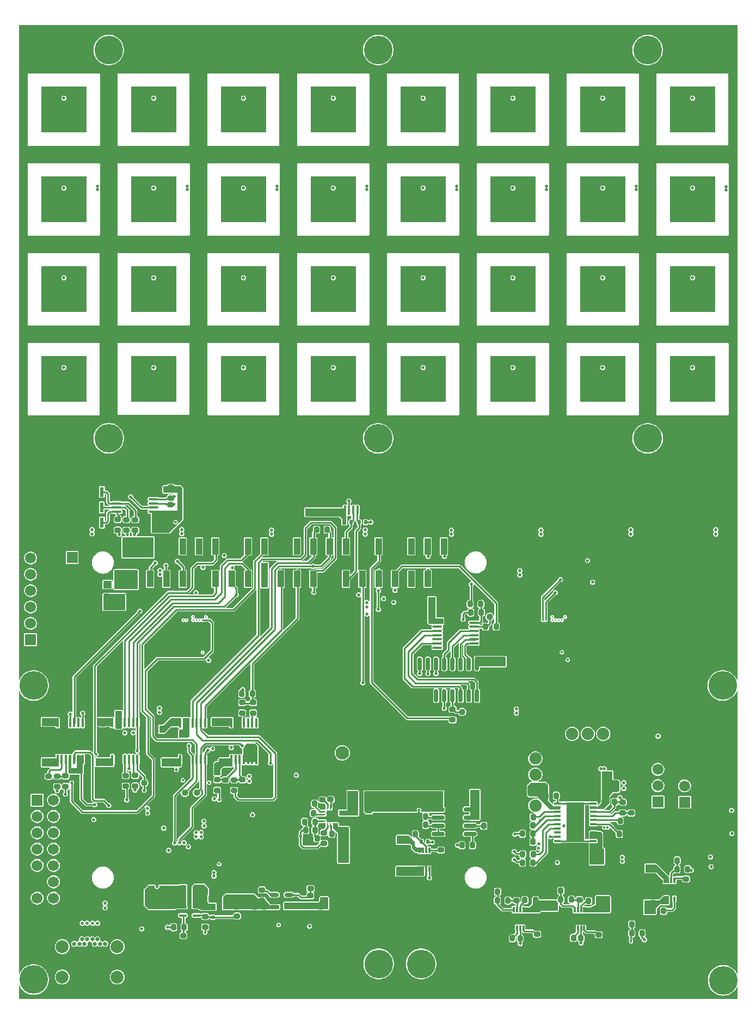
<source format=gbr>
%TF.GenerationSoftware,KiCad,Pcbnew,9.0.1*%
%TF.CreationDate,2025-06-02T14:00:05-06:00*%
%TF.ProjectId,PABA-DP,50414241-2d44-4502-9e6b-696361645f70,rev?*%
%TF.SameCoordinates,Original*%
%TF.FileFunction,Copper,L8,Bot*%
%TF.FilePolarity,Positive*%
%FSLAX46Y46*%
G04 Gerber Fmt 4.6, Leading zero omitted, Abs format (unit mm)*
G04 Created by KiCad (PCBNEW 9.0.1) date 2025-06-02 14:00:05*
%MOMM*%
%LPD*%
G01*
G04 APERTURE LIST*
G04 Aperture macros list*
%AMRoundRect*
0 Rectangle with rounded corners*
0 $1 Rounding radius*
0 $2 $3 $4 $5 $6 $7 $8 $9 X,Y pos of 4 corners*
0 Add a 4 corners polygon primitive as box body*
4,1,4,$2,$3,$4,$5,$6,$7,$8,$9,$2,$3,0*
0 Add four circle primitives for the rounded corners*
1,1,$1+$1,$2,$3*
1,1,$1+$1,$4,$5*
1,1,$1+$1,$6,$7*
1,1,$1+$1,$8,$9*
0 Add four rect primitives between the rounded corners*
20,1,$1+$1,$2,$3,$4,$5,0*
20,1,$1+$1,$4,$5,$6,$7,0*
20,1,$1+$1,$6,$7,$8,$9,0*
20,1,$1+$1,$8,$9,$2,$3,0*%
%AMFreePoly0*
4,1,9,0.500000,-1.000000,-0.500000,-1.000000,-0.500000,-0.500000,-1.600000,-0.500000,-1.600000,0.500000,-0.500000,0.500000,-0.500000,1.000000,0.500000,1.000000,0.500000,-1.000000,0.500000,-1.000000,$1*%
%AMFreePoly1*
4,1,9,0.500000,0.500000,1.600000,0.500000,1.600000,-0.500000,0.500000,-0.500000,0.500000,-1.000000,-0.500000,-1.000000,-0.500000,1.000000,0.500000,1.000000,0.500000,0.500000,0.500000,0.500000,$1*%
G04 Aperture macros list end*
%TA.AperFunction,Conductor*%
%ADD10C,0.000000*%
%TD*%
%TA.AperFunction,SMDPad,CuDef*%
%ADD11RoundRect,0.100000X0.425000X0.100000X-0.425000X0.100000X-0.425000X-0.100000X0.425000X-0.100000X0*%
%TD*%
%TA.AperFunction,HeatsinkPad*%
%ADD12R,2.740000X6.070000*%
%TD*%
%TA.AperFunction,SMDPad,CuDef*%
%ADD13R,0.980000X3.400000*%
%TD*%
%TA.AperFunction,SMDPad,CuDef*%
%ADD14R,0.250000X0.700000*%
%TD*%
%TA.AperFunction,SMDPad,CuDef*%
%ADD15R,0.700000X0.250000*%
%TD*%
%TA.AperFunction,SMDPad,CuDef*%
%ADD16R,0.375000X0.375000*%
%TD*%
%TA.AperFunction,SMDPad,CuDef*%
%ADD17R,1.450000X1.450000*%
%TD*%
%TA.AperFunction,SMDPad,CuDef*%
%ADD18FreePoly0,0.000000*%
%TD*%
%TA.AperFunction,SMDPad,CuDef*%
%ADD19FreePoly1,0.000000*%
%TD*%
%TA.AperFunction,SMDPad,CuDef*%
%ADD20R,0.300000X0.850000*%
%TD*%
%TA.AperFunction,SMDPad,CuDef*%
%ADD21R,2.540000X1.700000*%
%TD*%
%TA.AperFunction,ComponentPad*%
%ADD22C,0.508000*%
%TD*%
%TA.AperFunction,ComponentPad*%
%ADD23C,4.445000*%
%TD*%
%TA.AperFunction,ComponentPad*%
%ADD24R,1.700000X1.700000*%
%TD*%
%TA.AperFunction,ComponentPad*%
%ADD25C,1.700000*%
%TD*%
%TA.AperFunction,ComponentPad*%
%ADD26C,1.905000*%
%TD*%
%TA.AperFunction,SMDPad,CuDef*%
%ADD27R,1.400000X5.000000*%
%TD*%
%TA.AperFunction,ComponentPad*%
%ADD28C,2.100000*%
%TD*%
%TA.AperFunction,ComponentPad*%
%ADD29C,0.650000*%
%TD*%
%TA.AperFunction,ComponentPad*%
%ADD30C,2.012000*%
%TD*%
%TA.AperFunction,ComponentPad*%
%ADD31C,2.600000*%
%TD*%
%TA.AperFunction,SMDPad,CuDef*%
%ADD32RoundRect,0.200000X-0.275000X0.200000X-0.275000X-0.200000X0.275000X-0.200000X0.275000X0.200000X0*%
%TD*%
%TA.AperFunction,SMDPad,CuDef*%
%ADD33R,0.609600X1.524000*%
%TD*%
%TA.AperFunction,SMDPad,CuDef*%
%ADD34RoundRect,0.200000X-0.200000X-0.275000X0.200000X-0.275000X0.200000X0.275000X-0.200000X0.275000X0*%
%TD*%
%TA.AperFunction,SMDPad,CuDef*%
%ADD35RoundRect,0.196250X0.278750X-0.196250X0.278750X0.196250X-0.278750X0.196250X-0.278750X-0.196250X0*%
%TD*%
%TA.AperFunction,SMDPad,CuDef*%
%ADD36RoundRect,0.197500X0.277500X-0.197500X0.277500X0.197500X-0.277500X0.197500X-0.277500X-0.197500X0*%
%TD*%
%TA.AperFunction,SMDPad,CuDef*%
%ADD37RoundRect,0.135000X0.185000X-0.135000X0.185000X0.135000X-0.185000X0.135000X-0.185000X-0.135000X0*%
%TD*%
%TA.AperFunction,SMDPad,CuDef*%
%ADD38RoundRect,0.196250X0.196250X0.278750X-0.196250X0.278750X-0.196250X-0.278750X0.196250X-0.278750X0*%
%TD*%
%TA.AperFunction,SMDPad,CuDef*%
%ADD39RoundRect,0.197500X0.197500X0.277500X-0.197500X0.277500X-0.197500X-0.277500X0.197500X-0.277500X0*%
%TD*%
%TA.AperFunction,SMDPad,CuDef*%
%ADD40RoundRect,0.200000X0.200000X0.275000X-0.200000X0.275000X-0.200000X-0.275000X0.200000X-0.275000X0*%
%TD*%
%TA.AperFunction,SMDPad,CuDef*%
%ADD41RoundRect,0.196250X-0.196250X-0.278750X0.196250X-0.278750X0.196250X0.278750X-0.196250X0.278750X0*%
%TD*%
%TA.AperFunction,SMDPad,CuDef*%
%ADD42RoundRect,0.197500X-0.197500X-0.277500X0.197500X-0.277500X0.197500X0.277500X-0.197500X0.277500X0*%
%TD*%
%TA.AperFunction,SMDPad,CuDef*%
%ADD43RoundRect,0.196250X-0.278750X0.196250X-0.278750X-0.196250X0.278750X-0.196250X0.278750X0.196250X0*%
%TD*%
%TA.AperFunction,SMDPad,CuDef*%
%ADD44RoundRect,0.197500X-0.277500X0.197500X-0.277500X-0.197500X0.277500X-0.197500X0.277500X0.197500X0*%
%TD*%
%TA.AperFunction,SMDPad,CuDef*%
%ADD45RoundRect,0.200000X0.275000X-0.200000X0.275000X0.200000X-0.275000X0.200000X-0.275000X-0.200000X0*%
%TD*%
%TA.AperFunction,TestPad*%
%ADD46C,1.016000*%
%TD*%
%TA.AperFunction,SMDPad,CuDef*%
%ADD47RoundRect,0.100000X-0.100000X0.637500X-0.100000X-0.637500X0.100000X-0.637500X0.100000X0.637500X0*%
%TD*%
%TA.AperFunction,SMDPad,CuDef*%
%ADD48R,1.000000X2.500000*%
%TD*%
%TA.AperFunction,SMDPad,CuDef*%
%ADD49RoundRect,0.250000X0.325000X1.100000X-0.325000X1.100000X-0.325000X-1.100000X0.325000X-1.100000X0*%
%TD*%
%TA.AperFunction,SMDPad,CuDef*%
%ADD50RoundRect,0.250000X-1.000000X-0.650000X1.000000X-0.650000X1.000000X0.650000X-1.000000X0.650000X0*%
%TD*%
%TA.AperFunction,SMDPad,CuDef*%
%ADD51RoundRect,0.135000X0.135000X0.185000X-0.135000X0.185000X-0.135000X-0.185000X0.135000X-0.185000X0*%
%TD*%
%TA.AperFunction,SMDPad,CuDef*%
%ADD52RoundRect,0.100000X-0.637500X-0.100000X0.637500X-0.100000X0.637500X0.100000X-0.637500X0.100000X0*%
%TD*%
%TA.AperFunction,SMDPad,CuDef*%
%ADD53RoundRect,0.135000X-0.135000X-0.185000X0.135000X-0.185000X0.135000X0.185000X-0.135000X0.185000X0*%
%TD*%
%TA.AperFunction,SMDPad,CuDef*%
%ADD54RoundRect,0.150000X0.150000X-0.825000X0.150000X0.825000X-0.150000X0.825000X-0.150000X-0.825000X0*%
%TD*%
%TA.AperFunction,SMDPad,CuDef*%
%ADD55RoundRect,0.100000X0.480000X0.100000X-0.480000X0.100000X-0.480000X-0.100000X0.480000X-0.100000X0*%
%TD*%
%TA.AperFunction,SMDPad,CuDef*%
%ADD56RoundRect,0.150000X-0.512500X-0.150000X0.512500X-0.150000X0.512500X0.150000X-0.512500X0.150000X0*%
%TD*%
%TA.AperFunction,SMDPad,CuDef*%
%ADD57RoundRect,0.250000X-1.100000X0.325000X-1.100000X-0.325000X1.100000X-0.325000X1.100000X0.325000X0*%
%TD*%
%TA.AperFunction,SMDPad,CuDef*%
%ADD58RoundRect,0.100000X0.637500X0.100000X-0.637500X0.100000X-0.637500X-0.100000X0.637500X-0.100000X0*%
%TD*%
%TA.AperFunction,SMDPad,CuDef*%
%ADD59RoundRect,0.150000X0.825000X0.150000X-0.825000X0.150000X-0.825000X-0.150000X0.825000X-0.150000X0*%
%TD*%
%TA.AperFunction,HeatsinkPad*%
%ADD60R,2.290000X3.000000*%
%TD*%
%TA.AperFunction,SMDPad,CuDef*%
%ADD61RoundRect,0.112500X0.187500X0.112500X-0.187500X0.112500X-0.187500X-0.112500X0.187500X-0.112500X0*%
%TD*%
%TA.AperFunction,ViaPad*%
%ADD62C,0.381000*%
%TD*%
%TA.AperFunction,ViaPad*%
%ADD63C,0.406400*%
%TD*%
%TA.AperFunction,ViaPad*%
%ADD64C,0.508000*%
%TD*%
%TA.AperFunction,ViaPad*%
%ADD65C,0.635000*%
%TD*%
%TA.AperFunction,ViaPad*%
%ADD66C,0.304800*%
%TD*%
%TA.AperFunction,Conductor*%
%ADD67C,0.304800*%
%TD*%
%TA.AperFunction,Conductor*%
%ADD68C,0.200000*%
%TD*%
%TA.AperFunction,Conductor*%
%ADD69C,0.254000*%
%TD*%
%TA.AperFunction,Conductor*%
%ADD70C,0.400000*%
%TD*%
G04 APERTURE END LIST*
D10*
%TA.AperFunction,Conductor*%
%TO.N,Net-(L4-Pad1)*%
G36*
X103888277Y-139464439D02*
G01*
X103888277Y-143225169D01*
X101027987Y-143225169D01*
X101027987Y-142473579D01*
X102226617Y-142473579D01*
X102226617Y-139445389D01*
X103869227Y-139445389D01*
X103888277Y-139464439D01*
G37*
%TD.AperFunction*%
%TD*%
D11*
%TO.P,U36,1,SENSE*%
%TO.N,Net-(U36-PAD)*%
X140463057Y-141347674D03*
%TO.P,U36,2,VDD*%
%TO.N,VINPUT*%
X140463057Y-141997674D03*
%TO.P,U36,3,UV*%
%TO.N,UV*%
X140463057Y-142647674D03*
%TO.P,U36,4,OV*%
%TO.N,OV*%
X140463057Y-143297674D03*
%TO.P,U36,5,TIMER*%
%TO.N,Net-(U36-TIMER)*%
X140463057Y-143947674D03*
%TO.P,U36,6,INTVCC*%
%TO.N,Net-(U36-INTVCC)*%
X140463057Y-144597674D03*
%TO.P,U36,7,GND*%
%TO.N,AGND*%
X140463057Y-145247674D03*
%TO.P,U36,8,OUT*%
%TO.N,VSOURCE*%
X140463057Y-145897674D03*
%TO.P,U36,9,OUT*%
X140463057Y-146547674D03*
%TO.P,U36,10,SENSE*%
%TO.N,Net-(U36-PAD)*%
X140463057Y-147197674D03*
%TO.P,U36,11,SENSE*%
X134913057Y-147197674D03*
%TO.P,U36,12,OUT*%
%TO.N,VSOURCE*%
X134913057Y-146547674D03*
%TO.P,U36,13,GATE*%
%TO.N,unconnected-(U36-GATE-Pad13)*%
X134913057Y-145897674D03*
%TO.P,U36,14,PG*%
%TO.N,Net-(U36-PG)*%
X134913057Y-145247674D03*
%TO.P,U36,15,\u002AFLT*%
%TO.N,Net-(U36-\u002AFLT)*%
X134913057Y-144597674D03*
%TO.P,U36,16,FB*%
%TO.N,FB*%
X134913057Y-143947674D03*
%TO.P,U36,17,IMON*%
%TO.N,IMON*%
X134913057Y-143297674D03*
%TO.P,U36,18,ISET*%
%TO.N,Net-(U36-ISET)*%
X134913057Y-142647674D03*
%TO.P,U36,19,VDD*%
%TO.N,VINPUT*%
X134913057Y-141997674D03*
%TO.P,U36,20,SENSE*%
%TO.N,Net-(U36-PAD)*%
X134913057Y-141347674D03*
D12*
%TO.P,U36,21,PAD*%
X137688057Y-144272674D03*
%TD*%
D13*
%TO.P,L4,1*%
%TO.N,Net-(L4-Pad1)*%
X103163660Y-141181770D03*
%TO.P,L4,2*%
%TO.N,Net-(U31-VIN)*%
X105533660Y-141181770D03*
%TD*%
D14*
%TO.P,VR1,1,RT*%
%TO.N,Net-(VR1-RT)*%
X99108664Y-141953167D03*
%TO.P,VR1,2,Vcc*%
%TO.N,Net-(VR1-Vcc)*%
X99608664Y-141953167D03*
%TO.P,VR1,3,GND*%
%TO.N,AGND*%
X100108664Y-141953167D03*
%TO.P,VR1,4,GND*%
X100608664Y-141953167D03*
D15*
%TO.P,VR1,5,SW*%
%TO.N,Net-(L4-Pad1)*%
X101258664Y-142603167D03*
%TO.P,VR1,6,SW*%
X101258664Y-143103167D03*
%TO.P,VR1,7,NC*%
%TO.N,AGND*%
X101258664Y-143603167D03*
%TO.P,VR1,8,GND*%
X101258664Y-144103167D03*
D14*
%TO.P,VR1,9,Vin*%
%TO.N,VSOURCE*%
X100608664Y-144753167D03*
%TO.P,VR1,10,Vin*%
X100108664Y-144753167D03*
%TO.P,VR1,11,EN/UV*%
%TO.N,Net-(VR1-EN{slash}UV)*%
X99608664Y-144753167D03*
%TO.P,VR1,12,PG*%
%TO.N,Net-(VR1-PG)*%
X99108664Y-144753167D03*
D15*
%TO.P,VR1,13,FB*%
%TO.N,Net-(VR1-FB)*%
X98458664Y-144103167D03*
%TO.P,VR1,14,GND*%
%TO.N,AGND*%
X98458664Y-143603167D03*
%TO.P,VR1,15,TR/SS*%
%TO.N,Net-(VR1-TR{slash}SS)*%
X98458664Y-143103167D03*
%TO.P,VR1,16,Sync*%
%TO.N,Net-(VR1-Sync)*%
X98458664Y-142603167D03*
D16*
%TO.P,VR1,17,NC*%
%TO.N,AGND*%
X98545664Y-144666167D03*
%TO.P,VR1,18,NC*%
X98545664Y-142040167D03*
%TO.P,VR1,19,NC*%
X101171664Y-142040167D03*
%TO.P,VR1,20,NC*%
X101171664Y-144666167D03*
D17*
%TO.P,VR1,PAD,PAD*%
X99858664Y-143353167D03*
%TD*%
D18*
%TO.P,L1,1*%
%TO.N,VSOURCE*%
X76627417Y-155072269D03*
D19*
%TO.P,L1,2*%
%TO.N,Net-(D2-A)*%
X78927417Y-155072269D03*
%TD*%
D20*
%TO.P,U35,1,Vreg*%
%TO.N,Net-(U35-Vreg)*%
X129585954Y-160774855D03*
%TO.P,U35,2,Vout*%
%TO.N,VDD_1V8*%
X129085954Y-160774855D03*
%TO.P,U35,3,Byp*%
%TO.N,Net-(U35-Byp)*%
X128585954Y-160774855D03*
%TO.P,U35,4,GND*%
%TO.N,AGND*%
X128085954Y-160774855D03*
%TO.P,U35,5,REF_SNS*%
%TO.N,Net-(U35-REF_SNS)*%
X128085954Y-157874855D03*
%TO.P,U35,6,REF*%
%TO.N,Net-(U35-REF)*%
X128585954Y-157874855D03*
%TO.P,U35,7,EN*%
%TO.N,Net-(U35-EN)*%
X129085954Y-157874855D03*
%TO.P,U35,8,VIN*%
%TO.N,VSOURCE*%
X129585954Y-157874855D03*
D21*
%TO.P,U35,PAD,EP*%
%TO.N,AGND*%
X128835954Y-159324855D03*
%TD*%
D20*
%TO.P,U29,1,Vreg*%
%TO.N,Net-(U29-Vreg)*%
X139058427Y-160789912D03*
%TO.P,U29,2,Vout*%
%TO.N,VDD_3V0*%
X138558427Y-160789912D03*
%TO.P,U29,3,Byp*%
%TO.N,Net-(U29-Byp)*%
X138058427Y-160789912D03*
%TO.P,U29,4,GND*%
%TO.N,AGND*%
X137558427Y-160789912D03*
%TO.P,U29,5,REF_SNS*%
%TO.N,Net-(U29-REF_SNS)*%
X137558427Y-157889912D03*
%TO.P,U29,6,REF*%
%TO.N,Net-(U29-REF)*%
X138058427Y-157889912D03*
%TO.P,U29,7,EN*%
%TO.N,Net-(U29-EN)*%
X138558427Y-157889912D03*
%TO.P,U29,8,VIN*%
%TO.N,VSOURCE*%
X139058427Y-157889912D03*
D21*
%TO.P,U29,PAD,EP*%
%TO.N,AGND*%
X138308427Y-159339912D03*
%TD*%
D20*
%TO.P,U11,1,Vout*%
%TO.N,VDD_4V5*%
X151573025Y-153334455D03*
%TO.P,U11,2,Vout*%
X152073025Y-153334455D03*
%TO.P,U11,3,Sense*%
%TO.N,Net-(U11-Sense)*%
X152573025Y-153334455D03*
%TO.P,U11,4,SS*%
%TO.N,Net-(U11-SS)*%
X153073025Y-153334455D03*
%TO.P,U11,5,EN*%
%TO.N,Net-(U11-EN)*%
X153073025Y-156234455D03*
%TO.P,U11,6,GND*%
%TO.N,AGND*%
X152573025Y-156234455D03*
%TO.P,U11,7,VIN*%
%TO.N,VSOURCE*%
X152073025Y-156234455D03*
%TO.P,U11,8,VIN*%
X151573025Y-156234455D03*
D21*
%TO.P,U11,PAD,EP*%
%TO.N,AGND*%
X152323025Y-154784455D03*
%TD*%
D20*
%TO.P,U28,1,Vout*%
%TO.N,VDD_4V75*%
X113448558Y-148673140D03*
%TO.P,U28,2,Vout*%
X113948558Y-148673140D03*
%TO.P,U28,3,Sense*%
%TO.N,Net-(U28-Sense)*%
X114448558Y-148673140D03*
%TO.P,U28,4,SS*%
%TO.N,Net-(U28-SS)*%
X114948558Y-148673140D03*
%TO.P,U28,5,EN*%
%TO.N,VCTRL_1*%
X114948558Y-151573140D03*
%TO.P,U28,6,GND*%
%TO.N,AGND*%
X114448558Y-151573140D03*
%TO.P,U28,7,VIN*%
%TO.N,VSOURCE*%
X113948558Y-151573140D03*
%TO.P,U28,8,VIN*%
X113448558Y-151573140D03*
D21*
%TO.P,U28,PAD,EP*%
%TO.N,AGND*%
X114198558Y-150123140D03*
%TD*%
D22*
%TO.P,ANT29,0_1,0_1*%
%TO.N,AGND*%
X149657557Y-27169519D03*
%TO.P,ANT29,0_2,GND*%
X150907237Y-27169519D03*
%TO.P,ANT29,0_3,GND*%
X153406597Y-27169519D03*
%TO.P,ANT29,0_4,GND*%
X154656277Y-27169519D03*
%TO.P,ANT29,0_5,GND*%
X155905957Y-27169519D03*
%TO.P,ANT29,0_6,GND*%
X157155637Y-27169519D03*
%TO.P,ANT29,0_7,GND*%
X158405317Y-27169519D03*
%TO.P,ANT29,0_8,GND*%
X160904677Y-27169519D03*
%TO.P,ANT29,0_9,GND*%
X162154357Y-27169519D03*
%TO.P,ANT29,0_10,GND*%
X162154357Y-28419199D03*
%TO.P,ANT29,0_11,GND*%
X162154357Y-29668879D03*
%TO.P,ANT29,0_12,GND*%
X162154357Y-30918559D03*
%TO.P,ANT29,0_13,GND*%
X162154357Y-32168239D03*
%TO.P,ANT29,0_14,GND*%
X162154357Y-33417919D03*
%TO.P,ANT29,0_15,GND*%
X162154357Y-34667599D03*
%TO.P,ANT29,0_16,GND*%
X162154357Y-35917279D03*
%TO.P,ANT29,0_17,GND*%
X162154357Y-37166959D03*
%TO.P,ANT29,0_18,GND*%
X162154357Y-38416639D03*
%TO.P,ANT29,0_19,GND*%
X162154357Y-39666319D03*
%TO.P,ANT29,0_20,GND*%
X160904677Y-39666319D03*
%TO.P,ANT29,0_21,GND*%
X158405317Y-39666319D03*
%TO.P,ANT29,0_22,GND*%
X157155637Y-39666319D03*
%TO.P,ANT29,0_23,GND*%
X155905957Y-39666319D03*
%TO.P,ANT29,0_24,GND*%
X154656277Y-39666319D03*
%TO.P,ANT29,0_25,GND*%
X153406597Y-39666319D03*
%TO.P,ANT29,0_26,GND*%
X150907237Y-39666319D03*
%TO.P,ANT29,0_27,GND*%
X149657557Y-39666319D03*
%TO.P,ANT29,0_28,GND*%
X149657557Y-38416639D03*
%TO.P,ANT29,0_29,GND*%
X149657557Y-37166959D03*
%TO.P,ANT29,0_30,GND*%
X149657557Y-35917279D03*
%TO.P,ANT29,0_31,GND*%
X149657557Y-34667599D03*
%TO.P,ANT29,0_32,GND*%
X149657557Y-33417919D03*
%TO.P,ANT29,0_33,GND*%
X149657557Y-32168239D03*
%TO.P,ANT29,0_34,GND*%
X149657557Y-30918559D03*
%TO.P,ANT29,0_35,GND*%
X149657557Y-29668879D03*
%TO.P,ANT29,0_36,GND*%
X149657557Y-28419199D03*
%TO.P,ANT29,1,1*%
%TO.N,ANT_8*%
X155905957Y-31652619D03*
%TD*%
D23*
%TO.P,,*%
%TO.N,*%
X53400930Y-168754394D03*
%TD*%
%TO.P,REF\u002A\u002A,*%
%TO.N,*%
X148922600Y-24169596D03*
%TD*%
D22*
%TO.P,ANT23,0_1,0_1*%
%TO.N,AGND*%
X121717557Y-55109519D03*
%TO.P,ANT23,0_2,GND*%
X122967237Y-55109519D03*
%TO.P,ANT23,0_3,GND*%
X125466597Y-55109519D03*
%TO.P,ANT23,0_4,GND*%
X126716277Y-55109519D03*
%TO.P,ANT23,0_5,GND*%
X127965957Y-55109519D03*
%TO.P,ANT23,0_6,GND*%
X129215637Y-55109519D03*
%TO.P,ANT23,0_7,GND*%
X130465317Y-55109519D03*
%TO.P,ANT23,0_8,GND*%
X132964677Y-55109519D03*
%TO.P,ANT23,0_9,GND*%
X134214357Y-55109519D03*
%TO.P,ANT23,0_10,GND*%
X134214357Y-56359199D03*
%TO.P,ANT23,0_11,GND*%
X134214357Y-57608879D03*
%TO.P,ANT23,0_12,GND*%
X134214357Y-58858559D03*
%TO.P,ANT23,0_13,GND*%
X134214357Y-60108239D03*
%TO.P,ANT23,0_14,GND*%
X134214357Y-61357919D03*
%TO.P,ANT23,0_15,GND*%
X134214357Y-62607599D03*
%TO.P,ANT23,0_16,GND*%
X134214357Y-63857279D03*
%TO.P,ANT23,0_17,GND*%
X134214357Y-65106959D03*
%TO.P,ANT23,0_18,GND*%
X134214357Y-66356639D03*
%TO.P,ANT23,0_19,GND*%
X134214357Y-67606319D03*
%TO.P,ANT23,0_20,GND*%
X132964677Y-67606319D03*
%TO.P,ANT23,0_21,GND*%
X130465317Y-67606319D03*
%TO.P,ANT23,0_22,GND*%
X129215637Y-67606319D03*
%TO.P,ANT23,0_23,GND*%
X127965957Y-67606319D03*
%TO.P,ANT23,0_24,GND*%
X126716277Y-67606319D03*
%TO.P,ANT23,0_25,GND*%
X125466597Y-67606319D03*
%TO.P,ANT23,0_26,GND*%
X122967237Y-67606319D03*
%TO.P,ANT23,0_27,GND*%
X121717557Y-67606319D03*
%TO.P,ANT23,0_28,GND*%
X121717557Y-66356639D03*
%TO.P,ANT23,0_29,GND*%
X121717557Y-65106959D03*
%TO.P,ANT23,0_30,GND*%
X121717557Y-63857279D03*
%TO.P,ANT23,0_31,GND*%
X121717557Y-62607599D03*
%TO.P,ANT23,0_32,GND*%
X121717557Y-61357919D03*
%TO.P,ANT23,0_33,GND*%
X121717557Y-60108239D03*
%TO.P,ANT23,0_34,GND*%
X121717557Y-58858559D03*
%TO.P,ANT23,0_35,GND*%
X121717557Y-57608879D03*
%TO.P,ANT23,0_36,GND*%
X121717557Y-56359199D03*
%TO.P,ANT23,1,1*%
%TO.N,ANT_6*%
X127965957Y-59592619D03*
%TD*%
%TO.P,ANT18,0_1,0_1*%
%TO.N,AGND*%
X107747557Y-41139519D03*
%TO.P,ANT18,0_2,GND*%
X108997237Y-41139519D03*
%TO.P,ANT18,0_3,GND*%
X111496597Y-41139519D03*
%TO.P,ANT18,0_4,GND*%
X112746277Y-41139519D03*
%TO.P,ANT18,0_5,GND*%
X113995957Y-41139519D03*
%TO.P,ANT18,0_6,GND*%
X115245637Y-41139519D03*
%TO.P,ANT18,0_7,GND*%
X116495317Y-41139519D03*
%TO.P,ANT18,0_8,GND*%
X118994677Y-41139519D03*
%TO.P,ANT18,0_9,GND*%
X120244357Y-41139519D03*
%TO.P,ANT18,0_10,GND*%
X120244357Y-42389199D03*
%TO.P,ANT18,0_11,GND*%
X120244357Y-43638879D03*
%TO.P,ANT18,0_12,GND*%
X120244357Y-44888559D03*
%TO.P,ANT18,0_13,GND*%
X120244357Y-46138239D03*
%TO.P,ANT18,0_14,GND*%
X120244357Y-47387919D03*
%TO.P,ANT18,0_15,GND*%
X120244357Y-48637599D03*
%TO.P,ANT18,0_16,GND*%
X120244357Y-49887279D03*
%TO.P,ANT18,0_17,GND*%
X120244357Y-51136959D03*
%TO.P,ANT18,0_18,GND*%
X120244357Y-52386639D03*
%TO.P,ANT18,0_19,GND*%
X120244357Y-53636319D03*
%TO.P,ANT18,0_20,GND*%
X118994677Y-53636319D03*
%TO.P,ANT18,0_21,GND*%
X116495317Y-53636319D03*
%TO.P,ANT18,0_22,GND*%
X115245637Y-53636319D03*
%TO.P,ANT18,0_23,GND*%
X113995957Y-53636319D03*
%TO.P,ANT18,0_24,GND*%
X112746277Y-53636319D03*
%TO.P,ANT18,0_25,GND*%
X111496597Y-53636319D03*
%TO.P,ANT18,0_26,GND*%
X108997237Y-53636319D03*
%TO.P,ANT18,0_27,GND*%
X107747557Y-53636319D03*
%TO.P,ANT18,0_28,GND*%
X107747557Y-52386639D03*
%TO.P,ANT18,0_29,GND*%
X107747557Y-51136959D03*
%TO.P,ANT18,0_30,GND*%
X107747557Y-49887279D03*
%TO.P,ANT18,0_31,GND*%
X107747557Y-48637599D03*
%TO.P,ANT18,0_32,GND*%
X107747557Y-47387919D03*
%TO.P,ANT18,0_33,GND*%
X107747557Y-46138239D03*
%TO.P,ANT18,0_34,GND*%
X107747557Y-44888559D03*
%TO.P,ANT18,0_35,GND*%
X107747557Y-43638879D03*
%TO.P,ANT18,0_36,GND*%
X107747557Y-42389199D03*
%TO.P,ANT18,1,1*%
%TO.N,ANT_5*%
X113995957Y-45622619D03*
%TD*%
D24*
%TO.P,P1,1*%
%TO.N,Net-(P1-Pad1)*%
X53951459Y-140844486D03*
D25*
%TO.P,P1,2*%
%TO.N,Net-(P1-Pad2)*%
X56491459Y-140844486D03*
%TO.P,P1,3*%
%TO.N,Net-(P1-Pad3)*%
X53951459Y-143384486D03*
%TO.P,P1,4*%
%TO.N,PS_GPIO6*%
X56491459Y-143384486D03*
%TO.P,P1,5*%
%TO.N,PS_GPIO5*%
X53951459Y-145924486D03*
%TO.P,P1,6*%
%TO.N,PS_GPIO4*%
X56491459Y-145924486D03*
%TO.P,P1,7*%
%TO.N,PS_GPIO3*%
X53951459Y-148464486D03*
%TO.P,P1,8*%
%TO.N,PS_GPIO2*%
X56491459Y-148464486D03*
%TO.P,P1,9*%
%TO.N,PS_GPIO1*%
X53951459Y-151004486D03*
%TO.P,P1,10*%
%TO.N,PS_GPIO0*%
X56491459Y-151004486D03*
%TO.P,P1,11*%
%TO.N,AGND*%
X53951459Y-153544486D03*
%TO.P,P1,12*%
%TO.N,unconnected-(P1-Pad12)*%
X56491459Y-153544486D03*
%TO.P,P1,13*%
%TO.N,PL_GPIO4*%
X53951459Y-156084486D03*
%TO.P,P1,14*%
%TO.N,PL_GPIO3*%
X56491459Y-156084486D03*
%TD*%
D22*
%TO.P,ANT26,0_1,0_1*%
%TO.N,AGND*%
X135687557Y-41139519D03*
%TO.P,ANT26,0_2,GND*%
X136937237Y-41139519D03*
%TO.P,ANT26,0_3,GND*%
X139436597Y-41139519D03*
%TO.P,ANT26,0_4,GND*%
X140686277Y-41139519D03*
%TO.P,ANT26,0_5,GND*%
X141935957Y-41139519D03*
%TO.P,ANT26,0_6,GND*%
X143185637Y-41139519D03*
%TO.P,ANT26,0_7,GND*%
X144435317Y-41139519D03*
%TO.P,ANT26,0_8,GND*%
X146934677Y-41139519D03*
%TO.P,ANT26,0_9,GND*%
X148184357Y-41139519D03*
%TO.P,ANT26,0_10,GND*%
X148184357Y-42389199D03*
%TO.P,ANT26,0_11,GND*%
X148184357Y-43638879D03*
%TO.P,ANT26,0_12,GND*%
X148184357Y-44888559D03*
%TO.P,ANT26,0_13,GND*%
X148184357Y-46138239D03*
%TO.P,ANT26,0_14,GND*%
X148184357Y-47387919D03*
%TO.P,ANT26,0_15,GND*%
X148184357Y-48637599D03*
%TO.P,ANT26,0_16,GND*%
X148184357Y-49887279D03*
%TO.P,ANT26,0_17,GND*%
X148184357Y-51136959D03*
%TO.P,ANT26,0_18,GND*%
X148184357Y-52386639D03*
%TO.P,ANT26,0_19,GND*%
X148184357Y-53636319D03*
%TO.P,ANT26,0_20,GND*%
X146934677Y-53636319D03*
%TO.P,ANT26,0_21,GND*%
X144435317Y-53636319D03*
%TO.P,ANT26,0_22,GND*%
X143185637Y-53636319D03*
%TO.P,ANT26,0_23,GND*%
X141935957Y-53636319D03*
%TO.P,ANT26,0_24,GND*%
X140686277Y-53636319D03*
%TO.P,ANT26,0_25,GND*%
X139436597Y-53636319D03*
%TO.P,ANT26,0_26,GND*%
X136937237Y-53636319D03*
%TO.P,ANT26,0_27,GND*%
X135687557Y-53636319D03*
%TO.P,ANT26,0_28,GND*%
X135687557Y-52386639D03*
%TO.P,ANT26,0_29,GND*%
X135687557Y-51136959D03*
%TO.P,ANT26,0_30,GND*%
X135687557Y-49887279D03*
%TO.P,ANT26,0_31,GND*%
X135687557Y-48637599D03*
%TO.P,ANT26,0_32,GND*%
X135687557Y-47387919D03*
%TO.P,ANT26,0_33,GND*%
X135687557Y-46138239D03*
%TO.P,ANT26,0_34,GND*%
X135687557Y-44888559D03*
%TO.P,ANT26,0_35,GND*%
X135687557Y-43638879D03*
%TO.P,ANT26,0_36,GND*%
X135687557Y-42389199D03*
%TO.P,ANT26,1,1*%
%TO.N,ANT_7*%
X141935957Y-45622619D03*
%TD*%
D23*
%TO.P,,*%
%TO.N,*%
X160657969Y-168883127D03*
%TD*%
D22*
%TO.P,ANT13,0_1,0_1*%
%TO.N,AGND*%
X93777557Y-27169519D03*
%TO.P,ANT13,0_2,GND*%
X95027237Y-27169519D03*
%TO.P,ANT13,0_3,GND*%
X97526597Y-27169519D03*
%TO.P,ANT13,0_4,GND*%
X98776277Y-27169519D03*
%TO.P,ANT13,0_5,GND*%
X100025957Y-27169519D03*
%TO.P,ANT13,0_6,GND*%
X101275637Y-27169519D03*
%TO.P,ANT13,0_7,GND*%
X102525317Y-27169519D03*
%TO.P,ANT13,0_8,GND*%
X105024677Y-27169519D03*
%TO.P,ANT13,0_9,GND*%
X106274357Y-27169519D03*
%TO.P,ANT13,0_10,GND*%
X106274357Y-28419199D03*
%TO.P,ANT13,0_11,GND*%
X106274357Y-29668879D03*
%TO.P,ANT13,0_12,GND*%
X106274357Y-30918559D03*
%TO.P,ANT13,0_13,GND*%
X106274357Y-32168239D03*
%TO.P,ANT13,0_14,GND*%
X106274357Y-33417919D03*
%TO.P,ANT13,0_15,GND*%
X106274357Y-34667599D03*
%TO.P,ANT13,0_16,GND*%
X106274357Y-35917279D03*
%TO.P,ANT13,0_17,GND*%
X106274357Y-37166959D03*
%TO.P,ANT13,0_18,GND*%
X106274357Y-38416639D03*
%TO.P,ANT13,0_19,GND*%
X106274357Y-39666319D03*
%TO.P,ANT13,0_20,GND*%
X105024677Y-39666319D03*
%TO.P,ANT13,0_21,GND*%
X102525317Y-39666319D03*
%TO.P,ANT13,0_22,GND*%
X101275637Y-39666319D03*
%TO.P,ANT13,0_23,GND*%
X100025957Y-39666319D03*
%TO.P,ANT13,0_24,GND*%
X98776277Y-39666319D03*
%TO.P,ANT13,0_25,GND*%
X97526597Y-39666319D03*
%TO.P,ANT13,0_26,GND*%
X95027237Y-39666319D03*
%TO.P,ANT13,0_27,GND*%
X93777557Y-39666319D03*
%TO.P,ANT13,0_28,GND*%
X93777557Y-38416639D03*
%TO.P,ANT13,0_29,GND*%
X93777557Y-37166959D03*
%TO.P,ANT13,0_30,GND*%
X93777557Y-35917279D03*
%TO.P,ANT13,0_31,GND*%
X93777557Y-34667599D03*
%TO.P,ANT13,0_32,GND*%
X93777557Y-33417919D03*
%TO.P,ANT13,0_33,GND*%
X93777557Y-32168239D03*
%TO.P,ANT13,0_34,GND*%
X93777557Y-30918559D03*
%TO.P,ANT13,0_35,GND*%
X93777557Y-29668879D03*
%TO.P,ANT13,0_36,GND*%
X93777557Y-28419199D03*
%TO.P,ANT13,1,1*%
%TO.N,ANT_4*%
X100025957Y-31652619D03*
%TD*%
%TO.P,ANT5,0_1,0_1*%
%TO.N,AGND*%
X65837557Y-27169519D03*
%TO.P,ANT5,0_2,GND*%
X67087237Y-27169519D03*
%TO.P,ANT5,0_3,GND*%
X69586597Y-27169519D03*
%TO.P,ANT5,0_4,GND*%
X70836277Y-27169519D03*
%TO.P,ANT5,0_5,GND*%
X72085957Y-27169519D03*
%TO.P,ANT5,0_6,GND*%
X73335637Y-27169519D03*
%TO.P,ANT5,0_7,GND*%
X74585317Y-27169519D03*
%TO.P,ANT5,0_8,GND*%
X77084677Y-27169519D03*
%TO.P,ANT5,0_9,GND*%
X78334357Y-27169519D03*
%TO.P,ANT5,0_10,GND*%
X78334357Y-28419199D03*
%TO.P,ANT5,0_11,GND*%
X78334357Y-29668879D03*
%TO.P,ANT5,0_12,GND*%
X78334357Y-30918559D03*
%TO.P,ANT5,0_13,GND*%
X78334357Y-32168239D03*
%TO.P,ANT5,0_14,GND*%
X78334357Y-33417919D03*
%TO.P,ANT5,0_15,GND*%
X78334357Y-34667599D03*
%TO.P,ANT5,0_16,GND*%
X78334357Y-35917279D03*
%TO.P,ANT5,0_17,GND*%
X78334357Y-37166959D03*
%TO.P,ANT5,0_18,GND*%
X78334357Y-38416639D03*
%TO.P,ANT5,0_19,GND*%
X78334357Y-39666319D03*
%TO.P,ANT5,0_20,GND*%
X77084677Y-39666319D03*
%TO.P,ANT5,0_21,GND*%
X74585317Y-39666319D03*
%TO.P,ANT5,0_22,GND*%
X73335637Y-39666319D03*
%TO.P,ANT5,0_23,GND*%
X72085957Y-39666319D03*
%TO.P,ANT5,0_24,GND*%
X70836277Y-39666319D03*
%TO.P,ANT5,0_25,GND*%
X69586597Y-39666319D03*
%TO.P,ANT5,0_26,GND*%
X67087237Y-39666319D03*
%TO.P,ANT5,0_27,GND*%
X65837557Y-39666319D03*
%TO.P,ANT5,0_28,GND*%
X65837557Y-38416639D03*
%TO.P,ANT5,0_29,GND*%
X65837557Y-37166959D03*
%TO.P,ANT5,0_30,GND*%
X65837557Y-35917279D03*
%TO.P,ANT5,0_31,GND*%
X65837557Y-34667599D03*
%TO.P,ANT5,0_32,GND*%
X65837557Y-33417919D03*
%TO.P,ANT5,0_33,GND*%
X65837557Y-32168239D03*
%TO.P,ANT5,0_34,GND*%
X65837557Y-30918559D03*
%TO.P,ANT5,0_35,GND*%
X65837557Y-29668879D03*
%TO.P,ANT5,0_36,GND*%
X65837557Y-28419199D03*
%TO.P,ANT5,1,1*%
%TO.N,ANT_2*%
X72085957Y-31652619D03*
%TD*%
D26*
%TO.P,W2,1*%
%TO.N,VDD_AMP*%
X131445757Y-136890409D03*
%TD*%
D22*
%TO.P,ANT16,0_1,0_1*%
%TO.N,AGND*%
X93777557Y-69079519D03*
%TO.P,ANT16,0_2,GND*%
X95027237Y-69079519D03*
%TO.P,ANT16,0_3,GND*%
X97526597Y-69079519D03*
%TO.P,ANT16,0_4,GND*%
X98776277Y-69079519D03*
%TO.P,ANT16,0_5,GND*%
X100025957Y-69079519D03*
%TO.P,ANT16,0_6,GND*%
X101275637Y-69079519D03*
%TO.P,ANT16,0_7,GND*%
X102525317Y-69079519D03*
%TO.P,ANT16,0_8,GND*%
X105024677Y-69079519D03*
%TO.P,ANT16,0_9,GND*%
X106274357Y-69079519D03*
%TO.P,ANT16,0_10,GND*%
X106274357Y-70329199D03*
%TO.P,ANT16,0_11,GND*%
X106274357Y-71578879D03*
%TO.P,ANT16,0_12,GND*%
X106274357Y-72828559D03*
%TO.P,ANT16,0_13,GND*%
X106274357Y-74078239D03*
%TO.P,ANT16,0_14,GND*%
X106274357Y-75327919D03*
%TO.P,ANT16,0_15,GND*%
X106274357Y-76577599D03*
%TO.P,ANT16,0_16,GND*%
X106274357Y-77827279D03*
%TO.P,ANT16,0_17,GND*%
X106274357Y-79076959D03*
%TO.P,ANT16,0_18,GND*%
X106274357Y-80326639D03*
%TO.P,ANT16,0_19,GND*%
X106274357Y-81576319D03*
%TO.P,ANT16,0_20,GND*%
X105024677Y-81576319D03*
%TO.P,ANT16,0_21,GND*%
X102525317Y-81576319D03*
%TO.P,ANT16,0_22,GND*%
X101275637Y-81576319D03*
%TO.P,ANT16,0_23,GND*%
X100025957Y-81576319D03*
%TO.P,ANT16,0_24,GND*%
X98776277Y-81576319D03*
%TO.P,ANT16,0_25,GND*%
X97526597Y-81576319D03*
%TO.P,ANT16,0_26,GND*%
X95027237Y-81576319D03*
%TO.P,ANT16,0_27,GND*%
X93777557Y-81576319D03*
%TO.P,ANT16,0_28,GND*%
X93777557Y-80326639D03*
%TO.P,ANT16,0_29,GND*%
X93777557Y-79076959D03*
%TO.P,ANT16,0_30,GND*%
X93777557Y-77827279D03*
%TO.P,ANT16,0_31,GND*%
X93777557Y-76577599D03*
%TO.P,ANT16,0_32,GND*%
X93777557Y-75327919D03*
%TO.P,ANT16,0_33,GND*%
X93777557Y-74078239D03*
%TO.P,ANT16,0_34,GND*%
X93777557Y-72828559D03*
%TO.P,ANT16,0_35,GND*%
X93777557Y-71578879D03*
%TO.P,ANT16,0_36,GND*%
X93777557Y-70329199D03*
%TO.P,ANT16,1,1*%
%TO.N,ANT_4*%
X100025957Y-73562619D03*
%TD*%
%TO.P,ANT3,0_1,0_1*%
%TO.N,AGND*%
X51867557Y-55109519D03*
%TO.P,ANT3,0_2,GND*%
X53117237Y-55109519D03*
%TO.P,ANT3,0_3,GND*%
X55616597Y-55109519D03*
%TO.P,ANT3,0_4,GND*%
X56866277Y-55109519D03*
%TO.P,ANT3,0_5,GND*%
X58115957Y-55109519D03*
%TO.P,ANT3,0_6,GND*%
X59365637Y-55109519D03*
%TO.P,ANT3,0_7,GND*%
X60615317Y-55109519D03*
%TO.P,ANT3,0_8,GND*%
X63114677Y-55109519D03*
%TO.P,ANT3,0_9,GND*%
X64364357Y-55109519D03*
%TO.P,ANT3,0_10,GND*%
X64364357Y-56359199D03*
%TO.P,ANT3,0_11,GND*%
X64364357Y-57608879D03*
%TO.P,ANT3,0_12,GND*%
X64364357Y-58858559D03*
%TO.P,ANT3,0_13,GND*%
X64364357Y-60108239D03*
%TO.P,ANT3,0_14,GND*%
X64364357Y-61357919D03*
%TO.P,ANT3,0_15,GND*%
X64364357Y-62607599D03*
%TO.P,ANT3,0_16,GND*%
X64364357Y-63857279D03*
%TO.P,ANT3,0_17,GND*%
X64364357Y-65106959D03*
%TO.P,ANT3,0_18,GND*%
X64364357Y-66356639D03*
%TO.P,ANT3,0_19,GND*%
X64364357Y-67606319D03*
%TO.P,ANT3,0_20,GND*%
X63114677Y-67606319D03*
%TO.P,ANT3,0_21,GND*%
X60615317Y-67606319D03*
%TO.P,ANT3,0_22,GND*%
X59365637Y-67606319D03*
%TO.P,ANT3,0_23,GND*%
X58115957Y-67606319D03*
%TO.P,ANT3,0_24,GND*%
X56866277Y-67606319D03*
%TO.P,ANT3,0_25,GND*%
X55616597Y-67606319D03*
%TO.P,ANT3,0_26,GND*%
X53117237Y-67606319D03*
%TO.P,ANT3,0_27,GND*%
X51867557Y-67606319D03*
%TO.P,ANT3,0_28,GND*%
X51867557Y-66356639D03*
%TO.P,ANT3,0_29,GND*%
X51867557Y-65106959D03*
%TO.P,ANT3,0_30,GND*%
X51867557Y-63857279D03*
%TO.P,ANT3,0_31,GND*%
X51867557Y-62607599D03*
%TO.P,ANT3,0_32,GND*%
X51867557Y-61357919D03*
%TO.P,ANT3,0_33,GND*%
X51867557Y-60108239D03*
%TO.P,ANT3,0_34,GND*%
X51867557Y-58858559D03*
%TO.P,ANT3,0_35,GND*%
X51867557Y-57608879D03*
%TO.P,ANT3,0_36,GND*%
X51867557Y-56359199D03*
%TO.P,ANT3,1,1*%
%TO.N,ANT_1*%
X58115957Y-59592619D03*
%TD*%
%TO.P,ANT8,0_1,0_1*%
%TO.N,AGND*%
X65837557Y-69079519D03*
%TO.P,ANT8,0_2,GND*%
X67087237Y-69079519D03*
%TO.P,ANT8,0_3,GND*%
X69586597Y-69079519D03*
%TO.P,ANT8,0_4,GND*%
X70836277Y-69079519D03*
%TO.P,ANT8,0_5,GND*%
X72085957Y-69079519D03*
%TO.P,ANT8,0_6,GND*%
X73335637Y-69079519D03*
%TO.P,ANT8,0_7,GND*%
X74585317Y-69079519D03*
%TO.P,ANT8,0_8,GND*%
X77084677Y-69079519D03*
%TO.P,ANT8,0_9,GND*%
X78334357Y-69079519D03*
%TO.P,ANT8,0_10,GND*%
X78334357Y-70329199D03*
%TO.P,ANT8,0_11,GND*%
X78334357Y-71578879D03*
%TO.P,ANT8,0_12,GND*%
X78334357Y-72828559D03*
%TO.P,ANT8,0_13,GND*%
X78334357Y-74078239D03*
%TO.P,ANT8,0_14,GND*%
X78334357Y-75327919D03*
%TO.P,ANT8,0_15,GND*%
X78334357Y-76577599D03*
%TO.P,ANT8,0_16,GND*%
X78334357Y-77827279D03*
%TO.P,ANT8,0_17,GND*%
X78334357Y-79076959D03*
%TO.P,ANT8,0_18,GND*%
X78334357Y-80326639D03*
%TO.P,ANT8,0_19,GND*%
X78334357Y-81576319D03*
%TO.P,ANT8,0_20,GND*%
X77084677Y-81576319D03*
%TO.P,ANT8,0_21,GND*%
X74585317Y-81576319D03*
%TO.P,ANT8,0_22,GND*%
X73335637Y-81576319D03*
%TO.P,ANT8,0_23,GND*%
X72085957Y-81576319D03*
%TO.P,ANT8,0_24,GND*%
X70836277Y-81576319D03*
%TO.P,ANT8,0_25,GND*%
X69586597Y-81576319D03*
%TO.P,ANT8,0_26,GND*%
X67087237Y-81576319D03*
%TO.P,ANT8,0_27,GND*%
X65837557Y-81576319D03*
%TO.P,ANT8,0_28,GND*%
X65837557Y-80326639D03*
%TO.P,ANT8,0_29,GND*%
X65837557Y-79076959D03*
%TO.P,ANT8,0_30,GND*%
X65837557Y-77827279D03*
%TO.P,ANT8,0_31,GND*%
X65837557Y-76577599D03*
%TO.P,ANT8,0_32,GND*%
X65837557Y-75327919D03*
%TO.P,ANT8,0_33,GND*%
X65837557Y-74078239D03*
%TO.P,ANT8,0_34,GND*%
X65837557Y-72828559D03*
%TO.P,ANT8,0_35,GND*%
X65837557Y-71578879D03*
%TO.P,ANT8,0_36,GND*%
X65837557Y-70329199D03*
%TO.P,ANT8,1,1*%
%TO.N,ANT_2*%
X72085957Y-73562619D03*
%TD*%
D23*
%TO.P,,*%
%TO.N,*%
X107012094Y-24169596D03*
%TD*%
D22*
%TO.P,ANT24,0_1,0_1*%
%TO.N,AGND*%
X121717557Y-69079519D03*
%TO.P,ANT24,0_2,GND*%
X122967237Y-69079519D03*
%TO.P,ANT24,0_3,GND*%
X125466597Y-69079519D03*
%TO.P,ANT24,0_4,GND*%
X126716277Y-69079519D03*
%TO.P,ANT24,0_5,GND*%
X127965957Y-69079519D03*
%TO.P,ANT24,0_6,GND*%
X129215637Y-69079519D03*
%TO.P,ANT24,0_7,GND*%
X130465317Y-69079519D03*
%TO.P,ANT24,0_8,GND*%
X132964677Y-69079519D03*
%TO.P,ANT24,0_9,GND*%
X134214357Y-69079519D03*
%TO.P,ANT24,0_10,GND*%
X134214357Y-70329199D03*
%TO.P,ANT24,0_11,GND*%
X134214357Y-71578879D03*
%TO.P,ANT24,0_12,GND*%
X134214357Y-72828559D03*
%TO.P,ANT24,0_13,GND*%
X134214357Y-74078239D03*
%TO.P,ANT24,0_14,GND*%
X134214357Y-75327919D03*
%TO.P,ANT24,0_15,GND*%
X134214357Y-76577599D03*
%TO.P,ANT24,0_16,GND*%
X134214357Y-77827279D03*
%TO.P,ANT24,0_17,GND*%
X134214357Y-79076959D03*
%TO.P,ANT24,0_18,GND*%
X134214357Y-80326639D03*
%TO.P,ANT24,0_19,GND*%
X134214357Y-81576319D03*
%TO.P,ANT24,0_20,GND*%
X132964677Y-81576319D03*
%TO.P,ANT24,0_21,GND*%
X130465317Y-81576319D03*
%TO.P,ANT24,0_22,GND*%
X129215637Y-81576319D03*
%TO.P,ANT24,0_23,GND*%
X127965957Y-81576319D03*
%TO.P,ANT24,0_24,GND*%
X126716277Y-81576319D03*
%TO.P,ANT24,0_25,GND*%
X125466597Y-81576319D03*
%TO.P,ANT24,0_26,GND*%
X122967237Y-81576319D03*
%TO.P,ANT24,0_27,GND*%
X121717557Y-81576319D03*
%TO.P,ANT24,0_28,GND*%
X121717557Y-80326639D03*
%TO.P,ANT24,0_29,GND*%
X121717557Y-79076959D03*
%TO.P,ANT24,0_30,GND*%
X121717557Y-77827279D03*
%TO.P,ANT24,0_31,GND*%
X121717557Y-76577599D03*
%TO.P,ANT24,0_32,GND*%
X121717557Y-75327919D03*
%TO.P,ANT24,0_33,GND*%
X121717557Y-74078239D03*
%TO.P,ANT24,0_34,GND*%
X121717557Y-72828559D03*
%TO.P,ANT24,0_35,GND*%
X121717557Y-71578879D03*
%TO.P,ANT24,0_36,GND*%
X121717557Y-70329199D03*
%TO.P,ANT24,1,1*%
%TO.N,ANT_6*%
X127965957Y-73562619D03*
%TD*%
D27*
%TO.P,EXT_LO1,4*%
%TO.N,AGND*%
X72841117Y-169242504D03*
%TO.P,EXT_LO1,5*%
X78241117Y-169242504D03*
%TD*%
D22*
%TO.P,ANT19,0_1,0_1*%
%TO.N,AGND*%
X107747557Y-55109519D03*
%TO.P,ANT19,0_2,GND*%
X108997237Y-55109519D03*
%TO.P,ANT19,0_3,GND*%
X111496597Y-55109519D03*
%TO.P,ANT19,0_4,GND*%
X112746277Y-55109519D03*
%TO.P,ANT19,0_5,GND*%
X113995957Y-55109519D03*
%TO.P,ANT19,0_6,GND*%
X115245637Y-55109519D03*
%TO.P,ANT19,0_7,GND*%
X116495317Y-55109519D03*
%TO.P,ANT19,0_8,GND*%
X118994677Y-55109519D03*
%TO.P,ANT19,0_9,GND*%
X120244357Y-55109519D03*
%TO.P,ANT19,0_10,GND*%
X120244357Y-56359199D03*
%TO.P,ANT19,0_11,GND*%
X120244357Y-57608879D03*
%TO.P,ANT19,0_12,GND*%
X120244357Y-58858559D03*
%TO.P,ANT19,0_13,GND*%
X120244357Y-60108239D03*
%TO.P,ANT19,0_14,GND*%
X120244357Y-61357919D03*
%TO.P,ANT19,0_15,GND*%
X120244357Y-62607599D03*
%TO.P,ANT19,0_16,GND*%
X120244357Y-63857279D03*
%TO.P,ANT19,0_17,GND*%
X120244357Y-65106959D03*
%TO.P,ANT19,0_18,GND*%
X120244357Y-66356639D03*
%TO.P,ANT19,0_19,GND*%
X120244357Y-67606319D03*
%TO.P,ANT19,0_20,GND*%
X118994677Y-67606319D03*
%TO.P,ANT19,0_21,GND*%
X116495317Y-67606319D03*
%TO.P,ANT19,0_22,GND*%
X115245637Y-67606319D03*
%TO.P,ANT19,0_23,GND*%
X113995957Y-67606319D03*
%TO.P,ANT19,0_24,GND*%
X112746277Y-67606319D03*
%TO.P,ANT19,0_25,GND*%
X111496597Y-67606319D03*
%TO.P,ANT19,0_26,GND*%
X108997237Y-67606319D03*
%TO.P,ANT19,0_27,GND*%
X107747557Y-67606319D03*
%TO.P,ANT19,0_28,GND*%
X107747557Y-66356639D03*
%TO.P,ANT19,0_29,GND*%
X107747557Y-65106959D03*
%TO.P,ANT19,0_30,GND*%
X107747557Y-63857279D03*
%TO.P,ANT19,0_31,GND*%
X107747557Y-62607599D03*
%TO.P,ANT19,0_32,GND*%
X107747557Y-61357919D03*
%TO.P,ANT19,0_33,GND*%
X107747557Y-60108239D03*
%TO.P,ANT19,0_34,GND*%
X107747557Y-58858559D03*
%TO.P,ANT19,0_35,GND*%
X107747557Y-57608879D03*
%TO.P,ANT19,0_36,GND*%
X107747557Y-56359199D03*
%TO.P,ANT19,1,1*%
%TO.N,ANT_5*%
X113995957Y-59592619D03*
%TD*%
%TO.P,ANT21,0_1,0_1*%
%TO.N,AGND*%
X121717557Y-27169519D03*
%TO.P,ANT21,0_2,GND*%
X122967237Y-27169519D03*
%TO.P,ANT21,0_3,GND*%
X125466597Y-27169519D03*
%TO.P,ANT21,0_4,GND*%
X126716277Y-27169519D03*
%TO.P,ANT21,0_5,GND*%
X127965957Y-27169519D03*
%TO.P,ANT21,0_6,GND*%
X129215637Y-27169519D03*
%TO.P,ANT21,0_7,GND*%
X130465317Y-27169519D03*
%TO.P,ANT21,0_8,GND*%
X132964677Y-27169519D03*
%TO.P,ANT21,0_9,GND*%
X134214357Y-27169519D03*
%TO.P,ANT21,0_10,GND*%
X134214357Y-28419199D03*
%TO.P,ANT21,0_11,GND*%
X134214357Y-29668879D03*
%TO.P,ANT21,0_12,GND*%
X134214357Y-30918559D03*
%TO.P,ANT21,0_13,GND*%
X134214357Y-32168239D03*
%TO.P,ANT21,0_14,GND*%
X134214357Y-33417919D03*
%TO.P,ANT21,0_15,GND*%
X134214357Y-34667599D03*
%TO.P,ANT21,0_16,GND*%
X134214357Y-35917279D03*
%TO.P,ANT21,0_17,GND*%
X134214357Y-37166959D03*
%TO.P,ANT21,0_18,GND*%
X134214357Y-38416639D03*
%TO.P,ANT21,0_19,GND*%
X134214357Y-39666319D03*
%TO.P,ANT21,0_20,GND*%
X132964677Y-39666319D03*
%TO.P,ANT21,0_21,GND*%
X130465317Y-39666319D03*
%TO.P,ANT21,0_22,GND*%
X129215637Y-39666319D03*
%TO.P,ANT21,0_23,GND*%
X127965957Y-39666319D03*
%TO.P,ANT21,0_24,GND*%
X126716277Y-39666319D03*
%TO.P,ANT21,0_25,GND*%
X125466597Y-39666319D03*
%TO.P,ANT21,0_26,GND*%
X122967237Y-39666319D03*
%TO.P,ANT21,0_27,GND*%
X121717557Y-39666319D03*
%TO.P,ANT21,0_28,GND*%
X121717557Y-38416639D03*
%TO.P,ANT21,0_29,GND*%
X121717557Y-37166959D03*
%TO.P,ANT21,0_30,GND*%
X121717557Y-35917279D03*
%TO.P,ANT21,0_31,GND*%
X121717557Y-34667599D03*
%TO.P,ANT21,0_32,GND*%
X121717557Y-33417919D03*
%TO.P,ANT21,0_33,GND*%
X121717557Y-32168239D03*
%TO.P,ANT21,0_34,GND*%
X121717557Y-30918559D03*
%TO.P,ANT21,0_35,GND*%
X121717557Y-29668879D03*
%TO.P,ANT21,0_36,GND*%
X121717557Y-28419199D03*
%TO.P,ANT21,1,1*%
%TO.N,ANT_6*%
X127965957Y-31652619D03*
%TD*%
D26*
%TO.P,W7,1*%
%TO.N,IMON*%
X131445757Y-141680339D03*
%TD*%
%TO.P,W1,1*%
%TO.N,VDD_4V5*%
X131445757Y-134383169D03*
%TD*%
D23*
%TO.P,,*%
%TO.N,*%
X53400263Y-123016664D03*
%TD*%
D22*
%TO.P,ANT2,0_1,0_1*%
%TO.N,AGND*%
X51867557Y-41139519D03*
%TO.P,ANT2,0_2,GND*%
X53117237Y-41139519D03*
%TO.P,ANT2,0_3,GND*%
X55616597Y-41139519D03*
%TO.P,ANT2,0_4,GND*%
X56866277Y-41139519D03*
%TO.P,ANT2,0_5,GND*%
X58115957Y-41139519D03*
%TO.P,ANT2,0_6,GND*%
X59365637Y-41139519D03*
%TO.P,ANT2,0_7,GND*%
X60615317Y-41139519D03*
%TO.P,ANT2,0_8,GND*%
X63114677Y-41139519D03*
%TO.P,ANT2,0_9,GND*%
X64364357Y-41139519D03*
%TO.P,ANT2,0_10,GND*%
X64364357Y-42389199D03*
%TO.P,ANT2,0_11,GND*%
X64364357Y-43638879D03*
%TO.P,ANT2,0_12,GND*%
X64364357Y-44888559D03*
%TO.P,ANT2,0_13,GND*%
X64364357Y-46138239D03*
%TO.P,ANT2,0_14,GND*%
X64364357Y-47387919D03*
%TO.P,ANT2,0_15,GND*%
X64364357Y-48637599D03*
%TO.P,ANT2,0_16,GND*%
X64364357Y-49887279D03*
%TO.P,ANT2,0_17,GND*%
X64364357Y-51136959D03*
%TO.P,ANT2,0_18,GND*%
X64364357Y-52386639D03*
%TO.P,ANT2,0_19,GND*%
X64364357Y-53636319D03*
%TO.P,ANT2,0_20,GND*%
X63114677Y-53636319D03*
%TO.P,ANT2,0_21,GND*%
X60615317Y-53636319D03*
%TO.P,ANT2,0_22,GND*%
X59365637Y-53636319D03*
%TO.P,ANT2,0_23,GND*%
X58115957Y-53636319D03*
%TO.P,ANT2,0_24,GND*%
X56866277Y-53636319D03*
%TO.P,ANT2,0_25,GND*%
X55616597Y-53636319D03*
%TO.P,ANT2,0_26,GND*%
X53117237Y-53636319D03*
%TO.P,ANT2,0_27,GND*%
X51867557Y-53636319D03*
%TO.P,ANT2,0_28,GND*%
X51867557Y-52386639D03*
%TO.P,ANT2,0_29,GND*%
X51867557Y-51136959D03*
%TO.P,ANT2,0_30,GND*%
X51867557Y-49887279D03*
%TO.P,ANT2,0_31,GND*%
X51867557Y-48637599D03*
%TO.P,ANT2,0_32,GND*%
X51867557Y-47387919D03*
%TO.P,ANT2,0_33,GND*%
X51867557Y-46138239D03*
%TO.P,ANT2,0_34,GND*%
X51867557Y-44888559D03*
%TO.P,ANT2,0_35,GND*%
X51867557Y-43638879D03*
%TO.P,ANT2,0_36,GND*%
X51867557Y-42389199D03*
%TO.P,ANT2,1,1*%
%TO.N,ANT_1*%
X58115957Y-45622619D03*
%TD*%
%TO.P,ANT14,0_1,0_1*%
%TO.N,AGND*%
X93777557Y-41139519D03*
%TO.P,ANT14,0_2,GND*%
X95027237Y-41139519D03*
%TO.P,ANT14,0_3,GND*%
X97526597Y-41139519D03*
%TO.P,ANT14,0_4,GND*%
X98776277Y-41139519D03*
%TO.P,ANT14,0_5,GND*%
X100025957Y-41139519D03*
%TO.P,ANT14,0_6,GND*%
X101275637Y-41139519D03*
%TO.P,ANT14,0_7,GND*%
X102525317Y-41139519D03*
%TO.P,ANT14,0_8,GND*%
X105024677Y-41139519D03*
%TO.P,ANT14,0_9,GND*%
X106274357Y-41139519D03*
%TO.P,ANT14,0_10,GND*%
X106274357Y-42389199D03*
%TO.P,ANT14,0_11,GND*%
X106274357Y-43638879D03*
%TO.P,ANT14,0_12,GND*%
X106274357Y-44888559D03*
%TO.P,ANT14,0_13,GND*%
X106274357Y-46138239D03*
%TO.P,ANT14,0_14,GND*%
X106274357Y-47387919D03*
%TO.P,ANT14,0_15,GND*%
X106274357Y-48637599D03*
%TO.P,ANT14,0_16,GND*%
X106274357Y-49887279D03*
%TO.P,ANT14,0_17,GND*%
X106274357Y-51136959D03*
%TO.P,ANT14,0_18,GND*%
X106274357Y-52386639D03*
%TO.P,ANT14,0_19,GND*%
X106274357Y-53636319D03*
%TO.P,ANT14,0_20,GND*%
X105024677Y-53636319D03*
%TO.P,ANT14,0_21,GND*%
X102525317Y-53636319D03*
%TO.P,ANT14,0_22,GND*%
X101275637Y-53636319D03*
%TO.P,ANT14,0_23,GND*%
X100025957Y-53636319D03*
%TO.P,ANT14,0_24,GND*%
X98776277Y-53636319D03*
%TO.P,ANT14,0_25,GND*%
X97526597Y-53636319D03*
%TO.P,ANT14,0_26,GND*%
X95027237Y-53636319D03*
%TO.P,ANT14,0_27,GND*%
X93777557Y-53636319D03*
%TO.P,ANT14,0_28,GND*%
X93777557Y-52386639D03*
%TO.P,ANT14,0_29,GND*%
X93777557Y-51136959D03*
%TO.P,ANT14,0_30,GND*%
X93777557Y-49887279D03*
%TO.P,ANT14,0_31,GND*%
X93777557Y-48637599D03*
%TO.P,ANT14,0_32,GND*%
X93777557Y-47387919D03*
%TO.P,ANT14,0_33,GND*%
X93777557Y-46138239D03*
%TO.P,ANT14,0_34,GND*%
X93777557Y-44888559D03*
%TO.P,ANT14,0_35,GND*%
X93777557Y-43638879D03*
%TO.P,ANT14,0_36,GND*%
X93777557Y-42389199D03*
%TO.P,ANT14,1,1*%
%TO.N,ANT_4*%
X100025957Y-45622619D03*
%TD*%
%TO.P,ANT15,0_1,0_1*%
%TO.N,AGND*%
X93777557Y-55109519D03*
%TO.P,ANT15,0_2,GND*%
X95027237Y-55109519D03*
%TO.P,ANT15,0_3,GND*%
X97526597Y-55109519D03*
%TO.P,ANT15,0_4,GND*%
X98776277Y-55109519D03*
%TO.P,ANT15,0_5,GND*%
X100025957Y-55109519D03*
%TO.P,ANT15,0_6,GND*%
X101275637Y-55109519D03*
%TO.P,ANT15,0_7,GND*%
X102525317Y-55109519D03*
%TO.P,ANT15,0_8,GND*%
X105024677Y-55109519D03*
%TO.P,ANT15,0_9,GND*%
X106274357Y-55109519D03*
%TO.P,ANT15,0_10,GND*%
X106274357Y-56359199D03*
%TO.P,ANT15,0_11,GND*%
X106274357Y-57608879D03*
%TO.P,ANT15,0_12,GND*%
X106274357Y-58858559D03*
%TO.P,ANT15,0_13,GND*%
X106274357Y-60108239D03*
%TO.P,ANT15,0_14,GND*%
X106274357Y-61357919D03*
%TO.P,ANT15,0_15,GND*%
X106274357Y-62607599D03*
%TO.P,ANT15,0_16,GND*%
X106274357Y-63857279D03*
%TO.P,ANT15,0_17,GND*%
X106274357Y-65106959D03*
%TO.P,ANT15,0_18,GND*%
X106274357Y-66356639D03*
%TO.P,ANT15,0_19,GND*%
X106274357Y-67606319D03*
%TO.P,ANT15,0_20,GND*%
X105024677Y-67606319D03*
%TO.P,ANT15,0_21,GND*%
X102525317Y-67606319D03*
%TO.P,ANT15,0_22,GND*%
X101275637Y-67606319D03*
%TO.P,ANT15,0_23,GND*%
X100025957Y-67606319D03*
%TO.P,ANT15,0_24,GND*%
X98776277Y-67606319D03*
%TO.P,ANT15,0_25,GND*%
X97526597Y-67606319D03*
%TO.P,ANT15,0_26,GND*%
X95027237Y-67606319D03*
%TO.P,ANT15,0_27,GND*%
X93777557Y-67606319D03*
%TO.P,ANT15,0_28,GND*%
X93777557Y-66356639D03*
%TO.P,ANT15,0_29,GND*%
X93777557Y-65106959D03*
%TO.P,ANT15,0_30,GND*%
X93777557Y-63857279D03*
%TO.P,ANT15,0_31,GND*%
X93777557Y-62607599D03*
%TO.P,ANT15,0_32,GND*%
X93777557Y-61357919D03*
%TO.P,ANT15,0_33,GND*%
X93777557Y-60108239D03*
%TO.P,ANT15,0_34,GND*%
X93777557Y-58858559D03*
%TO.P,ANT15,0_35,GND*%
X93777557Y-57608879D03*
%TO.P,ANT15,0_36,GND*%
X93777557Y-56359199D03*
%TO.P,ANT15,1,1*%
%TO.N,ANT_4*%
X100025957Y-59592619D03*
%TD*%
%TO.P,ANT11,0_1,0_1*%
%TO.N,AGND*%
X79807557Y-55109519D03*
%TO.P,ANT11,0_2,GND*%
X81057237Y-55109519D03*
%TO.P,ANT11,0_3,GND*%
X83556597Y-55109519D03*
%TO.P,ANT11,0_4,GND*%
X84806277Y-55109519D03*
%TO.P,ANT11,0_5,GND*%
X86055957Y-55109519D03*
%TO.P,ANT11,0_6,GND*%
X87305637Y-55109519D03*
%TO.P,ANT11,0_7,GND*%
X88555317Y-55109519D03*
%TO.P,ANT11,0_8,GND*%
X91054677Y-55109519D03*
%TO.P,ANT11,0_9,GND*%
X92304357Y-55109519D03*
%TO.P,ANT11,0_10,GND*%
X92304357Y-56359199D03*
%TO.P,ANT11,0_11,GND*%
X92304357Y-57608879D03*
%TO.P,ANT11,0_12,GND*%
X92304357Y-58858559D03*
%TO.P,ANT11,0_13,GND*%
X92304357Y-60108239D03*
%TO.P,ANT11,0_14,GND*%
X92304357Y-61357919D03*
%TO.P,ANT11,0_15,GND*%
X92304357Y-62607599D03*
%TO.P,ANT11,0_16,GND*%
X92304357Y-63857279D03*
%TO.P,ANT11,0_17,GND*%
X92304357Y-65106959D03*
%TO.P,ANT11,0_18,GND*%
X92304357Y-66356639D03*
%TO.P,ANT11,0_19,GND*%
X92304357Y-67606319D03*
%TO.P,ANT11,0_20,GND*%
X91054677Y-67606319D03*
%TO.P,ANT11,0_21,GND*%
X88555317Y-67606319D03*
%TO.P,ANT11,0_22,GND*%
X87305637Y-67606319D03*
%TO.P,ANT11,0_23,GND*%
X86055957Y-67606319D03*
%TO.P,ANT11,0_24,GND*%
X84806277Y-67606319D03*
%TO.P,ANT11,0_25,GND*%
X83556597Y-67606319D03*
%TO.P,ANT11,0_26,GND*%
X81057237Y-67606319D03*
%TO.P,ANT11,0_27,GND*%
X79807557Y-67606319D03*
%TO.P,ANT11,0_28,GND*%
X79807557Y-66356639D03*
%TO.P,ANT11,0_29,GND*%
X79807557Y-65106959D03*
%TO.P,ANT11,0_30,GND*%
X79807557Y-63857279D03*
%TO.P,ANT11,0_31,GND*%
X79807557Y-62607599D03*
%TO.P,ANT11,0_32,GND*%
X79807557Y-61357919D03*
%TO.P,ANT11,0_33,GND*%
X79807557Y-60108239D03*
%TO.P,ANT11,0_34,GND*%
X79807557Y-58858559D03*
%TO.P,ANT11,0_35,GND*%
X79807557Y-57608879D03*
%TO.P,ANT11,0_36,GND*%
X79807557Y-56359199D03*
%TO.P,ANT11,1,1*%
%TO.N,ANT_3*%
X86055957Y-59592619D03*
%TD*%
D28*
%TO.P,VTUNE1,1*%
%TO.N,Net-(R87-Pad2)*%
X101407494Y-133501731D03*
%TD*%
D22*
%TO.P,ANT32,0_1,0_1*%
%TO.N,AGND*%
X149657557Y-69079519D03*
%TO.P,ANT32,0_2,GND*%
X150907237Y-69079519D03*
%TO.P,ANT32,0_3,GND*%
X153406597Y-69079519D03*
%TO.P,ANT32,0_4,GND*%
X154656277Y-69079519D03*
%TO.P,ANT32,0_5,GND*%
X155905957Y-69079519D03*
%TO.P,ANT32,0_6,GND*%
X157155637Y-69079519D03*
%TO.P,ANT32,0_7,GND*%
X158405317Y-69079519D03*
%TO.P,ANT32,0_8,GND*%
X160904677Y-69079519D03*
%TO.P,ANT32,0_9,GND*%
X162154357Y-69079519D03*
%TO.P,ANT32,0_10,GND*%
X162154357Y-70329199D03*
%TO.P,ANT32,0_11,GND*%
X162154357Y-71578879D03*
%TO.P,ANT32,0_12,GND*%
X162154357Y-72828559D03*
%TO.P,ANT32,0_13,GND*%
X162154357Y-74078239D03*
%TO.P,ANT32,0_14,GND*%
X162154357Y-75327919D03*
%TO.P,ANT32,0_15,GND*%
X162154357Y-76577599D03*
%TO.P,ANT32,0_16,GND*%
X162154357Y-77827279D03*
%TO.P,ANT32,0_17,GND*%
X162154357Y-79076959D03*
%TO.P,ANT32,0_18,GND*%
X162154357Y-80326639D03*
%TO.P,ANT32,0_19,GND*%
X162154357Y-81576319D03*
%TO.P,ANT32,0_20,GND*%
X160904677Y-81576319D03*
%TO.P,ANT32,0_21,GND*%
X158405317Y-81576319D03*
%TO.P,ANT32,0_22,GND*%
X157155637Y-81576319D03*
%TO.P,ANT32,0_23,GND*%
X155905957Y-81576319D03*
%TO.P,ANT32,0_24,GND*%
X154656277Y-81576319D03*
%TO.P,ANT32,0_25,GND*%
X153406597Y-81576319D03*
%TO.P,ANT32,0_26,GND*%
X150907237Y-81576319D03*
%TO.P,ANT32,0_27,GND*%
X149657557Y-81576319D03*
%TO.P,ANT32,0_28,GND*%
X149657557Y-80326639D03*
%TO.P,ANT32,0_29,GND*%
X149657557Y-79076959D03*
%TO.P,ANT32,0_30,GND*%
X149657557Y-77827279D03*
%TO.P,ANT32,0_31,GND*%
X149657557Y-76577599D03*
%TO.P,ANT32,0_32,GND*%
X149657557Y-75327919D03*
%TO.P,ANT32,0_33,GND*%
X149657557Y-74078239D03*
%TO.P,ANT32,0_34,GND*%
X149657557Y-72828559D03*
%TO.P,ANT32,0_35,GND*%
X149657557Y-71578879D03*
%TO.P,ANT32,0_36,GND*%
X149657557Y-70329199D03*
%TO.P,ANT32,1,1*%
%TO.N,ANT_8*%
X155905957Y-73562619D03*
%TD*%
%TO.P,ANT9,0_1,0_1*%
%TO.N,AGND*%
X79807557Y-27169519D03*
%TO.P,ANT9,0_2,GND*%
X81057237Y-27169519D03*
%TO.P,ANT9,0_3,GND*%
X83556597Y-27169519D03*
%TO.P,ANT9,0_4,GND*%
X84806277Y-27169519D03*
%TO.P,ANT9,0_5,GND*%
X86055957Y-27169519D03*
%TO.P,ANT9,0_6,GND*%
X87305637Y-27169519D03*
%TO.P,ANT9,0_7,GND*%
X88555317Y-27169519D03*
%TO.P,ANT9,0_8,GND*%
X91054677Y-27169519D03*
%TO.P,ANT9,0_9,GND*%
X92304357Y-27169519D03*
%TO.P,ANT9,0_10,GND*%
X92304357Y-28419199D03*
%TO.P,ANT9,0_11,GND*%
X92304357Y-29668879D03*
%TO.P,ANT9,0_12,GND*%
X92304357Y-30918559D03*
%TO.P,ANT9,0_13,GND*%
X92304357Y-32168239D03*
%TO.P,ANT9,0_14,GND*%
X92304357Y-33417919D03*
%TO.P,ANT9,0_15,GND*%
X92304357Y-34667599D03*
%TO.P,ANT9,0_16,GND*%
X92304357Y-35917279D03*
%TO.P,ANT9,0_17,GND*%
X92304357Y-37166959D03*
%TO.P,ANT9,0_18,GND*%
X92304357Y-38416639D03*
%TO.P,ANT9,0_19,GND*%
X92304357Y-39666319D03*
%TO.P,ANT9,0_20,GND*%
X91054677Y-39666319D03*
%TO.P,ANT9,0_21,GND*%
X88555317Y-39666319D03*
%TO.P,ANT9,0_22,GND*%
X87305637Y-39666319D03*
%TO.P,ANT9,0_23,GND*%
X86055957Y-39666319D03*
%TO.P,ANT9,0_24,GND*%
X84806277Y-39666319D03*
%TO.P,ANT9,0_25,GND*%
X83556597Y-39666319D03*
%TO.P,ANT9,0_26,GND*%
X81057237Y-39666319D03*
%TO.P,ANT9,0_27,GND*%
X79807557Y-39666319D03*
%TO.P,ANT9,0_28,GND*%
X79807557Y-38416639D03*
%TO.P,ANT9,0_29,GND*%
X79807557Y-37166959D03*
%TO.P,ANT9,0_30,GND*%
X79807557Y-35917279D03*
%TO.P,ANT9,0_31,GND*%
X79807557Y-34667599D03*
%TO.P,ANT9,0_32,GND*%
X79807557Y-33417919D03*
%TO.P,ANT9,0_33,GND*%
X79807557Y-32168239D03*
%TO.P,ANT9,0_34,GND*%
X79807557Y-30918559D03*
%TO.P,ANT9,0_35,GND*%
X79807557Y-29668879D03*
%TO.P,ANT9,0_36,GND*%
X79807557Y-28419199D03*
%TO.P,ANT9,1,1*%
%TO.N,ANT_3*%
X86055957Y-31652619D03*
%TD*%
%TO.P,ANT1,0_1,0_1*%
%TO.N,AGND*%
X51867557Y-27169519D03*
%TO.P,ANT1,0_2,GND*%
X53117237Y-27169519D03*
%TO.P,ANT1,0_3,GND*%
X55616597Y-27169519D03*
%TO.P,ANT1,0_4,GND*%
X56866277Y-27169519D03*
%TO.P,ANT1,0_5,GND*%
X58115957Y-27169519D03*
%TO.P,ANT1,0_6,GND*%
X59365637Y-27169519D03*
%TO.P,ANT1,0_7,GND*%
X60615317Y-27169519D03*
%TO.P,ANT1,0_8,GND*%
X63114677Y-27169519D03*
%TO.P,ANT1,0_9,GND*%
X64364357Y-27169519D03*
%TO.P,ANT1,0_10,GND*%
X64364357Y-28419199D03*
%TO.P,ANT1,0_11,GND*%
X64364357Y-29668879D03*
%TO.P,ANT1,0_12,GND*%
X64364357Y-30918559D03*
%TO.P,ANT1,0_13,GND*%
X64364357Y-32168239D03*
%TO.P,ANT1,0_14,GND*%
X64364357Y-33417919D03*
%TO.P,ANT1,0_15,GND*%
X64364357Y-34667599D03*
%TO.P,ANT1,0_16,GND*%
X64364357Y-35917279D03*
%TO.P,ANT1,0_17,GND*%
X64364357Y-37166959D03*
%TO.P,ANT1,0_18,GND*%
X64364357Y-38416639D03*
%TO.P,ANT1,0_19,GND*%
X64364357Y-39666319D03*
%TO.P,ANT1,0_20,GND*%
X63114677Y-39666319D03*
%TO.P,ANT1,0_21,GND*%
X60615317Y-39666319D03*
%TO.P,ANT1,0_22,GND*%
X59365637Y-39666319D03*
%TO.P,ANT1,0_23,GND*%
X58115957Y-39666319D03*
%TO.P,ANT1,0_24,GND*%
X56866277Y-39666319D03*
%TO.P,ANT1,0_25,GND*%
X55616597Y-39666319D03*
%TO.P,ANT1,0_26,GND*%
X53117237Y-39666319D03*
%TO.P,ANT1,0_27,GND*%
X51867557Y-39666319D03*
%TO.P,ANT1,0_28,GND*%
X51867557Y-38416639D03*
%TO.P,ANT1,0_29,GND*%
X51867557Y-37166959D03*
%TO.P,ANT1,0_30,GND*%
X51867557Y-35917279D03*
%TO.P,ANT1,0_31,GND*%
X51867557Y-34667599D03*
%TO.P,ANT1,0_32,GND*%
X51867557Y-33417919D03*
%TO.P,ANT1,0_33,GND*%
X51867557Y-32168239D03*
%TO.P,ANT1,0_34,GND*%
X51867557Y-30918559D03*
%TO.P,ANT1,0_35,GND*%
X51867557Y-29668879D03*
%TO.P,ANT1,0_36,GND*%
X51867557Y-28419199D03*
%TO.P,ANT1,1,1*%
%TO.N,ANT_1*%
X58115957Y-31652619D03*
%TD*%
D27*
%TO.P,TXIN1,4*%
%TO.N,AGND*%
X124210837Y-169242014D03*
%TO.P,TXIN1,5*%
X129610837Y-169242014D03*
%TD*%
D22*
%TO.P,ANT22,0_1,0_1*%
%TO.N,AGND*%
X121717557Y-41139519D03*
%TO.P,ANT22,0_2,GND*%
X122967237Y-41139519D03*
%TO.P,ANT22,0_3,GND*%
X125466597Y-41139519D03*
%TO.P,ANT22,0_4,GND*%
X126716277Y-41139519D03*
%TO.P,ANT22,0_5,GND*%
X127965957Y-41139519D03*
%TO.P,ANT22,0_6,GND*%
X129215637Y-41139519D03*
%TO.P,ANT22,0_7,GND*%
X130465317Y-41139519D03*
%TO.P,ANT22,0_8,GND*%
X132964677Y-41139519D03*
%TO.P,ANT22,0_9,GND*%
X134214357Y-41139519D03*
%TO.P,ANT22,0_10,GND*%
X134214357Y-42389199D03*
%TO.P,ANT22,0_11,GND*%
X134214357Y-43638879D03*
%TO.P,ANT22,0_12,GND*%
X134214357Y-44888559D03*
%TO.P,ANT22,0_13,GND*%
X134214357Y-46138239D03*
%TO.P,ANT22,0_14,GND*%
X134214357Y-47387919D03*
%TO.P,ANT22,0_15,GND*%
X134214357Y-48637599D03*
%TO.P,ANT22,0_16,GND*%
X134214357Y-49887279D03*
%TO.P,ANT22,0_17,GND*%
X134214357Y-51136959D03*
%TO.P,ANT22,0_18,GND*%
X134214357Y-52386639D03*
%TO.P,ANT22,0_19,GND*%
X134214357Y-53636319D03*
%TO.P,ANT22,0_20,GND*%
X132964677Y-53636319D03*
%TO.P,ANT22,0_21,GND*%
X130465317Y-53636319D03*
%TO.P,ANT22,0_22,GND*%
X129215637Y-53636319D03*
%TO.P,ANT22,0_23,GND*%
X127965957Y-53636319D03*
%TO.P,ANT22,0_24,GND*%
X126716277Y-53636319D03*
%TO.P,ANT22,0_25,GND*%
X125466597Y-53636319D03*
%TO.P,ANT22,0_26,GND*%
X122967237Y-53636319D03*
%TO.P,ANT22,0_27,GND*%
X121717557Y-53636319D03*
%TO.P,ANT22,0_28,GND*%
X121717557Y-52386639D03*
%TO.P,ANT22,0_29,GND*%
X121717557Y-51136959D03*
%TO.P,ANT22,0_30,GND*%
X121717557Y-49887279D03*
%TO.P,ANT22,0_31,GND*%
X121717557Y-48637599D03*
%TO.P,ANT22,0_32,GND*%
X121717557Y-47387919D03*
%TO.P,ANT22,0_33,GND*%
X121717557Y-46138239D03*
%TO.P,ANT22,0_34,GND*%
X121717557Y-44888559D03*
%TO.P,ANT22,0_35,GND*%
X121717557Y-43638879D03*
%TO.P,ANT22,0_36,GND*%
X121717557Y-42389199D03*
%TO.P,ANT22,1,1*%
%TO.N,ANT_6*%
X127965957Y-45622619D03*
%TD*%
D29*
%TO.P,P16,B1,GND*%
%TO.N,AGND*%
X64927203Y-162486305D03*
%TO.P,P16,B2,SSTXp2*%
%TO.N,unconnected-(P16B-SSTXp2-PadB2)*%
X64527203Y-163186305D03*
%TO.P,P16,B3,SSTXn2*%
%TO.N,unconnected-(P16B-SSTXn2-PadB3)*%
X63727203Y-163186305D03*
%TO.P,P16,B4,VBUS*%
%TO.N,VINPUT*%
X63327203Y-162486305D03*
%TO.P,P16,B5,VCONN*%
%TO.N,unconnected-(P16B-VCONN-PadB5)*%
X62927203Y-163186305D03*
%TO.P,P16,B6,Dp2*%
%TO.N,unconnected-(P16B-Dp2-PadB6)*%
X62527203Y-162486305D03*
%TO.P,P16,B7,Dn2*%
%TO.N,unconnected-(P16B-Dn2-PadB7)*%
X61727203Y-162486305D03*
%TO.P,P16,B8,SBU2*%
%TO.N,unconnected-(P16B-SBU2-PadB8)*%
X61327203Y-163186305D03*
%TO.P,P16,B9,VBUS*%
%TO.N,VINPUT*%
X60927203Y-162486305D03*
%TO.P,P16,B10,SSRXn1*%
%TO.N,unconnected-(P16B-SSRXn1-PadB10)*%
X60527203Y-163186305D03*
%TO.P,P16,B11,SSRXp1*%
%TO.N,unconnected-(P16B-SSRXp1-PadB11)*%
X59727203Y-163186305D03*
%TO.P,P16,B12,GND*%
%TO.N,AGND*%
X59327203Y-162486305D03*
%TO.P,P16,GND1,GND*%
X64127203Y-162486305D03*
%TO.P,P16,GND2,GND*%
X60127203Y-162486305D03*
D30*
%TO.P,P16,SH1,GND*%
%TO.N,Net-(P16A-GND-PadSH1)*%
X66397203Y-168366305D03*
%TO.P,P16,SH2,GND*%
X66397203Y-163636305D03*
%TO.P,P16,SH3,GND*%
X57857203Y-163636305D03*
%TO.P,P16,SH4,GND*%
%TO.N,Net-(P16B-GND-PadSH4)*%
X57857203Y-168366305D03*
%TD*%
D23*
%TO.P,,*%
%TO.N,*%
X65087351Y-24169596D03*
%TD*%
D22*
%TO.P,ANT17,0_1,0_1*%
%TO.N,AGND*%
X107747557Y-27169519D03*
%TO.P,ANT17,0_2,GND*%
X108997237Y-27169519D03*
%TO.P,ANT17,0_3,GND*%
X111496597Y-27169519D03*
%TO.P,ANT17,0_4,GND*%
X112746277Y-27169519D03*
%TO.P,ANT17,0_5,GND*%
X113995957Y-27169519D03*
%TO.P,ANT17,0_6,GND*%
X115245637Y-27169519D03*
%TO.P,ANT17,0_7,GND*%
X116495317Y-27169519D03*
%TO.P,ANT17,0_8,GND*%
X118994677Y-27169519D03*
%TO.P,ANT17,0_9,GND*%
X120244357Y-27169519D03*
%TO.P,ANT17,0_10,GND*%
X120244357Y-28419199D03*
%TO.P,ANT17,0_11,GND*%
X120244357Y-29668879D03*
%TO.P,ANT17,0_12,GND*%
X120244357Y-30918559D03*
%TO.P,ANT17,0_13,GND*%
X120244357Y-32168239D03*
%TO.P,ANT17,0_14,GND*%
X120244357Y-33417919D03*
%TO.P,ANT17,0_15,GND*%
X120244357Y-34667599D03*
%TO.P,ANT17,0_16,GND*%
X120244357Y-35917279D03*
%TO.P,ANT17,0_17,GND*%
X120244357Y-37166959D03*
%TO.P,ANT17,0_18,GND*%
X120244357Y-38416639D03*
%TO.P,ANT17,0_19,GND*%
X120244357Y-39666319D03*
%TO.P,ANT17,0_20,GND*%
X118994677Y-39666319D03*
%TO.P,ANT17,0_21,GND*%
X116495317Y-39666319D03*
%TO.P,ANT17,0_22,GND*%
X115245637Y-39666319D03*
%TO.P,ANT17,0_23,GND*%
X113995957Y-39666319D03*
%TO.P,ANT17,0_24,GND*%
X112746277Y-39666319D03*
%TO.P,ANT17,0_25,GND*%
X111496597Y-39666319D03*
%TO.P,ANT17,0_26,GND*%
X108997237Y-39666319D03*
%TO.P,ANT17,0_27,GND*%
X107747557Y-39666319D03*
%TO.P,ANT17,0_28,GND*%
X107747557Y-38416639D03*
%TO.P,ANT17,0_29,GND*%
X107747557Y-37166959D03*
%TO.P,ANT17,0_30,GND*%
X107747557Y-35917279D03*
%TO.P,ANT17,0_31,GND*%
X107747557Y-34667599D03*
%TO.P,ANT17,0_32,GND*%
X107747557Y-33417919D03*
%TO.P,ANT17,0_33,GND*%
X107747557Y-32168239D03*
%TO.P,ANT17,0_34,GND*%
X107747557Y-30918559D03*
%TO.P,ANT17,0_35,GND*%
X107747557Y-29668879D03*
%TO.P,ANT17,0_36,GND*%
X107747557Y-28419199D03*
%TO.P,ANT17,1,1*%
%TO.N,ANT_5*%
X113995957Y-31652619D03*
%TD*%
%TO.P,ANT27,0_1,0_1*%
%TO.N,AGND*%
X135687557Y-55109519D03*
%TO.P,ANT27,0_2,GND*%
X136937237Y-55109519D03*
%TO.P,ANT27,0_3,GND*%
X139436597Y-55109519D03*
%TO.P,ANT27,0_4,GND*%
X140686277Y-55109519D03*
%TO.P,ANT27,0_5,GND*%
X141935957Y-55109519D03*
%TO.P,ANT27,0_6,GND*%
X143185637Y-55109519D03*
%TO.P,ANT27,0_7,GND*%
X144435317Y-55109519D03*
%TO.P,ANT27,0_8,GND*%
X146934677Y-55109519D03*
%TO.P,ANT27,0_9,GND*%
X148184357Y-55109519D03*
%TO.P,ANT27,0_10,GND*%
X148184357Y-56359199D03*
%TO.P,ANT27,0_11,GND*%
X148184357Y-57608879D03*
%TO.P,ANT27,0_12,GND*%
X148184357Y-58858559D03*
%TO.P,ANT27,0_13,GND*%
X148184357Y-60108239D03*
%TO.P,ANT27,0_14,GND*%
X148184357Y-61357919D03*
%TO.P,ANT27,0_15,GND*%
X148184357Y-62607599D03*
%TO.P,ANT27,0_16,GND*%
X148184357Y-63857279D03*
%TO.P,ANT27,0_17,GND*%
X148184357Y-65106959D03*
%TO.P,ANT27,0_18,GND*%
X148184357Y-66356639D03*
%TO.P,ANT27,0_19,GND*%
X148184357Y-67606319D03*
%TO.P,ANT27,0_20,GND*%
X146934677Y-67606319D03*
%TO.P,ANT27,0_21,GND*%
X144435317Y-67606319D03*
%TO.P,ANT27,0_22,GND*%
X143185637Y-67606319D03*
%TO.P,ANT27,0_23,GND*%
X141935957Y-67606319D03*
%TO.P,ANT27,0_24,GND*%
X140686277Y-67606319D03*
%TO.P,ANT27,0_25,GND*%
X139436597Y-67606319D03*
%TO.P,ANT27,0_26,GND*%
X136937237Y-67606319D03*
%TO.P,ANT27,0_27,GND*%
X135687557Y-67606319D03*
%TO.P,ANT27,0_28,GND*%
X135687557Y-66356639D03*
%TO.P,ANT27,0_29,GND*%
X135687557Y-65106959D03*
%TO.P,ANT27,0_30,GND*%
X135687557Y-63857279D03*
%TO.P,ANT27,0_31,GND*%
X135687557Y-62607599D03*
%TO.P,ANT27,0_32,GND*%
X135687557Y-61357919D03*
%TO.P,ANT27,0_33,GND*%
X135687557Y-60108239D03*
%TO.P,ANT27,0_34,GND*%
X135687557Y-58858559D03*
%TO.P,ANT27,0_35,GND*%
X135687557Y-57608879D03*
%TO.P,ANT27,0_36,GND*%
X135687557Y-56359199D03*
%TO.P,ANT27,1,1*%
%TO.N,ANT_7*%
X141935957Y-59592619D03*
%TD*%
D26*
%TO.P,W3,1*%
%TO.N,VDD_3V3*%
X137190217Y-130537359D03*
%TD*%
D31*
%TO.P,AGND3,1*%
%TO.N,AGND*%
X158598806Y-130537359D03*
%TD*%
D23*
%TO.P,,*%
%TO.N,*%
X148926585Y-84573339D03*
%TD*%
D27*
%TO.P,LO_OUT1,4*%
%TO.N,AGND*%
X84848207Y-169242506D03*
%TO.P,LO_OUT1,5*%
X90248207Y-169242506D03*
%TD*%
D24*
%TO.P,P3,1*%
%TO.N,5V_RPI*%
X59408307Y-103110150D03*
D25*
%TO.P,P3,2*%
%TO.N,AGND*%
X59408307Y-105650150D03*
%TD*%
D24*
%TO.P,P18,1*%
%TO.N,SPI0_CLK*%
X52926737Y-115886353D03*
D25*
%TO.P,P18,2*%
%TO.N,SPI0_MISO*%
X52926737Y-113346353D03*
%TO.P,P18,3*%
%TO.N,SPI0_MOSI*%
X52926737Y-110806353D03*
%TO.P,P18,4*%
%TO.N,CS0*%
X52926737Y-108266353D03*
%TO.P,P18,5*%
%TO.N,CS1*%
X52926737Y-105726353D03*
%TO.P,P18,6*%
%TO.N,CS2*%
X52926737Y-103186353D03*
%TO.P,P18,7*%
%TO.N,AGND*%
X52926737Y-100646353D03*
%TD*%
D22*
%TO.P,ANT6,0_1,0_1*%
%TO.N,AGND*%
X65837557Y-41139519D03*
%TO.P,ANT6,0_2,GND*%
X67087237Y-41139519D03*
%TO.P,ANT6,0_3,GND*%
X69586597Y-41139519D03*
%TO.P,ANT6,0_4,GND*%
X70836277Y-41139519D03*
%TO.P,ANT6,0_5,GND*%
X72085957Y-41139519D03*
%TO.P,ANT6,0_6,GND*%
X73335637Y-41139519D03*
%TO.P,ANT6,0_7,GND*%
X74585317Y-41139519D03*
%TO.P,ANT6,0_8,GND*%
X77084677Y-41139519D03*
%TO.P,ANT6,0_9,GND*%
X78334357Y-41139519D03*
%TO.P,ANT6,0_10,GND*%
X78334357Y-42389199D03*
%TO.P,ANT6,0_11,GND*%
X78334357Y-43638879D03*
%TO.P,ANT6,0_12,GND*%
X78334357Y-44888559D03*
%TO.P,ANT6,0_13,GND*%
X78334357Y-46138239D03*
%TO.P,ANT6,0_14,GND*%
X78334357Y-47387919D03*
%TO.P,ANT6,0_15,GND*%
X78334357Y-48637599D03*
%TO.P,ANT6,0_16,GND*%
X78334357Y-49887279D03*
%TO.P,ANT6,0_17,GND*%
X78334357Y-51136959D03*
%TO.P,ANT6,0_18,GND*%
X78334357Y-52386639D03*
%TO.P,ANT6,0_19,GND*%
X78334357Y-53636319D03*
%TO.P,ANT6,0_20,GND*%
X77084677Y-53636319D03*
%TO.P,ANT6,0_21,GND*%
X74585317Y-53636319D03*
%TO.P,ANT6,0_22,GND*%
X73335637Y-53636319D03*
%TO.P,ANT6,0_23,GND*%
X72085957Y-53636319D03*
%TO.P,ANT6,0_24,GND*%
X70836277Y-53636319D03*
%TO.P,ANT6,0_25,GND*%
X69586597Y-53636319D03*
%TO.P,ANT6,0_26,GND*%
X67087237Y-53636319D03*
%TO.P,ANT6,0_27,GND*%
X65837557Y-53636319D03*
%TO.P,ANT6,0_28,GND*%
X65837557Y-52386639D03*
%TO.P,ANT6,0_29,GND*%
X65837557Y-51136959D03*
%TO.P,ANT6,0_30,GND*%
X65837557Y-49887279D03*
%TO.P,ANT6,0_31,GND*%
X65837557Y-48637599D03*
%TO.P,ANT6,0_32,GND*%
X65837557Y-47387919D03*
%TO.P,ANT6,0_33,GND*%
X65837557Y-46138239D03*
%TO.P,ANT6,0_34,GND*%
X65837557Y-44888559D03*
%TO.P,ANT6,0_35,GND*%
X65837557Y-43638879D03*
%TO.P,ANT6,0_36,GND*%
X65837557Y-42389199D03*
%TO.P,ANT6,1,1*%
%TO.N,ANT_2*%
X72085957Y-45622619D03*
%TD*%
D27*
%TO.P,OUT2,4*%
%TO.N,AGND*%
X137447547Y-169238003D03*
%TO.P,OUT2,5*%
X142847547Y-169238003D03*
%TD*%
D23*
%TO.P,,*%
%TO.N,*%
X65094613Y-84568055D03*
%TD*%
D22*
%TO.P,ANT28,0_1,0_1*%
%TO.N,AGND*%
X135687557Y-69079519D03*
%TO.P,ANT28,0_2,GND*%
X136937237Y-69079519D03*
%TO.P,ANT28,0_3,GND*%
X139436597Y-69079519D03*
%TO.P,ANT28,0_4,GND*%
X140686277Y-69079519D03*
%TO.P,ANT28,0_5,GND*%
X141935957Y-69079519D03*
%TO.P,ANT28,0_6,GND*%
X143185637Y-69079519D03*
%TO.P,ANT28,0_7,GND*%
X144435317Y-69079519D03*
%TO.P,ANT28,0_8,GND*%
X146934677Y-69079519D03*
%TO.P,ANT28,0_9,GND*%
X148184357Y-69079519D03*
%TO.P,ANT28,0_10,GND*%
X148184357Y-70329199D03*
%TO.P,ANT28,0_11,GND*%
X148184357Y-71578879D03*
%TO.P,ANT28,0_12,GND*%
X148184357Y-72828559D03*
%TO.P,ANT28,0_13,GND*%
X148184357Y-74078239D03*
%TO.P,ANT28,0_14,GND*%
X148184357Y-75327919D03*
%TO.P,ANT28,0_15,GND*%
X148184357Y-76577599D03*
%TO.P,ANT28,0_16,GND*%
X148184357Y-77827279D03*
%TO.P,ANT28,0_17,GND*%
X148184357Y-79076959D03*
%TO.P,ANT28,0_18,GND*%
X148184357Y-80326639D03*
%TO.P,ANT28,0_19,GND*%
X148184357Y-81576319D03*
%TO.P,ANT28,0_20,GND*%
X146934677Y-81576319D03*
%TO.P,ANT28,0_21,GND*%
X144435317Y-81576319D03*
%TO.P,ANT28,0_22,GND*%
X143185637Y-81576319D03*
%TO.P,ANT28,0_23,GND*%
X141935957Y-81576319D03*
%TO.P,ANT28,0_24,GND*%
X140686277Y-81576319D03*
%TO.P,ANT28,0_25,GND*%
X139436597Y-81576319D03*
%TO.P,ANT28,0_26,GND*%
X136937237Y-81576319D03*
%TO.P,ANT28,0_27,GND*%
X135687557Y-81576319D03*
%TO.P,ANT28,0_28,GND*%
X135687557Y-80326639D03*
%TO.P,ANT28,0_29,GND*%
X135687557Y-79076959D03*
%TO.P,ANT28,0_30,GND*%
X135687557Y-77827279D03*
%TO.P,ANT28,0_31,GND*%
X135687557Y-76577599D03*
%TO.P,ANT28,0_32,GND*%
X135687557Y-75327919D03*
%TO.P,ANT28,0_33,GND*%
X135687557Y-74078239D03*
%TO.P,ANT28,0_34,GND*%
X135687557Y-72828559D03*
%TO.P,ANT28,0_35,GND*%
X135687557Y-71578879D03*
%TO.P,ANT28,0_36,GND*%
X135687557Y-70329199D03*
%TO.P,ANT28,1,1*%
%TO.N,ANT_7*%
X141935957Y-73562619D03*
%TD*%
D26*
%TO.P,W6,1*%
%TO.N,VDD_1V8*%
X142022067Y-130537359D03*
%TD*%
D22*
%TO.P,ANT31,0_1,0_1*%
%TO.N,AGND*%
X149657557Y-55109519D03*
%TO.P,ANT31,0_2,GND*%
X150907237Y-55109519D03*
%TO.P,ANT31,0_3,GND*%
X153406597Y-55109519D03*
%TO.P,ANT31,0_4,GND*%
X154656277Y-55109519D03*
%TO.P,ANT31,0_5,GND*%
X155905957Y-55109519D03*
%TO.P,ANT31,0_6,GND*%
X157155637Y-55109519D03*
%TO.P,ANT31,0_7,GND*%
X158405317Y-55109519D03*
%TO.P,ANT31,0_8,GND*%
X160904677Y-55109519D03*
%TO.P,ANT31,0_9,GND*%
X162154357Y-55109519D03*
%TO.P,ANT31,0_10,GND*%
X162154357Y-56359199D03*
%TO.P,ANT31,0_11,GND*%
X162154357Y-57608879D03*
%TO.P,ANT31,0_12,GND*%
X162154357Y-58858559D03*
%TO.P,ANT31,0_13,GND*%
X162154357Y-60108239D03*
%TO.P,ANT31,0_14,GND*%
X162154357Y-61357919D03*
%TO.P,ANT31,0_15,GND*%
X162154357Y-62607599D03*
%TO.P,ANT31,0_16,GND*%
X162154357Y-63857279D03*
%TO.P,ANT31,0_17,GND*%
X162154357Y-65106959D03*
%TO.P,ANT31,0_18,GND*%
X162154357Y-66356639D03*
%TO.P,ANT31,0_19,GND*%
X162154357Y-67606319D03*
%TO.P,ANT31,0_20,GND*%
X160904677Y-67606319D03*
%TO.P,ANT31,0_21,GND*%
X158405317Y-67606319D03*
%TO.P,ANT31,0_22,GND*%
X157155637Y-67606319D03*
%TO.P,ANT31,0_23,GND*%
X155905957Y-67606319D03*
%TO.P,ANT31,0_24,GND*%
X154656277Y-67606319D03*
%TO.P,ANT31,0_25,GND*%
X153406597Y-67606319D03*
%TO.P,ANT31,0_26,GND*%
X150907237Y-67606319D03*
%TO.P,ANT31,0_27,GND*%
X149657557Y-67606319D03*
%TO.P,ANT31,0_28,GND*%
X149657557Y-66356639D03*
%TO.P,ANT31,0_29,GND*%
X149657557Y-65106959D03*
%TO.P,ANT31,0_30,GND*%
X149657557Y-63857279D03*
%TO.P,ANT31,0_31,GND*%
X149657557Y-62607599D03*
%TO.P,ANT31,0_32,GND*%
X149657557Y-61357919D03*
%TO.P,ANT31,0_33,GND*%
X149657557Y-60108239D03*
%TO.P,ANT31,0_34,GND*%
X149657557Y-58858559D03*
%TO.P,ANT31,0_35,GND*%
X149657557Y-57608879D03*
%TO.P,ANT31,0_36,GND*%
X149657557Y-56359199D03*
%TO.P,ANT31,1,1*%
%TO.N,ANT_8*%
X155905957Y-59592619D03*
%TD*%
D26*
%TO.P,W5,1*%
%TO.N,VDD_3V0*%
X139599667Y-130537359D03*
%TD*%
D22*
%TO.P,ANT7,0_1,0_1*%
%TO.N,AGND*%
X65837557Y-55109519D03*
%TO.P,ANT7,0_2,GND*%
X67087237Y-55109519D03*
%TO.P,ANT7,0_3,GND*%
X69586597Y-55109519D03*
%TO.P,ANT7,0_4,GND*%
X70836277Y-55109519D03*
%TO.P,ANT7,0_5,GND*%
X72085957Y-55109519D03*
%TO.P,ANT7,0_6,GND*%
X73335637Y-55109519D03*
%TO.P,ANT7,0_7,GND*%
X74585317Y-55109519D03*
%TO.P,ANT7,0_8,GND*%
X77084677Y-55109519D03*
%TO.P,ANT7,0_9,GND*%
X78334357Y-55109519D03*
%TO.P,ANT7,0_10,GND*%
X78334357Y-56359199D03*
%TO.P,ANT7,0_11,GND*%
X78334357Y-57608879D03*
%TO.P,ANT7,0_12,GND*%
X78334357Y-58858559D03*
%TO.P,ANT7,0_13,GND*%
X78334357Y-60108239D03*
%TO.P,ANT7,0_14,GND*%
X78334357Y-61357919D03*
%TO.P,ANT7,0_15,GND*%
X78334357Y-62607599D03*
%TO.P,ANT7,0_16,GND*%
X78334357Y-63857279D03*
%TO.P,ANT7,0_17,GND*%
X78334357Y-65106959D03*
%TO.P,ANT7,0_18,GND*%
X78334357Y-66356639D03*
%TO.P,ANT7,0_19,GND*%
X78334357Y-67606319D03*
%TO.P,ANT7,0_20,GND*%
X77084677Y-67606319D03*
%TO.P,ANT7,0_21,GND*%
X74585317Y-67606319D03*
%TO.P,ANT7,0_22,GND*%
X73335637Y-67606319D03*
%TO.P,ANT7,0_23,GND*%
X72085957Y-67606319D03*
%TO.P,ANT7,0_24,GND*%
X70836277Y-67606319D03*
%TO.P,ANT7,0_25,GND*%
X69586597Y-67606319D03*
%TO.P,ANT7,0_26,GND*%
X67087237Y-67606319D03*
%TO.P,ANT7,0_27,GND*%
X65837557Y-67606319D03*
%TO.P,ANT7,0_28,GND*%
X65837557Y-66356639D03*
%TO.P,ANT7,0_29,GND*%
X65837557Y-65106959D03*
%TO.P,ANT7,0_30,GND*%
X65837557Y-63857279D03*
%TO.P,ANT7,0_31,GND*%
X65837557Y-62607599D03*
%TO.P,ANT7,0_32,GND*%
X65837557Y-61357919D03*
%TO.P,ANT7,0_33,GND*%
X65837557Y-60108239D03*
%TO.P,ANT7,0_34,GND*%
X65837557Y-58858559D03*
%TO.P,ANT7,0_35,GND*%
X65837557Y-57608879D03*
%TO.P,ANT7,0_36,GND*%
X65837557Y-56359199D03*
%TO.P,ANT7,1,1*%
%TO.N,ANT_2*%
X72085957Y-59592619D03*
%TD*%
%TO.P,ANT4,0_1,0_1*%
%TO.N,AGND*%
X51867557Y-69079519D03*
%TO.P,ANT4,0_2,GND*%
X53117237Y-69079519D03*
%TO.P,ANT4,0_3,GND*%
X55616597Y-69079519D03*
%TO.P,ANT4,0_4,GND*%
X56866277Y-69079519D03*
%TO.P,ANT4,0_5,GND*%
X58115957Y-69079519D03*
%TO.P,ANT4,0_6,GND*%
X59365637Y-69079519D03*
%TO.P,ANT4,0_7,GND*%
X60615317Y-69079519D03*
%TO.P,ANT4,0_8,GND*%
X63114677Y-69079519D03*
%TO.P,ANT4,0_9,GND*%
X64364357Y-69079519D03*
%TO.P,ANT4,0_10,GND*%
X64364357Y-70329199D03*
%TO.P,ANT4,0_11,GND*%
X64364357Y-71578879D03*
%TO.P,ANT4,0_12,GND*%
X64364357Y-72828559D03*
%TO.P,ANT4,0_13,GND*%
X64364357Y-74078239D03*
%TO.P,ANT4,0_14,GND*%
X64364357Y-75327919D03*
%TO.P,ANT4,0_15,GND*%
X64364357Y-76577599D03*
%TO.P,ANT4,0_16,GND*%
X64364357Y-77827279D03*
%TO.P,ANT4,0_17,GND*%
X64364357Y-79076959D03*
%TO.P,ANT4,0_18,GND*%
X64364357Y-80326639D03*
%TO.P,ANT4,0_19,GND*%
X64364357Y-81576319D03*
%TO.P,ANT4,0_20,GND*%
X63114677Y-81576319D03*
%TO.P,ANT4,0_21,GND*%
X60615317Y-81576319D03*
%TO.P,ANT4,0_22,GND*%
X59365637Y-81576319D03*
%TO.P,ANT4,0_23,GND*%
X58115957Y-81576319D03*
%TO.P,ANT4,0_24,GND*%
X56866277Y-81576319D03*
%TO.P,ANT4,0_25,GND*%
X55616597Y-81576319D03*
%TO.P,ANT4,0_26,GND*%
X53117237Y-81576319D03*
%TO.P,ANT4,0_27,GND*%
X51867557Y-81576319D03*
%TO.P,ANT4,0_28,GND*%
X51867557Y-80326639D03*
%TO.P,ANT4,0_29,GND*%
X51867557Y-79076959D03*
%TO.P,ANT4,0_30,GND*%
X51867557Y-77827279D03*
%TO.P,ANT4,0_31,GND*%
X51867557Y-76577599D03*
%TO.P,ANT4,0_32,GND*%
X51867557Y-75327919D03*
%TO.P,ANT4,0_33,GND*%
X51867557Y-74078239D03*
%TO.P,ANT4,0_34,GND*%
X51867557Y-72828559D03*
%TO.P,ANT4,0_35,GND*%
X51867557Y-71578879D03*
%TO.P,ANT4,0_36,GND*%
X51867557Y-70329199D03*
%TO.P,ANT4,1,1*%
%TO.N,ANT_1*%
X58115957Y-73562619D03*
%TD*%
%TO.P,ANT20,0_1,0_1*%
%TO.N,AGND*%
X107747557Y-69079519D03*
%TO.P,ANT20,0_2,GND*%
X108997237Y-69079519D03*
%TO.P,ANT20,0_3,GND*%
X111496597Y-69079519D03*
%TO.P,ANT20,0_4,GND*%
X112746277Y-69079519D03*
%TO.P,ANT20,0_5,GND*%
X113995957Y-69079519D03*
%TO.P,ANT20,0_6,GND*%
X115245637Y-69079519D03*
%TO.P,ANT20,0_7,GND*%
X116495317Y-69079519D03*
%TO.P,ANT20,0_8,GND*%
X118994677Y-69079519D03*
%TO.P,ANT20,0_9,GND*%
X120244357Y-69079519D03*
%TO.P,ANT20,0_10,GND*%
X120244357Y-70329199D03*
%TO.P,ANT20,0_11,GND*%
X120244357Y-71578879D03*
%TO.P,ANT20,0_12,GND*%
X120244357Y-72828559D03*
%TO.P,ANT20,0_13,GND*%
X120244357Y-74078239D03*
%TO.P,ANT20,0_14,GND*%
X120244357Y-75327919D03*
%TO.P,ANT20,0_15,GND*%
X120244357Y-76577599D03*
%TO.P,ANT20,0_16,GND*%
X120244357Y-77827279D03*
%TO.P,ANT20,0_17,GND*%
X120244357Y-79076959D03*
%TO.P,ANT20,0_18,GND*%
X120244357Y-80326639D03*
%TO.P,ANT20,0_19,GND*%
X120244357Y-81576319D03*
%TO.P,ANT20,0_20,GND*%
X118994677Y-81576319D03*
%TO.P,ANT20,0_21,GND*%
X116495317Y-81576319D03*
%TO.P,ANT20,0_22,GND*%
X115245637Y-81576319D03*
%TO.P,ANT20,0_23,GND*%
X113995957Y-81576319D03*
%TO.P,ANT20,0_24,GND*%
X112746277Y-81576319D03*
%TO.P,ANT20,0_25,GND*%
X111496597Y-81576319D03*
%TO.P,ANT20,0_26,GND*%
X108997237Y-81576319D03*
%TO.P,ANT20,0_27,GND*%
X107747557Y-81576319D03*
%TO.P,ANT20,0_28,GND*%
X107747557Y-80326639D03*
%TO.P,ANT20,0_29,GND*%
X107747557Y-79076959D03*
%TO.P,ANT20,0_30,GND*%
X107747557Y-77827279D03*
%TO.P,ANT20,0_31,GND*%
X107747557Y-76577599D03*
%TO.P,ANT20,0_32,GND*%
X107747557Y-75327919D03*
%TO.P,ANT20,0_33,GND*%
X107747557Y-74078239D03*
%TO.P,ANT20,0_34,GND*%
X107747557Y-72828559D03*
%TO.P,ANT20,0_35,GND*%
X107747557Y-71578879D03*
%TO.P,ANT20,0_36,GND*%
X107747557Y-70329199D03*
%TO.P,ANT20,1,1*%
%TO.N,ANT_5*%
X113995957Y-73562619D03*
%TD*%
%TO.P,ANT10,0_1,0_1*%
%TO.N,AGND*%
X79807557Y-41139519D03*
%TO.P,ANT10,0_2,GND*%
X81057237Y-41139519D03*
%TO.P,ANT10,0_3,GND*%
X83556597Y-41139519D03*
%TO.P,ANT10,0_4,GND*%
X84806277Y-41139519D03*
%TO.P,ANT10,0_5,GND*%
X86055957Y-41139519D03*
%TO.P,ANT10,0_6,GND*%
X87305637Y-41139519D03*
%TO.P,ANT10,0_7,GND*%
X88555317Y-41139519D03*
%TO.P,ANT10,0_8,GND*%
X91054677Y-41139519D03*
%TO.P,ANT10,0_9,GND*%
X92304357Y-41139519D03*
%TO.P,ANT10,0_10,GND*%
X92304357Y-42389199D03*
%TO.P,ANT10,0_11,GND*%
X92304357Y-43638879D03*
%TO.P,ANT10,0_12,GND*%
X92304357Y-44888559D03*
%TO.P,ANT10,0_13,GND*%
X92304357Y-46138239D03*
%TO.P,ANT10,0_14,GND*%
X92304357Y-47387919D03*
%TO.P,ANT10,0_15,GND*%
X92304357Y-48637599D03*
%TO.P,ANT10,0_16,GND*%
X92304357Y-49887279D03*
%TO.P,ANT10,0_17,GND*%
X92304357Y-51136959D03*
%TO.P,ANT10,0_18,GND*%
X92304357Y-52386639D03*
%TO.P,ANT10,0_19,GND*%
X92304357Y-53636319D03*
%TO.P,ANT10,0_20,GND*%
X91054677Y-53636319D03*
%TO.P,ANT10,0_21,GND*%
X88555317Y-53636319D03*
%TO.P,ANT10,0_22,GND*%
X87305637Y-53636319D03*
%TO.P,ANT10,0_23,GND*%
X86055957Y-53636319D03*
%TO.P,ANT10,0_24,GND*%
X84806277Y-53636319D03*
%TO.P,ANT10,0_25,GND*%
X83556597Y-53636319D03*
%TO.P,ANT10,0_26,GND*%
X81057237Y-53636319D03*
%TO.P,ANT10,0_27,GND*%
X79807557Y-53636319D03*
%TO.P,ANT10,0_28,GND*%
X79807557Y-52386639D03*
%TO.P,ANT10,0_29,GND*%
X79807557Y-51136959D03*
%TO.P,ANT10,0_30,GND*%
X79807557Y-49887279D03*
%TO.P,ANT10,0_31,GND*%
X79807557Y-48637599D03*
%TO.P,ANT10,0_32,GND*%
X79807557Y-47387919D03*
%TO.P,ANT10,0_33,GND*%
X79807557Y-46138239D03*
%TO.P,ANT10,0_34,GND*%
X79807557Y-44888559D03*
%TO.P,ANT10,0_35,GND*%
X79807557Y-43638879D03*
%TO.P,ANT10,0_36,GND*%
X79807557Y-42389199D03*
%TO.P,ANT10,1,1*%
%TO.N,ANT_3*%
X86055957Y-45622619D03*
%TD*%
D26*
%TO.P,W4,1*%
%TO.N,VINPUT*%
X131445757Y-139271909D03*
%TD*%
D22*
%TO.P,ANT30,0_1,0_1*%
%TO.N,AGND*%
X149657557Y-41139519D03*
%TO.P,ANT30,0_2,GND*%
X150907237Y-41139519D03*
%TO.P,ANT30,0_3,GND*%
X153406597Y-41139519D03*
%TO.P,ANT30,0_4,GND*%
X154656277Y-41139519D03*
%TO.P,ANT30,0_5,GND*%
X155905957Y-41139519D03*
%TO.P,ANT30,0_6,GND*%
X157155637Y-41139519D03*
%TO.P,ANT30,0_7,GND*%
X158405317Y-41139519D03*
%TO.P,ANT30,0_8,GND*%
X160904677Y-41139519D03*
%TO.P,ANT30,0_9,GND*%
X162154357Y-41139519D03*
%TO.P,ANT30,0_10,GND*%
X162154357Y-42389199D03*
%TO.P,ANT30,0_11,GND*%
X162154357Y-43638879D03*
%TO.P,ANT30,0_12,GND*%
X162154357Y-44888559D03*
%TO.P,ANT30,0_13,GND*%
X162154357Y-46138239D03*
%TO.P,ANT30,0_14,GND*%
X162154357Y-47387919D03*
%TO.P,ANT30,0_15,GND*%
X162154357Y-48637599D03*
%TO.P,ANT30,0_16,GND*%
X162154357Y-49887279D03*
%TO.P,ANT30,0_17,GND*%
X162154357Y-51136959D03*
%TO.P,ANT30,0_18,GND*%
X162154357Y-52386639D03*
%TO.P,ANT30,0_19,GND*%
X162154357Y-53636319D03*
%TO.P,ANT30,0_20,GND*%
X160904677Y-53636319D03*
%TO.P,ANT30,0_21,GND*%
X158405317Y-53636319D03*
%TO.P,ANT30,0_22,GND*%
X157155637Y-53636319D03*
%TO.P,ANT30,0_23,GND*%
X155905957Y-53636319D03*
%TO.P,ANT30,0_24,GND*%
X154656277Y-53636319D03*
%TO.P,ANT30,0_25,GND*%
X153406597Y-53636319D03*
%TO.P,ANT30,0_26,GND*%
X150907237Y-53636319D03*
%TO.P,ANT30,0_27,GND*%
X149657557Y-53636319D03*
%TO.P,ANT30,0_28,GND*%
X149657557Y-52386639D03*
%TO.P,ANT30,0_29,GND*%
X149657557Y-51136959D03*
%TO.P,ANT30,0_30,GND*%
X149657557Y-49887279D03*
%TO.P,ANT30,0_31,GND*%
X149657557Y-48637599D03*
%TO.P,ANT30,0_32,GND*%
X149657557Y-47387919D03*
%TO.P,ANT30,0_33,GND*%
X149657557Y-46138239D03*
%TO.P,ANT30,0_34,GND*%
X149657557Y-44888559D03*
%TO.P,ANT30,0_35,GND*%
X149657557Y-43638879D03*
%TO.P,ANT30,0_36,GND*%
X149657557Y-42389199D03*
%TO.P,ANT30,1,1*%
%TO.N,ANT_8*%
X155905957Y-45622619D03*
%TD*%
D23*
%TO.P,,*%
%TO.N,*%
X160601357Y-123008926D03*
%TD*%
D27*
%TO.P,OUT1,4*%
%TO.N,AGND*%
X150283177Y-169242934D03*
%TO.P,OUT1,5*%
X155683177Y-169242934D03*
%TD*%
D22*
%TO.P,ANT12,0_1,0_1*%
%TO.N,AGND*%
X79807557Y-69079519D03*
%TO.P,ANT12,0_2,GND*%
X81057237Y-69079519D03*
%TO.P,ANT12,0_3,GND*%
X83556597Y-69079519D03*
%TO.P,ANT12,0_4,GND*%
X84806277Y-69079519D03*
%TO.P,ANT12,0_5,GND*%
X86055957Y-69079519D03*
%TO.P,ANT12,0_6,GND*%
X87305637Y-69079519D03*
%TO.P,ANT12,0_7,GND*%
X88555317Y-69079519D03*
%TO.P,ANT12,0_8,GND*%
X91054677Y-69079519D03*
%TO.P,ANT12,0_9,GND*%
X92304357Y-69079519D03*
%TO.P,ANT12,0_10,GND*%
X92304357Y-70329199D03*
%TO.P,ANT12,0_11,GND*%
X92304357Y-71578879D03*
%TO.P,ANT12,0_12,GND*%
X92304357Y-72828559D03*
%TO.P,ANT12,0_13,GND*%
X92304357Y-74078239D03*
%TO.P,ANT12,0_14,GND*%
X92304357Y-75327919D03*
%TO.P,ANT12,0_15,GND*%
X92304357Y-76577599D03*
%TO.P,ANT12,0_16,GND*%
X92304357Y-77827279D03*
%TO.P,ANT12,0_17,GND*%
X92304357Y-79076959D03*
%TO.P,ANT12,0_18,GND*%
X92304357Y-80326639D03*
%TO.P,ANT12,0_19,GND*%
X92304357Y-81576319D03*
%TO.P,ANT12,0_20,GND*%
X91054677Y-81576319D03*
%TO.P,ANT12,0_21,GND*%
X88555317Y-81576319D03*
%TO.P,ANT12,0_22,GND*%
X87305637Y-81576319D03*
%TO.P,ANT12,0_23,GND*%
X86055957Y-81576319D03*
%TO.P,ANT12,0_24,GND*%
X84806277Y-81576319D03*
%TO.P,ANT12,0_25,GND*%
X83556597Y-81576319D03*
%TO.P,ANT12,0_26,GND*%
X81057237Y-81576319D03*
%TO.P,ANT12,0_27,GND*%
X79807557Y-81576319D03*
%TO.P,ANT12,0_28,GND*%
X79807557Y-80326639D03*
%TO.P,ANT12,0_29,GND*%
X79807557Y-79076959D03*
%TO.P,ANT12,0_30,GND*%
X79807557Y-77827279D03*
%TO.P,ANT12,0_31,GND*%
X79807557Y-76577599D03*
%TO.P,ANT12,0_32,GND*%
X79807557Y-75327919D03*
%TO.P,ANT12,0_33,GND*%
X79807557Y-74078239D03*
%TO.P,ANT12,0_34,GND*%
X79807557Y-72828559D03*
%TO.P,ANT12,0_35,GND*%
X79807557Y-71578879D03*
%TO.P,ANT12,0_36,GND*%
X79807557Y-70329199D03*
%TO.P,ANT12,1,1*%
%TO.N,ANT_3*%
X86055957Y-73562619D03*
%TD*%
D23*
%TO.P,,*%
%TO.N,*%
X113683513Y-166306459D03*
%TD*%
%TO.P,,*%
%TO.N,*%
X107084995Y-166306459D03*
%TD*%
D22*
%TO.P,ANT25,0_1,0_1*%
%TO.N,AGND*%
X135687557Y-27169519D03*
%TO.P,ANT25,0_2,GND*%
X136937237Y-27169519D03*
%TO.P,ANT25,0_3,GND*%
X139436597Y-27169519D03*
%TO.P,ANT25,0_4,GND*%
X140686277Y-27169519D03*
%TO.P,ANT25,0_5,GND*%
X141935957Y-27169519D03*
%TO.P,ANT25,0_6,GND*%
X143185637Y-27169519D03*
%TO.P,ANT25,0_7,GND*%
X144435317Y-27169519D03*
%TO.P,ANT25,0_8,GND*%
X146934677Y-27169519D03*
%TO.P,ANT25,0_9,GND*%
X148184357Y-27169519D03*
%TO.P,ANT25,0_10,GND*%
X148184357Y-28419199D03*
%TO.P,ANT25,0_11,GND*%
X148184357Y-29668879D03*
%TO.P,ANT25,0_12,GND*%
X148184357Y-30918559D03*
%TO.P,ANT25,0_13,GND*%
X148184357Y-32168239D03*
%TO.P,ANT25,0_14,GND*%
X148184357Y-33417919D03*
%TO.P,ANT25,0_15,GND*%
X148184357Y-34667599D03*
%TO.P,ANT25,0_16,GND*%
X148184357Y-35917279D03*
%TO.P,ANT25,0_17,GND*%
X148184357Y-37166959D03*
%TO.P,ANT25,0_18,GND*%
X148184357Y-38416639D03*
%TO.P,ANT25,0_19,GND*%
X148184357Y-39666319D03*
%TO.P,ANT25,0_20,GND*%
X146934677Y-39666319D03*
%TO.P,ANT25,0_21,GND*%
X144435317Y-39666319D03*
%TO.P,ANT25,0_22,GND*%
X143185637Y-39666319D03*
%TO.P,ANT25,0_23,GND*%
X141935957Y-39666319D03*
%TO.P,ANT25,0_24,GND*%
X140686277Y-39666319D03*
%TO.P,ANT25,0_25,GND*%
X139436597Y-39666319D03*
%TO.P,ANT25,0_26,GND*%
X136937237Y-39666319D03*
%TO.P,ANT25,0_27,GND*%
X135687557Y-39666319D03*
%TO.P,ANT25,0_28,GND*%
X135687557Y-38416639D03*
%TO.P,ANT25,0_29,GND*%
X135687557Y-37166959D03*
%TO.P,ANT25,0_30,GND*%
X135687557Y-35917279D03*
%TO.P,ANT25,0_31,GND*%
X135687557Y-34667599D03*
%TO.P,ANT25,0_32,GND*%
X135687557Y-33417919D03*
%TO.P,ANT25,0_33,GND*%
X135687557Y-32168239D03*
%TO.P,ANT25,0_34,GND*%
X135687557Y-30918559D03*
%TO.P,ANT25,0_35,GND*%
X135687557Y-29668879D03*
%TO.P,ANT25,0_36,GND*%
X135687557Y-28419199D03*
%TO.P,ANT25,1,1*%
%TO.N,ANT_7*%
X141935957Y-31652619D03*
%TD*%
D23*
%TO.P,,*%
%TO.N,*%
X107007589Y-84574221D03*
%TD*%
D24*
%TO.P,P11,1*%
%TO.N,MUXOUT_1V8*%
X150521157Y-141142879D03*
D25*
%TO.P,P11,2*%
%TO.N,TR_1V8*%
X150521157Y-138602879D03*
%TO.P,P11,3*%
%TO.N,Net-(P11-Pad3)*%
X150521157Y-136062879D03*
%TD*%
D24*
%TO.P,P6,1*%
%TO.N,VLOGIC*%
X154673807Y-141168633D03*
D25*
%TO.P,P6,2*%
%TO.N,WP*%
X154673807Y-138628633D03*
%TO.P,P6,3*%
%TO.N,AGND*%
X154673807Y-136088633D03*
%TD*%
D32*
%TO.P,R54,1*%
%TO.N,AGND*%
X96493684Y-152951487D03*
%TO.P,R54,2*%
%TO.N,Net-(U32-SNS{slash}ADJ)*%
X96493684Y-154601487D03*
%TD*%
D33*
%TO.P,P8,1*%
%TO.N,AGND*%
X63211097Y-92916352D03*
%TO.P,P8,2*%
%TO.N,A2*%
X64023897Y-92916352D03*
%TD*%
D34*
%TO.P,R50,1*%
%TO.N,Net-(U29-REF_SNS)*%
X135409812Y-156312375D03*
%TO.P,R50,2*%
%TO.N,Net-(U29-REF)*%
X137059812Y-156312375D03*
%TD*%
D35*
%TO.P,C141,1*%
%TO.N,Net-(U35-REF)*%
X128528577Y-156479158D03*
D36*
%TO.P,C141,2*%
%TO.N,AGND*%
X128528577Y-155041658D03*
%TD*%
D37*
%TO.P,R63,1*%
%TO.N,AGND*%
X81309918Y-160083964D03*
%TO.P,R63,2*%
%TO.N,Net-(U30-FB)*%
X81309918Y-159063964D03*
%TD*%
D34*
%TO.P,R91,1*%
%TO.N,TX_SWITCH*%
X146430797Y-161556925D03*
%TO.P,R91,2*%
%TO.N,VDD_3V3*%
X148080797Y-161556925D03*
%TD*%
D38*
%TO.P,C59,1*%
%TO.N,AGND*%
X116779463Y-110353486D03*
D39*
%TO.P,C59,2*%
%TO.N,VLOGIC*%
X115341963Y-110353486D03*
%TD*%
D32*
%TO.P,R21,1*%
%TO.N,Net-(U2-2B1)*%
X69191276Y-137008048D03*
%TO.P,R21,2*%
%TO.N,TR_1V8*%
X69191276Y-138658048D03*
%TD*%
%TO.P,R152,1*%
%TO.N,Net-(VR1-PG)*%
X98564575Y-145911959D03*
%TO.P,R152,2*%
%TO.N,Net-(U31-VIN)*%
X98564575Y-147561959D03*
%TD*%
D40*
%TO.P,R148,1*%
%TO.N,VSOURCE*%
X101436826Y-146112752D03*
%TO.P,R148,2*%
%TO.N,Net-(VR1-EN{slash}UV)*%
X99786826Y-146112752D03*
%TD*%
D32*
%TO.P,R30,1*%
%TO.N,A2*%
X69197396Y-97227206D03*
%TO.P,R30,2*%
%TO.N,VLOGIC*%
X69197396Y-98877206D03*
%TD*%
D35*
%TO.P,C2,1*%
%TO.N,AGND*%
X64189077Y-130428084D03*
D36*
%TO.P,C2,2*%
%TO.N,VLOGIC*%
X64189077Y-128990584D03*
%TD*%
D35*
%TO.P,C153,1*%
%TO.N,AGND*%
X55713609Y-130181192D03*
D36*
%TO.P,C153,2*%
%TO.N,VLOGIC*%
X55713609Y-128743692D03*
%TD*%
D34*
%TO.P,R100,1*%
%TO.N,AGND*%
X129451872Y-144754095D03*
%TO.P,R100,2*%
%TO.N,IMON*%
X131101872Y-144754095D03*
%TD*%
D41*
%TO.P,C143,1*%
%TO.N,VDD_1V8*%
X129084497Y-162327273D03*
D42*
%TO.P,C143,2*%
%TO.N,AGND*%
X130521997Y-162327273D03*
%TD*%
D32*
%TO.P,R6,1*%
%TO.N,SPI0_MISO*%
X87550320Y-125652418D03*
%TO.P,R6,2*%
%TO.N,Net-(U27-2A1)*%
X87550320Y-127302418D03*
%TD*%
D43*
%TO.P,C145,1*%
%TO.N,VDD_4V5*%
X149720943Y-151507530D03*
D44*
%TO.P,C145,2*%
%TO.N,AGND*%
X149720943Y-152945030D03*
%TD*%
D45*
%TO.P,R162,1*%
%TO.N,GPIO_W*%
X118560014Y-128357461D03*
%TO.P,R162,2*%
%TO.N,Net-(U38-I0)*%
X118560014Y-126707461D03*
%TD*%
D46*
%TO.P,CSB0,1,1*%
%TO.N,SPI0_CS0_1V8*%
X76931176Y-139708056D03*
%TD*%
D43*
%TO.P,C130,1*%
%TO.N,AGND*%
X131728594Y-160264997D03*
D44*
%TO.P,C130,2*%
%TO.N,Net-(U35-Vreg)*%
X131728594Y-161702497D03*
%TD*%
D32*
%TO.P,R8,1*%
%TO.N,Net-(U27-2~{OE})*%
X84588002Y-137692276D03*
%TO.P,R8,2*%
%TO.N,CS1*%
X84588002Y-139342276D03*
%TD*%
D46*
%TO.P,CSB2,1,1*%
%TO.N,SPI0_CS2_1V8*%
X70609640Y-138158530D03*
%TD*%
D47*
%TO.P,U39,1,VCCA*%
%TO.N,VLOGIC*%
X57131424Y-128790340D03*
%TO.P,U39,2,1DIR*%
%TO.N,AGND*%
X57781424Y-128790340D03*
%TO.P,U39,3,2DIR*%
X58431424Y-128790340D03*
%TO.P,U39,4,1A1*%
%TO.N,MUXOUT*%
X59081424Y-128790340D03*
%TO.P,U39,5,1A2*%
%TO.N,TXDATA_3V3*%
X59731424Y-128790340D03*
%TO.P,U39,6,2A1*%
%TO.N,unconnected-(U39-2A1-Pad6)*%
X60381424Y-128790340D03*
%TO.P,U39,7,2A2*%
%TO.N,MO_3V3*%
X61031424Y-128790340D03*
%TO.P,U39,8,GND*%
%TO.N,AGND*%
X61681424Y-128790340D03*
%TO.P,U39,9,GND*%
X61681424Y-134515340D03*
%TO.P,U39,10,2B2*%
%TO.N,MUXOUT_1V8*%
X61031424Y-134515340D03*
%TO.P,U39,11,2B1*%
X60381424Y-134515340D03*
%TO.P,U39,12,1B2*%
%TO.N,TXDATA_1V8*%
X59731424Y-134515340D03*
%TO.P,U39,13,1B1*%
%TO.N,MUXOUT_1V8*%
X59081424Y-134515340D03*
%TO.P,U39,14,2~{OE}*%
%TO.N,Net-(U39-2~{OE})*%
X58431424Y-134515340D03*
%TO.P,U39,15,1~{OE}*%
%TO.N,Net-(U39-1~{OE})*%
X57781424Y-134515340D03*
%TO.P,U39,16,VCCB*%
%TO.N,VDD_1V8*%
X57131424Y-134515340D03*
%TD*%
D32*
%TO.P,R25,1*%
%TO.N,Net-(U2-1B1)*%
X67742212Y-137023295D03*
%TO.P,R25,2*%
%TO.N,RX_LOAD_1V8*%
X67742212Y-138673295D03*
%TD*%
D41*
%TO.P,C125,1*%
%TO.N,Net-(U31-Byp)*%
X123427391Y-144835672D03*
D42*
%TO.P,C125,2*%
%TO.N,AGND*%
X124864891Y-144835672D03*
%TD*%
D45*
%TO.P,R1,1*%
%TO.N,VLOGIC*%
X64783660Y-109152761D03*
%TO.P,R1,2*%
%TO.N,VDD_3V3*%
X64783660Y-107502761D03*
%TD*%
D33*
%TO.P,P9,1*%
%TO.N,AGND*%
X63203852Y-95307375D03*
%TO.P,P9,2*%
%TO.N,A1*%
X64016652Y-95307375D03*
%TD*%
D32*
%TO.P,R23,1*%
%TO.N,RPI_3V3*%
X74753125Y-92197393D03*
%TO.P,R23,2*%
%TO.N,SDA*%
X74753125Y-93847393D03*
%TD*%
%TO.P,R24,1*%
%TO.N,Net-(U32-EN)*%
X88917505Y-154810997D03*
%TO.P,R24,2*%
%TO.N,Net-(D2-K)*%
X88917505Y-156460997D03*
%TD*%
D48*
%TO.P,P2,1*%
%TO.N,RPI_3V3*%
X68977184Y-106438159D03*
%TO.P,P2,2*%
%TO.N,5V_RPI*%
X68977184Y-101398159D03*
%TO.P,P2,3*%
%TO.N,SDA*%
X71517184Y-106438159D03*
%TO.P,P2,4*%
%TO.N,5V_RPI*%
X71517184Y-101398159D03*
%TO.P,P2,5*%
%TO.N,SCL*%
X74057184Y-106438159D03*
%TO.P,P2,6*%
%TO.N,AGND*%
X74057184Y-101398159D03*
%TO.P,P2,7*%
%TO.N,GPIO_X*%
X76597184Y-106438159D03*
%TO.P,P2,8*%
%TO.N,UART0_TX*%
X76597184Y-101398159D03*
%TO.P,P2,9*%
%TO.N,AGND*%
X79137184Y-106438159D03*
%TO.P,P2,10*%
%TO.N,UART0_RX*%
X79137184Y-101398159D03*
%TO.P,P2,11*%
%TO.N,RX_LOAD*%
X81677184Y-106438159D03*
%TO.P,P2,12*%
%TO.N,VCTRL_1*%
X81677184Y-101398159D03*
%TO.P,P2,13*%
%TO.N,CS2*%
X84217184Y-106438159D03*
%TO.P,P2,14*%
%TO.N,AGND*%
X84217184Y-101398159D03*
%TO.P,P2,15*%
%TO.N,TR*%
X86757184Y-106438159D03*
%TO.P,P2,16*%
%TO.N,BURST*%
X86757184Y-101398159D03*
%TO.P,P2,17*%
%TO.N,RPI_3V3*%
X89297184Y-106438159D03*
%TO.P,P2,18*%
%TO.N,VCTRL_2*%
X89297184Y-101398159D03*
%TO.P,P2,19*%
%TO.N,SPI0_MOSI*%
X91837184Y-106438159D03*
%TO.P,P2,20*%
%TO.N,AGND*%
X91837184Y-101398159D03*
%TO.P,P2,21*%
%TO.N,SPI0_MISO*%
X94377184Y-106438159D03*
%TO.P,P2,22*%
%TO.N,MUXOUT*%
X94377184Y-101398159D03*
%TO.P,P2,23*%
%TO.N,SPI0_CLK*%
X96917184Y-106438159D03*
%TO.P,P2,24*%
%TO.N,CS0*%
X96917184Y-101398159D03*
%TO.P,P2,25*%
%TO.N,AGND*%
X99457184Y-106438159D03*
%TO.P,P2,26*%
%TO.N,CS1*%
X99457184Y-101398159D03*
%TO.P,P2,27*%
%TO.N,ID_SD*%
X101997184Y-106438159D03*
%TO.P,P2,28*%
%TO.N,ID_SC*%
X101997184Y-101398159D03*
%TO.P,P2,29*%
%TO.N,GPIO_Y*%
X104537184Y-106438159D03*
%TO.P,P2,30*%
%TO.N,AGND*%
X104537184Y-101398159D03*
%TO.P,P2,31*%
%TO.N,GPIO_Z*%
X107077184Y-106438159D03*
%TO.P,P2,32*%
%TO.N,GPIO_W*%
X107077184Y-101398159D03*
%TO.P,P2,33*%
%TO.N,GPIO_V*%
X109617184Y-106438159D03*
%TO.P,P2,34*%
%TO.N,AGND*%
X109617184Y-101398159D03*
%TO.P,P2,35*%
%TO.N,GPIO19*%
X112157184Y-106438159D03*
%TO.P,P2,36*%
%TO.N,GPIO16*%
X112157184Y-101398159D03*
%TO.P,P2,37*%
%TO.N,GREEN_LED*%
X114697184Y-106438159D03*
%TO.P,P2,38*%
%TO.N,RED_LED*%
X114697184Y-101398159D03*
%TO.P,P2,39*%
%TO.N,AGND*%
X117237184Y-106438159D03*
%TO.P,P2,40*%
%TO.N,SD_RPI*%
X117237184Y-101398159D03*
%TD*%
D43*
%TO.P,C154,1*%
%TO.N,AGND*%
X55694398Y-133423632D03*
D44*
%TO.P,C154,2*%
%TO.N,VDD_1V8*%
X55694398Y-134861132D03*
%TD*%
D34*
%TO.P,R92,1*%
%TO.N,AGND*%
X129473827Y-143491652D03*
%TO.P,R92,2*%
%TO.N,Net-(U36-ISET)*%
X131123827Y-143491652D03*
%TD*%
D43*
%TO.P,C122,1*%
%TO.N,Net-(U31-VIN)*%
X111681982Y-142241128D03*
D44*
%TO.P,C122,2*%
%TO.N,AGND*%
X111681982Y-143678628D03*
%TD*%
D43*
%TO.P,C126,1*%
%TO.N,Net-(D2-K)*%
X87805092Y-157423866D03*
D44*
%TO.P,C126,2*%
%TO.N,AGND*%
X87805092Y-158861366D03*
%TD*%
D43*
%TO.P,C123,1*%
%TO.N,Net-(D2-K)*%
X85032598Y-157440943D03*
D44*
%TO.P,C123,2*%
%TO.N,Net-(U30-FB)*%
X85032598Y-158878443D03*
%TD*%
D40*
%TO.P,R99,1*%
%TO.N,Net-(U36-\u002AFLT)*%
X131108580Y-149260465D03*
%TO.P,R99,2*%
%TO.N,UV*%
X129458580Y-149260465D03*
%TD*%
D43*
%TO.P,C118,1*%
%TO.N,VSOURCE*%
X73255266Y-157370738D03*
D44*
%TO.P,C118,2*%
%TO.N,AGND*%
X73255266Y-158808238D03*
%TD*%
D34*
%TO.P,R15,1*%
%TO.N,TXDATA_3V3*%
X121406465Y-111665328D03*
%TO.P,R15,2*%
%TO.N,Net-(U37-CP)*%
X123056465Y-111665328D03*
%TD*%
D40*
%TO.P,R12,1*%
%TO.N,AGND*%
X155151575Y-150236143D03*
%TO.P,R12,2*%
%TO.N,Net-(U11-Sense)*%
X153501575Y-150236143D03*
%TD*%
D35*
%TO.P,C1,1*%
%TO.N,AGND*%
X74808371Y-130369670D03*
D36*
%TO.P,C1,2*%
%TO.N,VLOGIC*%
X74808371Y-128932170D03*
%TD*%
D43*
%TO.P,C117,1*%
%TO.N,VSOURCE*%
X74978088Y-157384631D03*
D44*
%TO.P,C117,2*%
%TO.N,AGND*%
X74978088Y-158822131D03*
%TD*%
D38*
%TO.P,C14,1*%
%TO.N,RPI_3V3*%
X72415533Y-98679641D03*
D39*
%TO.P,C14,2*%
%TO.N,AGND*%
X70978033Y-98679641D03*
%TD*%
D32*
%TO.P,R28,1*%
%TO.N,Net-(U39-2~{OE})*%
X57069654Y-137097247D03*
%TO.P,R28,2*%
%TO.N,VDD_3V3*%
X57069654Y-138747247D03*
%TD*%
D41*
%TO.P,C137,1*%
%TO.N,Net-(U36-TIMER)*%
X144665684Y-144045343D03*
D42*
%TO.P,C137,2*%
%TO.N,AGND*%
X146103184Y-144045343D03*
%TD*%
D34*
%TO.P,R102,1*%
%TO.N,AGND*%
X129420768Y-147321061D03*
%TO.P,R102,2*%
%TO.N,FB*%
X131070768Y-147321061D03*
%TD*%
D35*
%TO.P,C163,1*%
%TO.N,RPI_3V3*%
X100090559Y-95871482D03*
D36*
%TO.P,C163,2*%
%TO.N,AGND*%
X100090559Y-94433982D03*
%TD*%
D45*
%TO.P,R7,1*%
%TO.N,AGND*%
X85883377Y-139320321D03*
%TO.P,R7,2*%
%TO.N,Net-(U27-2~{OE})*%
X85883377Y-137670321D03*
%TD*%
D46*
%TO.P,TP2,1,1*%
%TO.N,Net-(U38-I0)*%
X120043599Y-127110966D03*
%TD*%
D34*
%TO.P,R29,1*%
%TO.N,CS0*%
X97411637Y-98786021D03*
%TO.P,R29,2*%
%TO.N,CS1*%
X99061637Y-98786021D03*
%TD*%
D40*
%TO.P,R59,1*%
%TO.N,UV*%
X143805885Y-141118550D03*
%TO.P,R59,2*%
%TO.N,VINPUT*%
X142155885Y-141118550D03*
%TD*%
%TO.P,R10,1*%
%TO.N,VSOURCE*%
X131466796Y-156386475D03*
%TO.P,R10,2*%
%TO.N,Net-(U35-EN)*%
X129816796Y-156386475D03*
%TD*%
D35*
%TO.P,C110,1*%
%TO.N,AGND*%
X82838116Y-130113630D03*
D36*
%TO.P,C110,2*%
%TO.N,VLOGIC*%
X82838116Y-128676130D03*
%TD*%
D40*
%TO.P,R17,1*%
%TO.N,Net-(U35-REF)*%
X127201936Y-156453256D03*
%TO.P,R17,2*%
%TO.N,Net-(U35-REF_SNS)*%
X125551936Y-156453256D03*
%TD*%
D49*
%TO.P,C139,1*%
%TO.N,VSOURCE*%
X140485595Y-149498545D03*
%TO.P,C139,2*%
%TO.N,AGND*%
X137535595Y-149498545D03*
%TD*%
D50*
%TO.P,D1,1,K*%
%TO.N,VINPUT*%
X143295251Y-138674744D03*
%TO.P,D1,2,A*%
%TO.N,AGND*%
X147295251Y-138674744D03*
%TD*%
D34*
%TO.P,R137,1*%
%TO.N,VINPUT*%
X133057061Y-140146643D03*
%TO.P,R137,2*%
%TO.N,Net-(U36-PAD)*%
X134707061Y-140146643D03*
%TD*%
D43*
%TO.P,C140,1*%
%TO.N,Net-(U11-SS)*%
X154882451Y-153101839D03*
D44*
%TO.P,C140,2*%
%TO.N,AGND*%
X154882451Y-154539339D03*
%TD*%
D40*
%TO.P,R18,1*%
%TO.N,AGND*%
X127223892Y-155092014D03*
%TO.P,R18,2*%
%TO.N,Net-(U35-REF_SNS)*%
X125573892Y-155092014D03*
%TD*%
D43*
%TO.P,C144,1*%
%TO.N,Net-(U28-SS)*%
X116755004Y-148590541D03*
D44*
%TO.P,C144,2*%
%TO.N,AGND*%
X116755004Y-150028041D03*
%TD*%
D32*
%TO.P,R27,1*%
%TO.N,Net-(U39-2~{OE})*%
X58353137Y-137074834D03*
%TO.P,R27,2*%
%TO.N,CS2*%
X58353137Y-138724834D03*
%TD*%
D43*
%TO.P,C170,1*%
%TO.N,AGND*%
X141302611Y-160337687D03*
D44*
%TO.P,C170,2*%
%TO.N,Net-(U29-Vreg)*%
X141302611Y-161775187D03*
%TD*%
D32*
%TO.P,R32,1*%
%TO.N,A0*%
X66478006Y-97216542D03*
%TO.P,R32,2*%
%TO.N,VLOGIC*%
X66478006Y-98866542D03*
%TD*%
D43*
%TO.P,C3,1*%
%TO.N,AGND*%
X64134188Y-133307344D03*
D44*
%TO.P,C3,2*%
%TO.N,VDD_1V8*%
X64134188Y-134744844D03*
%TD*%
D45*
%TO.P,R60,1*%
%TO.N,OV*%
X145044703Y-142812014D03*
%TO.P,R60,2*%
%TO.N,UV*%
X145044703Y-141162014D03*
%TD*%
%TO.P,R26,1*%
%TO.N,RPI_3V3*%
X74710468Y-96513461D03*
%TO.P,R26,2*%
%TO.N,SCL*%
X74710468Y-94863461D03*
%TD*%
D43*
%TO.P,C148,1*%
%TO.N,VSOURCE*%
X141302611Y-157768891D03*
D44*
%TO.P,C148,2*%
%TO.N,AGND*%
X141302611Y-159206391D03*
%TD*%
D51*
%TO.P,R3,1*%
%TO.N,RPI_3V3*%
X105038229Y-97638832D03*
%TO.P,R3,2*%
%TO.N,ID_SD*%
X104018229Y-97638832D03*
%TD*%
D32*
%TO.P,R53,1*%
%TO.N,Net-(U32-SNS{slash}ADJ)*%
X96435136Y-155703245D03*
%TO.P,R53,2*%
%TO.N,VDD_AMP*%
X96435136Y-157353245D03*
%TD*%
D52*
%TO.P,U4,1,A0*%
%TO.N,A0*%
X66323208Y-95979614D03*
%TO.P,U4,2,A1*%
%TO.N,A1*%
X66323208Y-95329614D03*
%TO.P,U4,3,A2*%
%TO.N,A2*%
X66323208Y-94679614D03*
%TO.P,U4,4,GND*%
%TO.N,AGND*%
X66323208Y-94029614D03*
%TO.P,U4,5,SDA*%
%TO.N,SDA*%
X72048208Y-94029614D03*
%TO.P,U4,6,SCL*%
%TO.N,SCL*%
X72048208Y-94679614D03*
%TO.P,U4,7,WP*%
%TO.N,WP*%
X72048208Y-95329614D03*
%TO.P,U4,8,VCC*%
%TO.N,RPI_3V3*%
X72048208Y-95979614D03*
%TD*%
D34*
%TO.P,R164,1*%
%TO.N,TX_SWITCH*%
X146466345Y-160170569D03*
%TO.P,R164,2*%
%TO.N,AGND*%
X148116345Y-160170569D03*
%TD*%
D38*
%TO.P,C13,1*%
%TO.N,RPI_3V3*%
X72408423Y-97343052D03*
D39*
%TO.P,C13,2*%
%TO.N,AGND*%
X70970923Y-97343052D03*
%TD*%
D33*
%TO.P,P10,1*%
%TO.N,AGND*%
X63227400Y-97684812D03*
%TO.P,P10,2*%
%TO.N,A0*%
X64040200Y-97684812D03*
%TD*%
D43*
%TO.P,C121,1*%
%TO.N,Net-(U30-SHDN_N)*%
X76712981Y-161913770D03*
D44*
%TO.P,C121,2*%
%TO.N,AGND*%
X76712981Y-163351270D03*
%TD*%
D32*
%TO.P,R138,1*%
%TO.N,Net-(U39-1~{OE})*%
X55748664Y-137138414D03*
%TO.P,R138,2*%
%TO.N,AGND*%
X55748664Y-138788414D03*
%TD*%
D53*
%TO.P,R143,1*%
%TO.N,Net-(U28-Sense)*%
X113711719Y-147338329D03*
%TO.P,R143,2*%
%TO.N,VDD_4V75*%
X114731719Y-147338329D03*
%TD*%
D43*
%TO.P,C124,1*%
%TO.N,Net-(U31-VIN)*%
X110375629Y-142252106D03*
D44*
%TO.P,C124,2*%
%TO.N,AGND*%
X110375629Y-143689606D03*
%TD*%
D35*
%TO.P,C164,1*%
%TO.N,RPI_3V3*%
X98698871Y-95871482D03*
D36*
%TO.P,C164,2*%
%TO.N,AGND*%
X98698871Y-94433982D03*
%TD*%
D40*
%TO.P,R153,1*%
%TO.N,Net-(VR1-FB)*%
X97197073Y-144224272D03*
%TO.P,R153,2*%
%TO.N,Net-(U31-VIN)*%
X95547073Y-144224272D03*
%TD*%
D35*
%TO.P,C172,1*%
%TO.N,Net-(U29-REF)*%
X138305949Y-156327299D03*
D36*
%TO.P,C172,2*%
%TO.N,AGND*%
X138305949Y-154889799D03*
%TD*%
D35*
%TO.P,C66,1*%
%TO.N,VSOURCE*%
X149763600Y-156818993D03*
D36*
%TO.P,C66,2*%
%TO.N,AGND*%
X149763600Y-155381493D03*
%TD*%
D43*
%TO.P,C173,1*%
%TO.N,VDD_AMP*%
X94935147Y-157374771D03*
D44*
%TO.P,C173,2*%
%TO.N,AGND*%
X94935147Y-158812271D03*
%TD*%
D34*
%TO.P,R156,1*%
%TO.N,Net-(U31-VIN)*%
X120019244Y-147836718D03*
%TO.P,R156,2*%
%TO.N,Net-(U31-EN)*%
X121669244Y-147836718D03*
%TD*%
D35*
%TO.P,C68,1*%
%TO.N,VSOURCE*%
X111456862Y-151783355D03*
D36*
%TO.P,C68,2*%
%TO.N,AGND*%
X111456862Y-150345855D03*
%TD*%
D46*
%TO.P,TP1,1,1*%
%TO.N,Net-(U37-MR)*%
X124357135Y-112350758D03*
%TD*%
D47*
%TO.P,U40,1,A0*%
%TO.N,AGND*%
X101820729Y-90028879D03*
%TO.P,U40,2,A1*%
X102470729Y-90028879D03*
%TO.P,U40,3,A2*%
X103120729Y-90028879D03*
%TO.P,U40,4,GND*%
X103770729Y-90028879D03*
%TO.P,U40,5,SDA*%
%TO.N,ID_SD*%
X103770729Y-95753879D03*
%TO.P,U40,6,SCL*%
%TO.N,ID_SC*%
X103120729Y-95753879D03*
%TO.P,U40,7,WP*%
%TO.N,WP*%
X102470729Y-95753879D03*
%TO.P,U40,8,VCC*%
%TO.N,RPI_3V3*%
X101820729Y-95753879D03*
%TD*%
D46*
%TO.P,CSB1,1,1*%
%TO.N,SPI0_CS1_1V8*%
X78802756Y-139692059D03*
%TD*%
D32*
%TO.P,R149,1*%
%TO.N,AGND*%
X98320648Y-139163792D03*
%TO.P,R149,2*%
%TO.N,Net-(VR1-RT)*%
X98320648Y-140813792D03*
%TD*%
D41*
%TO.P,C171,1*%
%TO.N,AGND*%
X135939994Y-162272193D03*
D42*
%TO.P,C171,2*%
%TO.N,Net-(U29-Byp)*%
X137377494Y-162272193D03*
%TD*%
D54*
%TO.P,U38,1,I3*%
%TO.N,Net-(U37-Q3)*%
X122368304Y-124617381D03*
%TO.P,U38,2,I2*%
%TO.N,Net-(U37-Q2)*%
X121098304Y-124617381D03*
%TO.P,U38,3,I1*%
%TO.N,Net-(U37-Q1)*%
X119828304Y-124617381D03*
%TO.P,U38,4,I0*%
%TO.N,Net-(U38-I0)*%
X118558304Y-124617381D03*
%TO.P,U38,5,Y*%
%TO.N,TX_SWITCH*%
X117288304Y-124617381D03*
%TO.P,U38,6,~{Y}*%
%TO.N,unconnected-(U38-~{Y}-Pad6)*%
X116018304Y-124617381D03*
%TO.P,U38,7,~{E}*%
%TO.N,AGND*%
X114748304Y-124617381D03*
%TO.P,U38,8,GND*%
X113478304Y-124617381D03*
%TO.P,U38,9,S2*%
%TO.N,GPIO_Z*%
X113478304Y-119667381D03*
%TO.P,U38,10,S1*%
%TO.N,GPIO_Y*%
X114748304Y-119667381D03*
%TO.P,U38,11,S0*%
%TO.N,GPIO_X*%
X116018304Y-119667381D03*
%TO.P,U38,12,I7*%
%TO.N,Net-(U37-Q7)*%
X117288304Y-119667381D03*
%TO.P,U38,13,I6*%
%TO.N,Net-(U37-Q6)*%
X118558304Y-119667381D03*
%TO.P,U38,14,I5*%
%TO.N,Net-(U37-Q5)*%
X119828304Y-119667381D03*
%TO.P,U38,15,I4*%
%TO.N,Net-(U37-Q4)*%
X121098304Y-119667381D03*
%TO.P,U38,16,VCC*%
%TO.N,VLOGIC*%
X122368304Y-119667381D03*
%TD*%
D34*
%TO.P,R151,1*%
%TO.N,AGND*%
X95843472Y-146796727D03*
%TO.P,R151,2*%
%TO.N,Net-(VR1-FB)*%
X97493472Y-146796727D03*
%TD*%
D32*
%TO.P,R94,1*%
%TO.N,SPI0_MISO*%
X85846022Y-125649673D03*
%TO.P,R94,2*%
%TO.N,Net-(U27-1A1)*%
X85846022Y-127299673D03*
%TD*%
D40*
%TO.P,R161,1*%
%TO.N,GPIO_V*%
X125367283Y-113855392D03*
%TO.P,R161,2*%
%TO.N,Net-(U37-MR)*%
X123717283Y-113855392D03*
%TD*%
D34*
%TO.P,R57,1*%
%TO.N,VCTRL_1*%
X75163448Y-160605873D03*
%TO.P,R57,2*%
%TO.N,Net-(U30-SHDN_N)*%
X76813448Y-160605873D03*
%TD*%
%TO.P,R11,1*%
%TO.N,Net-(U11-Sense)*%
X153497576Y-151577278D03*
%TO.P,R11,2*%
%TO.N,VDD_4V5*%
X155147576Y-151577278D03*
%TD*%
D32*
%TO.P,R31,1*%
%TO.N,A1*%
X67832369Y-97227206D03*
%TO.P,R31,2*%
%TO.N,VLOGIC*%
X67832369Y-98877206D03*
%TD*%
D43*
%TO.P,C146,1*%
%TO.N,Net-(D2-K)*%
X89232201Y-157429355D03*
D44*
%TO.P,C146,2*%
%TO.N,AGND*%
X89232201Y-158866855D03*
%TD*%
D35*
%TO.P,C48,1*%
%TO.N,Net-(VR1-Vcc)*%
X99603681Y-140720887D03*
D36*
%TO.P,C48,2*%
%TO.N,AGND*%
X99603681Y-139283387D03*
%TD*%
D45*
%TO.P,R2,1*%
%TO.N,VLOGIC*%
X66439776Y-109247113D03*
%TO.P,R2,2*%
%TO.N,RPI_3V3*%
X66439776Y-107597113D03*
%TD*%
D32*
%TO.P,R61,1*%
%TO.N,AGND*%
X146371183Y-141172991D03*
%TO.P,R61,2*%
%TO.N,OV*%
X146371183Y-142822991D03*
%TD*%
D38*
%TO.P,C119,1*%
%TO.N,Net-(VR1-FB)*%
X97181054Y-145508670D03*
D39*
%TO.P,C119,2*%
%TO.N,Net-(U31-VIN)*%
X95743554Y-145508670D03*
%TD*%
D40*
%TO.P,R98,1*%
%TO.N,Net-(U36-PG)*%
X131097603Y-150566819D03*
%TO.P,R98,2*%
%TO.N,VSOURCE*%
X129447603Y-150566819D03*
%TD*%
D43*
%TO.P,C152,1*%
%TO.N,VLOGIC*%
X124227282Y-119503773D03*
D44*
%TO.P,C152,2*%
%TO.N,AGND*%
X124227282Y-120941273D03*
%TD*%
D43*
%TO.P,C151,1*%
%TO.N,VLOGIC*%
X125696930Y-119483189D03*
D44*
%TO.P,C151,2*%
%TO.N,AGND*%
X125696930Y-120920689D03*
%TD*%
D34*
%TO.P,R5,1*%
%TO.N,MO_3V3*%
X85786721Y-124281866D03*
%TO.P,R5,2*%
%TO.N,SPI0_MISO*%
X87436721Y-124281866D03*
%TD*%
%TO.P,R160,1*%
%TO.N,AGND*%
X95457421Y-141404817D03*
%TO.P,R160,2*%
%TO.N,Net-(VR1-Sync)*%
X97107421Y-141404817D03*
%TD*%
%TO.P,R9,1*%
%TO.N,VSOURCE*%
X149749085Y-158063719D03*
%TO.P,R9,2*%
%TO.N,Net-(U11-EN)*%
X151399085Y-158063719D03*
%TD*%
D38*
%TO.P,C127,1*%
%TO.N,Net-(U31-VREG)*%
X114414116Y-143378407D03*
D39*
%TO.P,C127,2*%
%TO.N,AGND*%
X112976616Y-143378407D03*
%TD*%
D55*
%TO.P,U30,1,SW*%
%TO.N,Net-(D2-A)*%
X78718046Y-157474899D03*
%TO.P,U30,2,GND*%
%TO.N,AGND*%
X78718046Y-158124899D03*
%TO.P,U30,3,FB*%
%TO.N,Net-(U30-FB)*%
X78718046Y-158774899D03*
%TO.P,U30,4,SHDN_N*%
%TO.N,Net-(U30-SHDN_N)*%
X76618046Y-158774899D03*
%TO.P,U30,5,GND*%
%TO.N,AGND*%
X76618046Y-158124899D03*
%TO.P,U30,6,VIN*%
%TO.N,VSOURCE*%
X76618046Y-157474899D03*
%TD*%
D34*
%TO.P,R16,1*%
%TO.N,MUXOUT*%
X121325961Y-110333360D03*
%TO.P,R16,2*%
%TO.N,Net-(U37-CP)*%
X122975961Y-110333360D03*
%TD*%
D45*
%TO.P,R13,1*%
%TO.N,AGND*%
X83237737Y-139342276D03*
%TO.P,R13,2*%
%TO.N,Net-(U27-1~{OE})*%
X83237737Y-137692276D03*
%TD*%
D43*
%TO.P,C175,1*%
%TO.N,VDD_AMP*%
X98003126Y-157428135D03*
D44*
%TO.P,C175,2*%
%TO.N,AGND*%
X98003126Y-158865635D03*
%TD*%
D32*
%TO.P,R14,1*%
%TO.N,Net-(U27-1~{OE})*%
X81964317Y-137681298D03*
%TO.P,R14,2*%
%TO.N,CS0*%
X81964317Y-139331298D03*
%TD*%
D43*
%TO.P,C147,1*%
%TO.N,VDD_4V75*%
X111348914Y-147127755D03*
D44*
%TO.P,C147,2*%
%TO.N,AGND*%
X111348914Y-148565255D03*
%TD*%
D56*
%TO.P,U32,1,VIN*%
%TO.N,Net-(D2-K)*%
X90850119Y-157469707D03*
%TO.P,U32,2,GND*%
%TO.N,AGND*%
X90850119Y-156519707D03*
%TO.P,U32,3,EN*%
%TO.N,Net-(U32-EN)*%
X90850119Y-155569707D03*
%TO.P,U32,4,SNS/ADJ*%
%TO.N,Net-(U32-SNS{slash}ADJ)*%
X93125119Y-155569707D03*
%TO.P,U32,5,VOUT*%
%TO.N,VDD_AMP*%
X93125119Y-157469707D03*
%TD*%
D47*
%TO.P,U1,1,VCCA*%
%TO.N,VLOGIC*%
X76177682Y-128812323D03*
%TO.P,U1,2,1DIR*%
%TO.N,VDD_3V3*%
X76827682Y-128812323D03*
%TO.P,U1,3,2DIR*%
X77477682Y-128812323D03*
%TO.P,U1,4,1A1*%
%TO.N,SPI0_CLK*%
X78127682Y-128812323D03*
%TO.P,U1,5,1A2*%
%TO.N,CS0*%
X78777682Y-128812323D03*
%TO.P,U1,6,2A1*%
%TO.N,CS1*%
X79427682Y-128812323D03*
%TO.P,U1,7,2A2*%
%TO.N,SPI0_MOSI*%
X80077682Y-128812323D03*
%TO.P,U1,8,GND*%
%TO.N,AGND*%
X80727682Y-128812323D03*
%TO.P,U1,9,GND*%
X80727682Y-134537323D03*
%TO.P,U1,10,2B2*%
%TO.N,MOSI_1V8*%
X80077682Y-134537323D03*
%TO.P,U1,11,2B1*%
%TO.N,SPI0_CS1_1V8*%
X79427682Y-134537323D03*
%TO.P,U1,12,1B2*%
%TO.N,SPI0_CS0_1V8*%
X78777682Y-134537323D03*
%TO.P,U1,13,1B1*%
%TO.N,SCLK_1V8*%
X78127682Y-134537323D03*
%TO.P,U1,14,2~{OE}*%
%TO.N,AGND*%
X77477682Y-134537323D03*
%TO.P,U1,15,1~{OE}*%
X76827682Y-134537323D03*
%TO.P,U1,16,VCCB*%
%TO.N,VDD_1V8*%
X76177682Y-134537323D03*
%TD*%
D40*
%TO.P,R51,1*%
%TO.N,AGND*%
X137067131Y-154914540D03*
%TO.P,R51,2*%
%TO.N,Net-(U29-REF_SNS)*%
X135417131Y-154914540D03*
%TD*%
D38*
%TO.P,C128,1*%
%TO.N,Net-(U31-REF)*%
X114399479Y-144688420D03*
D39*
%TO.P,C128,2*%
%TO.N,AGND*%
X112961979Y-144688420D03*
%TD*%
D43*
%TO.P,C6,1*%
%TO.N,AGND*%
X74679077Y-133396215D03*
D44*
%TO.P,C6,2*%
%TO.N,VDD_1V8*%
X74679077Y-134833715D03*
%TD*%
D32*
%TO.P,R58,1*%
%TO.N,Net-(U30-FB)*%
X80091386Y-158946563D03*
%TO.P,R58,2*%
%TO.N,Net-(D2-K)*%
X80091386Y-160596563D03*
%TD*%
D57*
%TO.P,C120,1*%
%TO.N,Net-(U31-VIN)*%
X108161780Y-141912065D03*
%TO.P,C120,2*%
%TO.N,AGND*%
X108161780Y-144862065D03*
%TD*%
D58*
%TO.P,U37,1,CP*%
%TO.N,Net-(U37-CP)*%
X121915903Y-113236445D03*
%TO.P,U37,2,MR*%
%TO.N,Net-(U37-MR)*%
X121915903Y-113886445D03*
%TO.P,U37,3,Q7*%
%TO.N,Net-(U37-Q7)*%
X121915903Y-114536445D03*
%TO.P,U37,4,Q6*%
%TO.N,Net-(U37-Q6)*%
X121915903Y-115186445D03*
%TO.P,U37,5,Q5*%
%TO.N,Net-(U37-Q5)*%
X121915903Y-115836445D03*
%TO.P,U37,6,Q4*%
%TO.N,Net-(U37-Q4)*%
X121915903Y-116486445D03*
%TO.P,U37,7,GND*%
%TO.N,AGND*%
X121915903Y-117136445D03*
%TO.P,U37,8,NC*%
%TO.N,unconnected-(U37-NC-Pad8)*%
X116190903Y-117136445D03*
%TO.P,U37,9,Q3*%
%TO.N,Net-(U37-Q3)*%
X116190903Y-116486445D03*
%TO.P,U37,10,NC*%
%TO.N,unconnected-(U37-NC-Pad10)*%
X116190903Y-115836445D03*
%TO.P,U37,11,Q2*%
%TO.N,Net-(U37-Q2)*%
X116190903Y-115186445D03*
%TO.P,U37,12,Q1*%
%TO.N,Net-(U37-Q1)*%
X116190903Y-114536445D03*
%TO.P,U37,13,NC*%
%TO.N,unconnected-(U37-NC-Pad13)*%
X116190903Y-113886445D03*
%TO.P,U37,14,VCC*%
%TO.N,VLOGIC*%
X116190903Y-113236445D03*
%TD*%
D43*
%TO.P,C114,1*%
%TO.N,VSOURCE*%
X131662727Y-157663268D03*
D44*
%TO.P,C114,2*%
%TO.N,AGND*%
X131662727Y-159100768D03*
%TD*%
D41*
%TO.P,C135,1*%
%TO.N,AGND*%
X126438857Y-162305317D03*
D42*
%TO.P,C135,2*%
%TO.N,Net-(U35-Byp)*%
X127876357Y-162305317D03*
%TD*%
D41*
%TO.P,C138,1*%
%TO.N,Net-(U36-INTVCC)*%
X144517485Y-146120140D03*
D42*
%TO.P,C138,2*%
%TO.N,AGND*%
X145954985Y-146120140D03*
%TD*%
D41*
%TO.P,C174,1*%
%TO.N,VDD_3V0*%
X138541151Y-162323156D03*
D42*
%TO.P,C174,2*%
%TO.N,AGND*%
X139978651Y-162323156D03*
%TD*%
D47*
%TO.P,U27,1,VCCA*%
%TO.N,VLOGIC*%
X84143924Y-128804654D03*
%TO.P,U27,2,1DIR*%
%TO.N,AGND*%
X84793924Y-128804654D03*
%TO.P,U27,3,2DIR*%
X85443924Y-128804654D03*
%TO.P,U27,4,1A1*%
%TO.N,Net-(U27-1A1)*%
X86093924Y-128804654D03*
%TO.P,U27,5,1A2*%
%TO.N,unconnected-(U27-1A2-Pad5)*%
X86743924Y-128804654D03*
%TO.P,U27,6,2A1*%
%TO.N,Net-(U27-2A1)*%
X87393924Y-128804654D03*
%TO.P,U27,7,2A2*%
%TO.N,unconnected-(U27-2A2-Pad7)*%
X88043924Y-128804654D03*
%TO.P,U27,8,GND*%
%TO.N,AGND*%
X88693924Y-128804654D03*
%TO.P,U27,9,GND*%
X88693924Y-134529654D03*
%TO.P,U27,10,2B2*%
%TO.N,MISO_1V8*%
X88043924Y-134529654D03*
%TO.P,U27,11,2B1*%
X87393924Y-134529654D03*
%TO.P,U27,12,1B2*%
X86743924Y-134529654D03*
%TO.P,U27,13,1B1*%
X86093924Y-134529654D03*
%TO.P,U27,14,2~{OE}*%
%TO.N,Net-(U27-2~{OE})*%
X85443924Y-134529654D03*
%TO.P,U27,15,1~{OE}*%
%TO.N,Net-(U27-1~{OE})*%
X84793924Y-134529654D03*
%TO.P,U27,16,VCCB*%
%TO.N,VDD_1V8*%
X84143924Y-134529654D03*
%TD*%
D40*
%TO.P,R139,1*%
%TO.N,AGND*%
X114430135Y-146152121D03*
%TO.P,R139,2*%
%TO.N,Net-(U28-Sense)*%
X112780135Y-146152121D03*
%TD*%
D43*
%TO.P,C112,1*%
%TO.N,AGND*%
X82848027Y-133400439D03*
D44*
%TO.P,C112,2*%
%TO.N,VDD_1V8*%
X82848027Y-134837939D03*
%TD*%
D59*
%TO.P,U31,1,VOUT*%
%TO.N,VDD_3V3*%
X121295677Y-142273379D03*
%TO.P,U31,2,Vout_sns*%
X121295677Y-143543379D03*
%TO.P,U31,3,Byp*%
%TO.N,Net-(U31-Byp)*%
X121295677Y-144813379D03*
%TO.P,U31,4,EN*%
%TO.N,Net-(U31-EN)*%
X121295677Y-146083379D03*
%TO.P,U31,5,REF_SNS*%
%TO.N,Net-(U31-REF)*%
X116345677Y-146083379D03*
%TO.P,U31,6,REF*%
X116345677Y-144813379D03*
%TO.P,U31,7,VREG*%
%TO.N,Net-(U31-VREG)*%
X116345677Y-143543379D03*
%TO.P,U31,8,VIN*%
%TO.N,Net-(U31-VIN)*%
X116345677Y-142273379D03*
D60*
%TO.P,U31,9,EP*%
%TO.N,AGND*%
X118820677Y-144178379D03*
%TD*%
D40*
%TO.P,R19,1*%
%TO.N,VSOURCE*%
X141363094Y-156524612D03*
%TO.P,R19,2*%
%TO.N,Net-(U29-EN)*%
X139713094Y-156524612D03*
%TD*%
D46*
%TO.P,TP3,1,1*%
%TO.N,Net-(D2-K)*%
X87475403Y-156096992D03*
%TD*%
D38*
%TO.P,C129,1*%
%TO.N,VDD_3V3*%
X121868207Y-140672357D03*
D39*
%TO.P,C129,2*%
%TO.N,AGND*%
X120430707Y-140672357D03*
%TD*%
D53*
%TO.P,R4,1*%
%TO.N,RPI_3V3*%
X101769104Y-97593212D03*
%TO.P,R4,2*%
%TO.N,ID_SC*%
X102789104Y-97593212D03*
%TD*%
D38*
%TO.P,C116,1*%
%TO.N,Net-(VR1-TR{slash}SS)*%
X96917588Y-142853882D03*
D39*
%TO.P,C116,2*%
%TO.N,AGND*%
X95480088Y-142853882D03*
%TD*%
D38*
%TO.P,C150,1*%
%TO.N,AGND*%
X116834352Y-111615928D03*
D39*
%TO.P,C150,2*%
%TO.N,VLOGIC*%
X115396852Y-111615928D03*
%TD*%
D61*
%TO.P,D2,1,K*%
%TO.N,Net-(D2-K)*%
X83369871Y-157400367D03*
%TO.P,D2,2,A*%
%TO.N,Net-(D2-A)*%
X81269871Y-157400367D03*
%TD*%
D47*
%TO.P,U2,1,VCCA*%
%TO.N,VLOGIC*%
X65652653Y-128776646D03*
%TO.P,U2,2,1DIR*%
%TO.N,VDD_3V3*%
X66302653Y-128776646D03*
%TO.P,U2,3,2DIR*%
X66952653Y-128776646D03*
%TO.P,U2,4,1A1*%
%TO.N,RX_LOAD*%
X67602653Y-128776646D03*
%TO.P,U2,5,1A2*%
%TO.N,BURST*%
X68252653Y-128776646D03*
%TO.P,U2,6,2A1*%
%TO.N,TR*%
X68902653Y-128776646D03*
%TO.P,U2,7,2A2*%
%TO.N,CS2*%
X69552653Y-128776646D03*
%TO.P,U2,8,GND*%
%TO.N,AGND*%
X70202653Y-128776646D03*
%TO.P,U2,9,GND*%
X70202653Y-134501646D03*
%TO.P,U2,10,2B2*%
%TO.N,SPI0_CS2_1V8*%
X69552653Y-134501646D03*
%TO.P,U2,11,2B1*%
%TO.N,Net-(U2-2B1)*%
X68902653Y-134501646D03*
%TO.P,U2,12,1B2*%
%TO.N,BURST_1V8*%
X68252653Y-134501646D03*
%TO.P,U2,13,1B1*%
%TO.N,Net-(U2-1B1)*%
X67602653Y-134501646D03*
%TO.P,U2,14,2~{OE}*%
%TO.N,AGND*%
X66952653Y-134501646D03*
%TO.P,U2,15,1~{OE}*%
X66302653Y-134501646D03*
%TO.P,U2,16,VCCB*%
%TO.N,VDD_1V8*%
X65652653Y-134501646D03*
%TD*%
D41*
%TO.P,C115,1*%
%TO.N,VSOURCE*%
X101839829Y-147506927D03*
D42*
%TO.P,C115,2*%
%TO.N,AGND*%
X103277329Y-147506927D03*
%TD*%
D40*
%TO.P,R101,1*%
%TO.N,FB*%
X131090894Y-146056789D03*
%TO.P,R101,2*%
%TO.N,VSOURCE*%
X129440894Y-146056789D03*
%TD*%
D62*
%TO.N,AGND*%
X110450117Y-150189339D03*
D63*
X150251917Y-166419939D03*
X53884317Y-161527899D03*
X123843537Y-84812279D03*
X96373437Y-85035799D03*
X90373957Y-141459359D03*
X75669825Y-158545598D03*
X143876517Y-171525339D03*
X109408717Y-99643339D03*
X73594717Y-159638139D03*
X128952237Y-100370029D03*
X149083517Y-137641739D03*
X82779357Y-142449959D03*
D64*
X69461627Y-88195559D03*
D63*
X161300917Y-171525339D03*
X100391717Y-106247339D03*
D64*
X121962157Y-90142219D03*
X122378977Y-88867639D03*
D63*
X100300277Y-142869059D03*
D62*
X149507697Y-159452719D03*
D63*
X137932917Y-171525339D03*
X136579097Y-158642459D03*
D64*
X56261757Y-91446759D03*
D63*
X60071757Y-131680359D03*
D64*
X112141757Y-88855709D03*
D62*
X82891117Y-171525339D03*
D63*
X72964797Y-140148719D03*
X98689917Y-171525339D03*
D62*
X62596517Y-92912339D03*
D64*
X97435157Y-88195559D03*
D63*
X148463757Y-164827359D03*
X152291537Y-103369519D03*
D62*
X119340117Y-142594739D03*
D63*
X154646117Y-159917539D03*
X90206317Y-166394539D03*
D62*
X135588247Y-116349169D03*
D63*
X77697577Y-114849049D03*
D64*
X140074387Y-88855709D03*
D63*
X72908917Y-101319739D03*
X113726717Y-171525339D03*
X123886717Y-171525339D03*
X115758717Y-171525339D03*
X78697577Y-114349179D03*
X110881917Y-171525339D03*
X73950317Y-130783739D03*
X129027677Y-119960799D03*
X59769497Y-154634339D03*
X72967337Y-100346409D03*
D64*
X108408977Y-88867639D03*
D63*
X143063717Y-171525339D03*
X90373957Y-138792359D03*
X92913957Y-151619359D03*
X70277477Y-130062379D03*
D64*
X102068367Y-122470569D03*
D63*
X152542997Y-147961759D03*
X118197117Y-171525339D03*
X79197447Y-114849049D03*
X92593917Y-171525339D03*
D62*
X114768117Y-145490339D03*
X80630517Y-163117939D03*
X110856517Y-145033139D03*
X82078317Y-171525339D03*
D63*
X75220317Y-101421339D03*
X76197457Y-116349169D03*
D62*
X125105917Y-171525339D03*
D63*
X146568667Y-164116159D03*
X88713307Y-135838339D03*
X91770957Y-141459359D03*
X113320317Y-171525339D03*
X102753917Y-171525339D03*
D62*
X85735917Y-171525339D03*
D63*
X133088117Y-116349169D03*
X149642317Y-154151739D03*
X136256517Y-155066139D03*
X69901557Y-149193659D03*
X133588247Y-116349169D03*
D62*
X131588247Y-117298629D03*
D63*
X133088117Y-114349179D03*
X81900517Y-146379339D03*
D64*
X137117827Y-88169649D03*
D63*
X162545517Y-165886539D03*
D64*
X77292957Y-45889319D03*
D63*
X132088127Y-115849049D03*
D64*
X109166147Y-92108679D03*
D63*
X72858117Y-128599339D03*
X118044717Y-107517339D03*
X97470717Y-171525339D03*
X132588247Y-114349179D03*
D65*
X136457687Y-153745589D03*
X134326117Y-122460159D03*
D63*
X100721917Y-171525339D03*
D62*
X80859117Y-171525339D03*
D63*
X158024317Y-171525339D03*
X121448317Y-171525339D03*
X101941117Y-171525339D03*
X76697577Y-113849049D03*
X59769497Y-106760419D03*
X102962856Y-100860292D03*
D64*
X53297827Y-88169909D03*
D62*
X153960317Y-171525339D03*
D64*
X135924797Y-90142219D03*
D63*
X123899417Y-121865799D03*
X112913917Y-171525339D03*
D64*
X91262957Y-45381319D03*
X140074387Y-91446509D03*
D63*
X135088117Y-114849049D03*
X140538957Y-140062359D03*
X131588247Y-113849049D03*
X106533187Y-138894209D03*
X130338317Y-171525339D03*
X81951317Y-147344539D03*
X53808117Y-171525339D03*
X121041917Y-171525339D03*
D62*
X138745717Y-171525339D03*
D63*
X133588247Y-113849049D03*
X104303317Y-90575539D03*
X143459957Y-164954359D03*
X134326117Y-171525339D03*
X132088127Y-116349169D03*
X71400157Y-125533559D03*
X104303317Y-89356339D03*
D62*
X86142317Y-171525339D03*
D64*
X54331357Y-87890759D03*
X151101797Y-88169649D03*
D63*
X156805117Y-171525339D03*
X126561337Y-138794899D03*
X134588247Y-116349169D03*
X80005677Y-148205599D03*
X95784157Y-139920119D03*
X62342517Y-171525339D03*
X67219317Y-171525339D03*
X162545517Y-163854539D03*
X90544397Y-103892737D03*
X73315317Y-171525339D03*
D64*
X151054557Y-92157959D03*
D63*
X77697577Y-113349179D03*
D64*
X154065727Y-88855709D03*
D63*
X149566117Y-171525339D03*
X146314917Y-171525339D03*
X99096317Y-171525339D03*
X108900717Y-101675339D03*
X72680317Y-166419939D03*
X102695497Y-121403519D03*
D62*
X89749117Y-171525339D03*
D63*
X104608117Y-102335739D03*
X133995917Y-171525339D03*
X122667517Y-171525339D03*
D62*
X80681317Y-106552139D03*
D63*
X70165717Y-131774339D03*
X94625917Y-171525339D03*
X78202277Y-133260239D03*
X97699317Y-159536539D03*
X55027317Y-171525339D03*
D62*
X135588247Y-115849049D03*
D63*
X52873397Y-137199779D03*
X95722687Y-143100709D03*
X59497717Y-171525339D03*
X150785317Y-171525339D03*
X100926864Y-100949653D03*
X75220317Y-100481539D03*
X55713117Y-131139339D03*
D62*
X81240117Y-160882739D03*
X81265517Y-171525339D03*
D63*
X76197457Y-115849049D03*
X158837117Y-171525339D03*
X114260117Y-152932539D03*
X132776717Y-171525339D03*
X108484157Y-119401999D03*
D64*
X63322957Y-45889319D03*
D63*
X148753317Y-171525339D03*
X82400537Y-103211764D03*
X77697577Y-114349179D03*
X107630717Y-171525339D03*
D62*
X160168077Y-94062959D03*
D63*
X150556717Y-155370939D03*
X75697587Y-114349179D03*
X73112117Y-122782739D03*
X60716917Y-171525339D03*
X101306117Y-103265379D03*
X139370557Y-84868159D03*
X138928597Y-159866739D03*
X147102317Y-137463939D03*
X78697577Y-115849049D03*
D64*
X56261757Y-88855959D03*
D63*
X58684917Y-171525339D03*
X119009917Y-171525339D03*
D64*
X94438977Y-88867899D03*
D63*
X76697577Y-115349179D03*
X149159717Y-171525339D03*
D64*
X153329127Y-88195309D03*
D63*
X129119117Y-171525339D03*
X81138517Y-135736739D03*
D64*
X152197557Y-92488159D03*
D63*
X147127717Y-171525339D03*
X55027317Y-138683139D03*
X105644187Y-137116209D03*
X79697577Y-117323769D03*
X88072717Y-102056339D03*
D62*
X70089517Y-97712939D03*
D63*
X79697577Y-115849049D03*
X137120117Y-171525339D03*
X63155317Y-171525339D03*
X138064997Y-149592439D03*
D64*
X53286147Y-92108939D03*
X94438977Y-91411199D03*
D63*
X73891897Y-133189119D03*
X133088117Y-113849049D03*
X117384317Y-171525339D03*
X105644187Y-138894209D03*
D62*
X85329517Y-171525339D03*
X111974117Y-144017139D03*
D63*
X108900717Y-101167339D03*
X119416317Y-171525339D03*
X76197457Y-117298629D03*
X77197457Y-113849049D03*
X130149597Y-100370029D03*
X81265517Y-142823339D03*
X96657917Y-171525339D03*
X84252557Y-142018159D03*
X55433717Y-171525339D03*
X90155517Y-171525339D03*
X52995317Y-171525339D03*
D62*
X141562577Y-164357459D03*
D63*
X116977917Y-171525339D03*
X52588917Y-171525339D03*
X148369777Y-106450539D03*
X133627617Y-137999879D03*
X88849957Y-140189359D03*
X143256757Y-132162959D03*
X51369717Y-165073739D03*
X93813117Y-171525339D03*
X129525517Y-171525339D03*
X66670677Y-139315599D03*
X135494517Y-171525339D03*
X95563177Y-106387039D03*
X110170717Y-144194939D03*
D64*
X110287557Y-92411709D03*
D63*
X142098517Y-159104739D03*
X65339717Y-161339939D03*
X139649957Y-138284359D03*
X76197457Y-113849049D03*
D64*
X55525157Y-88195559D03*
X111405157Y-88195309D03*
X150332947Y-88867639D03*
D63*
X103998517Y-116115239D03*
X114945917Y-171525339D03*
X141427957Y-139173359D03*
X103744517Y-91261339D03*
D62*
X101052117Y-94639539D03*
D63*
X62291717Y-125119539D03*
X58369957Y-156394559D03*
X96403917Y-113514279D03*
X65936617Y-111860739D03*
X51369717Y-171525339D03*
X147473157Y-132467759D03*
X117790717Y-171525339D03*
X98934033Y-146737986D03*
X133614917Y-135624979D03*
X96444557Y-139655959D03*
X56652917Y-171525339D03*
X55713117Y-132536339D03*
X150013157Y-132645559D03*
X138299947Y-159345529D03*
X76697577Y-114849049D03*
X74188317Y-100357079D03*
X136713717Y-171525339D03*
D64*
X95196147Y-92108939D03*
D63*
X147534117Y-171525339D03*
X63968117Y-171525339D03*
X51369717Y-166699339D03*
D64*
X126111757Y-91446509D03*
D63*
X77197457Y-116349169D03*
X123703837Y-106422599D03*
D64*
X139337787Y-88195309D03*
D63*
X77419957Y-144634359D03*
X135088117Y-116349169D03*
X109827817Y-115282119D03*
X118628917Y-145820539D03*
X118044717Y-106501339D03*
X145009357Y-132543959D03*
X125215137Y-121809919D03*
X104755187Y-137116209D03*
D62*
X156839657Y-100385529D03*
D63*
X132588247Y-113849049D03*
D62*
X118527317Y-142569339D03*
D63*
X117536717Y-105485339D03*
X91135957Y-152508359D03*
X146939757Y-94062959D03*
X55840117Y-171525339D03*
D65*
X145271997Y-154948539D03*
D63*
X95619057Y-105470099D03*
X131588247Y-113374069D03*
X149083517Y-139013339D03*
X99863397Y-143350639D03*
X68910957Y-157512159D03*
X95032317Y-171525339D03*
X76697577Y-116849049D03*
X56439557Y-119996359D03*
X80305397Y-151492359D03*
X51369717Y-164260939D03*
X79697577Y-116349169D03*
D62*
X113579397Y-150593199D03*
D63*
X149972517Y-171525339D03*
X125161797Y-125510699D03*
X54620917Y-171525339D03*
D62*
X83297517Y-171525339D03*
D63*
X51369717Y-171118939D03*
D64*
X77292957Y-45381319D03*
X125324357Y-92132309D03*
D63*
X91628717Y-99643339D03*
X88849957Y-138792359D03*
X144282917Y-171525339D03*
X119340117Y-145820539D03*
X117856757Y-142500759D03*
X150378917Y-171525339D03*
X60310517Y-171525339D03*
X100366317Y-143801239D03*
X84277957Y-143389759D03*
D62*
X141645837Y-162720484D03*
X135605837Y-117275942D03*
D63*
X92136717Y-99643339D03*
X154686757Y-156064359D03*
X80716877Y-128909219D03*
X73188317Y-120572939D03*
X137526517Y-171525339D03*
X102428797Y-167443559D03*
X108900717Y-100659339D03*
D62*
X84745317Y-166369139D03*
D63*
X93000317Y-171525339D03*
X78197447Y-114349179D03*
D64*
X110211357Y-87890509D03*
D63*
X134088117Y-116849049D03*
X139497557Y-145040759D03*
X68844917Y-171525339D03*
X143470117Y-171525339D03*
X129931917Y-171525339D03*
X140538957Y-138284359D03*
X95804477Y-138947299D03*
X99037897Y-137088019D03*
X141417797Y-110374839D03*
X137709397Y-158845659D03*
X111288317Y-171525339D03*
D62*
X132088127Y-117298629D03*
D63*
X110475517Y-171525339D03*
X135088117Y-113849049D03*
X61699897Y-135917079D03*
X102677717Y-109295339D03*
X158458657Y-108302199D03*
X65253357Y-120123359D03*
D64*
X68344027Y-92411959D03*
D62*
X79639917Y-171525339D03*
D63*
X152923997Y-155294739D03*
X91781117Y-171525339D03*
D62*
X80452717Y-171525339D03*
D63*
X160081717Y-171525339D03*
D62*
X127899917Y-171525339D03*
D63*
X71046213Y-134773269D03*
X75697587Y-113374069D03*
X51369717Y-167105739D03*
D64*
X66465447Y-88867899D03*
D63*
X105598717Y-171525339D03*
X79197447Y-115849049D03*
D64*
X137098777Y-92108679D03*
D63*
X131588247Y-114849049D03*
D62*
X78852517Y-171525339D03*
D64*
X119202957Y-45889319D03*
D63*
X133588247Y-115849049D03*
X78199737Y-132729379D03*
X110424717Y-100659339D03*
D62*
X81671917Y-171525339D03*
D63*
X130541517Y-163143339D03*
X66406517Y-171525339D03*
X133088117Y-116849049D03*
X70267317Y-146226939D03*
X100234237Y-139912499D03*
X109256317Y-171525339D03*
X105624117Y-101878539D03*
X135088117Y-114349179D03*
X162520117Y-171525339D03*
X51369717Y-166292939D03*
X132588247Y-115349179D03*
X57750197Y-125091599D03*
X99909117Y-171525339D03*
X158430717Y-171525339D03*
D65*
X76962247Y-122485559D03*
D62*
X144902677Y-159313019D03*
D63*
X114133117Y-171525339D03*
X61656717Y-136981339D03*
X64069717Y-132307739D03*
X133782557Y-148774559D03*
X162520117Y-171118939D03*
D62*
X80458557Y-91411199D03*
D65*
X145271997Y-156091539D03*
D63*
X92644717Y-102183339D03*
D62*
X135088117Y-117323769D03*
D63*
X151704797Y-154273659D03*
D64*
X126111757Y-88855709D03*
D63*
X72568557Y-133686959D03*
X103744517Y-88797539D03*
X135088117Y-171525339D03*
D64*
X154077157Y-91472159D03*
D63*
X101727757Y-144611499D03*
X138466317Y-148004939D03*
X158072827Y-100385529D03*
X142657317Y-171525339D03*
X109916717Y-102310339D03*
X51369717Y-163854539D03*
X65187317Y-171525339D03*
X93406717Y-99516339D03*
X91770957Y-140189359D03*
X100592377Y-140953899D03*
X53401717Y-171525339D03*
D64*
X63370173Y-140000779D03*
D63*
X119413777Y-137479179D03*
X110424717Y-101675339D03*
X58278517Y-171525339D03*
X96188017Y-97187159D03*
X131588247Y-116849049D03*
X155789117Y-154456539D03*
D62*
X135588247Y-116849049D03*
D63*
X129782057Y-165002619D03*
X91135957Y-150730359D03*
X117968517Y-145807839D03*
X100424737Y-139290199D03*
X71527157Y-121977559D03*
X162545517Y-167105739D03*
X133861935Y-140604660D03*
X53770017Y-112366199D03*
D62*
X110450117Y-148512939D03*
X89495117Y-159587339D03*
X128662373Y-154257715D03*
D64*
X108408977Y-91410949D03*
D63*
X77399637Y-149061579D03*
X70876917Y-171525339D03*
X70127617Y-148114159D03*
X51776117Y-171525339D03*
X75474317Y-129793139D03*
D64*
X136348977Y-88867639D03*
D62*
X111557557Y-144103499D03*
D63*
X97877117Y-171525339D03*
X108900717Y-102183339D03*
X67625717Y-171525339D03*
D62*
X98029517Y-93979139D03*
D64*
X81227417Y-88169909D03*
D63*
X144689317Y-171525339D03*
X150973277Y-163133179D03*
X138339317Y-171525339D03*
D64*
X84191347Y-91446759D03*
D62*
X80458557Y-88867899D03*
D63*
X90561917Y-171525339D03*
X100391717Y-106755339D03*
D62*
X136457687Y-152272389D03*
D63*
X162520117Y-170712539D03*
X96332797Y-132447439D03*
X59904117Y-171525339D03*
D64*
X52528977Y-91411199D03*
D63*
X134588247Y-116849049D03*
X91120717Y-100659339D03*
X122261117Y-171525339D03*
X123073917Y-171525339D03*
D62*
X76515717Y-171525339D03*
D63*
X138885417Y-158850739D03*
X92644717Y-100659339D03*
X113841157Y-146156390D03*
X128636517Y-103366979D03*
X79197447Y-116349169D03*
X92136717Y-102310339D03*
X76197457Y-114849049D03*
D62*
X76922117Y-171525339D03*
D63*
X116149877Y-100312119D03*
X108849917Y-171525339D03*
X111694717Y-171525339D03*
X132741157Y-107474159D03*
D65*
X132852917Y-122460159D03*
D63*
X57059317Y-171525339D03*
D64*
X67234307Y-88169909D03*
D63*
X145095717Y-171525339D03*
X76022957Y-143237359D03*
X61936117Y-171525339D03*
X99502717Y-171525339D03*
X99009957Y-138487559D03*
X162545517Y-165480139D03*
X148031957Y-151187559D03*
D64*
X105232957Y-45381319D03*
D63*
X80683857Y-149569579D03*
X59152277Y-111972499D03*
X79697577Y-115349179D03*
D62*
X78496917Y-171525339D03*
D63*
X101026717Y-106247339D03*
X104379517Y-171525339D03*
X75697587Y-115849049D03*
X114169947Y-150099929D03*
D62*
X131532117Y-128751739D03*
X141946117Y-171525339D03*
D63*
X59091317Y-171525339D03*
D62*
X135588247Y-114349179D03*
D64*
X149916127Y-90142219D03*
D63*
X110805717Y-106755339D03*
D64*
X96317557Y-92411959D03*
D63*
X140742157Y-132289959D03*
X121377197Y-94454119D03*
D64*
X111354357Y-92132309D03*
D62*
X83225377Y-140036449D03*
D63*
X76697577Y-113374069D03*
X77697577Y-115849049D03*
X76697577Y-114349179D03*
D64*
X67222617Y-92108939D03*
D63*
X135549797Y-131727091D03*
X108037117Y-171525339D03*
D64*
X125375157Y-88195309D03*
D63*
X71689717Y-171525339D03*
X75697587Y-115349179D03*
X105624117Y-94230599D03*
X132715757Y-106534359D03*
D62*
X84110317Y-171525339D03*
D65*
X147684997Y-154948539D03*
D64*
X103302557Y-122485559D03*
D63*
X76197457Y-115349179D03*
X82347557Y-154489559D03*
X90373957Y-140189359D03*
X120229117Y-171525339D03*
D64*
X52528977Y-88867899D03*
X133172957Y-45889319D03*
D63*
X72908917Y-171525339D03*
X157211517Y-171525339D03*
X116165117Y-171525339D03*
X97064317Y-171525339D03*
X107224317Y-171525339D03*
X64918077Y-146851779D03*
X140538957Y-139173359D03*
X75499717Y-130377339D03*
X78697577Y-116349169D03*
X131588247Y-115349179D03*
X137709397Y-159838799D03*
X79197447Y-114349179D03*
D64*
X124257557Y-92411709D03*
D63*
X106309917Y-98881339D03*
D62*
X80046317Y-171525339D03*
D63*
X82753957Y-141256159D03*
X64374517Y-171525339D03*
X78852517Y-152068939D03*
X161605717Y-147522339D03*
X92024957Y-152508359D03*
X76697577Y-116349169D03*
X77197457Y-114849049D03*
D62*
X151598117Y-171525339D03*
D63*
X151704797Y-155266799D03*
X136728957Y-106559759D03*
X137374117Y-166369139D03*
X132370317Y-171525339D03*
D62*
X78217517Y-166445339D03*
D63*
X92913957Y-150730359D03*
X91770957Y-138792359D03*
X71119574Y-136142673D03*
X135900917Y-171525339D03*
X89215717Y-134187339D03*
X148331677Y-147146419D03*
X91120717Y-102183339D03*
X57465717Y-171525339D03*
D62*
X105679747Y-132663589D03*
D63*
X131963917Y-171525339D03*
X106533187Y-138005209D03*
X79197447Y-113849049D03*
X155179517Y-171525339D03*
X112101117Y-171525339D03*
X114755417Y-149605139D03*
X110438880Y-99545102D03*
X75697587Y-116849049D03*
X83703917Y-135939939D03*
X86040717Y-135939939D03*
X93406717Y-171525339D03*
X98275897Y-139970919D03*
D64*
X97384357Y-92132559D03*
X91262957Y-45889319D03*
D63*
X143993357Y-144812159D03*
X132309357Y-150857359D03*
X67392037Y-145815459D03*
X146378417Y-103311099D03*
X75324457Y-121192699D03*
X74153517Y-102513539D03*
D62*
X151191717Y-171525339D03*
D63*
X105626657Y-100974299D03*
X135088117Y-115349179D03*
X133588247Y-114349179D03*
X100391717Y-105739339D03*
X66000117Y-171525339D03*
X54214517Y-171525339D03*
X104755187Y-138005209D03*
X128992117Y-141502539D03*
X119931069Y-142600409D03*
X78197447Y-114849049D03*
D65*
X147684997Y-156091539D03*
D63*
X124178817Y-127639219D03*
X114798597Y-150621139D03*
X147940517Y-171525339D03*
X123480317Y-171525339D03*
D64*
X96241357Y-87890759D03*
D63*
X160107117Y-160095339D03*
D62*
X82484717Y-171525339D03*
D63*
X101872537Y-144144139D03*
X68438517Y-171525339D03*
X139817597Y-159754979D03*
D64*
X138220187Y-92411709D03*
D63*
X58938917Y-161212939D03*
D62*
X84719917Y-141146939D03*
D63*
X157617917Y-171525339D03*
D64*
X137110467Y-88169649D03*
D63*
X79697577Y-114349179D03*
X106533187Y-137116209D03*
X65593717Y-171525339D03*
X135088117Y-116849049D03*
X61123317Y-171525339D03*
D64*
X122378977Y-91410949D03*
D63*
X66812917Y-171525339D03*
X78997297Y-94454119D03*
D62*
X154773117Y-171525339D03*
D63*
X92024957Y-150730359D03*
X134681717Y-171525339D03*
X136228577Y-149937879D03*
X74712317Y-132510939D03*
X96251517Y-171525339D03*
D64*
X136341607Y-91410949D03*
D63*
X132588247Y-116849049D03*
X77197457Y-115349179D03*
X95438717Y-171525339D03*
X139817597Y-158754219D03*
D65*
X78435447Y-122485559D03*
D63*
X101026717Y-105739339D03*
X88860117Y-155675739D03*
X156398717Y-171525339D03*
X148346917Y-171525339D03*
X92644717Y-101167339D03*
X128194557Y-108363159D03*
X92187517Y-171525339D03*
X110069117Y-171525339D03*
X78197447Y-115849049D03*
X105624117Y-100151339D03*
X119553477Y-106562299D03*
X80790455Y-102703974D03*
X135189717Y-162228939D03*
X134549637Y-94398239D03*
X139649957Y-140062359D03*
X78197447Y-115349179D03*
X68032117Y-171525339D03*
D64*
X112141757Y-91446509D03*
D63*
X92644717Y-100151339D03*
X93264477Y-105525979D03*
X131588247Y-114349179D03*
X62748917Y-171525339D03*
X79106517Y-158215739D03*
D62*
X83297517Y-100608539D03*
D63*
X146899117Y-143915539D03*
X82179917Y-144931539D03*
X92593917Y-98289519D03*
X134088117Y-113849049D03*
X141427957Y-140062359D03*
D62*
X84694517Y-142493139D03*
D63*
X69413877Y-147408039D03*
D62*
X83297517Y-101268939D03*
D63*
X161707317Y-171525339D03*
X95845117Y-171525339D03*
X145908517Y-171525339D03*
X133088117Y-114849049D03*
X135088117Y-115849049D03*
X131036817Y-165030559D03*
D64*
X80041747Y-90142469D03*
D63*
X133588247Y-116849049D03*
D62*
X77328517Y-171525339D03*
X71257917Y-99262339D03*
D63*
X53267097Y-95462499D03*
X98077777Y-141667639D03*
X141135857Y-122035979D03*
D62*
X83661604Y-133671680D03*
D63*
X97452937Y-139239399D03*
X77698847Y-115348409D03*
X77208337Y-113363763D03*
X81240117Y-141680339D03*
X61001397Y-126549559D03*
X87919384Y-101105656D03*
X91120717Y-101675339D03*
X70470517Y-171525339D03*
X146873717Y-145998339D03*
X82728557Y-144837559D03*
X138222477Y-122035979D03*
D64*
X66048627Y-90142469D03*
D63*
X152295347Y-154773529D03*
D62*
X141539717Y-171525339D03*
X97188777Y-103720039D03*
D63*
X119863865Y-145817028D03*
X131588247Y-116349169D03*
D64*
X109177827Y-88169649D03*
D63*
X82728557Y-146259959D03*
D62*
X146978367Y-162633049D03*
X77709517Y-171525339D03*
D63*
X125999997Y-141710819D03*
X67503797Y-147245479D03*
X85106265Y-109673211D03*
X137287757Y-104883359D03*
D64*
X98171757Y-88855959D03*
X95207827Y-88169909D03*
X55474357Y-92132559D03*
D63*
X101610917Y-135635139D03*
X119525537Y-140771019D03*
X97663757Y-166463119D03*
X102662477Y-113354259D03*
X142835117Y-147776339D03*
X64633597Y-144456559D03*
X104755187Y-138894209D03*
D64*
X124181357Y-87890509D03*
X139286987Y-92132309D03*
D63*
X106005117Y-171525339D03*
X105283757Y-116059359D03*
X142844007Y-100320249D03*
X120635517Y-171525339D03*
X104222037Y-103031699D03*
X148169117Y-140232539D03*
X93152717Y-102310339D03*
X78131157Y-149536559D03*
X146721317Y-171525339D03*
X113249197Y-84868159D03*
X84999317Y-132587139D03*
X133183117Y-171525339D03*
X77197457Y-115849049D03*
X113343177Y-142345819D03*
X73678537Y-137750959D03*
D62*
X82753957Y-166153239D03*
D63*
X155712917Y-150722739D03*
X118603517Y-171525339D03*
X91374717Y-171525339D03*
X60069977Y-138164979D03*
X129576317Y-166394539D03*
X63998597Y-131154579D03*
D62*
X83653117Y-163041739D03*
D63*
X82728557Y-147275959D03*
D64*
X138143987Y-87890509D03*
D63*
X76697577Y-115849049D03*
X77697577Y-116849049D03*
X86066117Y-138454539D03*
X91666817Y-94286479D03*
X109916717Y-99643339D03*
X81069937Y-85820659D03*
X109408717Y-102310339D03*
D64*
X119202957Y-45381319D03*
D63*
X104785917Y-171525339D03*
X91135957Y-151619359D03*
D64*
X107992157Y-90142219D03*
X147142957Y-45889319D03*
D63*
X134088117Y-114349179D03*
D64*
X83403947Y-92132559D03*
D63*
X61029337Y-131004719D03*
X72502517Y-171525339D03*
D62*
X84516717Y-171525339D03*
X125512317Y-171525339D03*
D63*
X110424717Y-100151339D03*
X56886597Y-125759619D03*
X75697587Y-114849049D03*
D64*
X63322957Y-45381319D03*
D63*
X162545517Y-164260939D03*
X103975657Y-121340019D03*
X133088117Y-115349179D03*
X137973557Y-164420959D03*
X114539517Y-171525339D03*
X92644717Y-101675339D03*
X96429317Y-152754739D03*
X52182517Y-171525339D03*
X78197447Y-116349169D03*
X118044717Y-107009339D03*
X138923517Y-155091539D03*
D62*
X125918717Y-171525339D03*
D63*
X116749317Y-150855329D03*
D62*
X128712717Y-171525339D03*
D64*
X52112157Y-90142469D03*
D63*
X71283317Y-171525339D03*
X78697577Y-116849049D03*
X75697587Y-117298629D03*
X136068557Y-108515559D03*
X145806917Y-140638939D03*
X131151117Y-171525339D03*
X96048317Y-141832739D03*
D64*
X153289757Y-92208759D03*
D63*
X128194557Y-109150559D03*
X127493517Y-154202539D03*
X102621837Y-116036499D03*
X109662717Y-171525339D03*
X103160317Y-171525339D03*
D62*
X154366717Y-171525339D03*
D63*
X116520717Y-107009339D03*
X130744717Y-171525339D03*
X103973117Y-171525339D03*
X116520717Y-105993339D03*
X72604117Y-154329539D03*
X89825317Y-156158339D03*
X134588247Y-114849049D03*
X101026717Y-106755339D03*
X100315517Y-171525339D03*
X63561717Y-138505339D03*
D64*
X161138357Y-45406719D03*
D63*
X133588247Y-114849049D03*
X106411517Y-171525339D03*
X96962717Y-109295339D03*
X140272257Y-105660599D03*
X150556717Y-153288139D03*
X132609587Y-105518359D03*
X56246517Y-171525339D03*
X98110797Y-138421519D03*
X132588247Y-116349169D03*
X121854717Y-171525339D03*
D62*
X135588247Y-113849049D03*
D63*
X75677517Y-100989539D03*
X147904957Y-150069959D03*
D62*
X83703917Y-171525339D03*
D64*
X84191347Y-88855959D03*
D63*
X96520757Y-138411359D03*
X61683387Y-128901349D03*
X116110813Y-103931136D03*
X96335337Y-99325839D03*
X133757157Y-149841359D03*
X60248037Y-100325079D03*
X70757537Y-84644639D03*
X160028377Y-118561259D03*
X105192317Y-171525339D03*
X85740997Y-111345119D03*
X138252957Y-132188359D03*
X101938577Y-143598039D03*
D62*
X74534517Y-171525339D03*
X78631537Y-164108539D03*
D63*
X96495357Y-137268359D03*
X92913957Y-152508359D03*
X162545517Y-164667339D03*
D64*
X70198227Y-88855959D03*
D63*
X77658717Y-158139539D03*
X77419957Y-143237359D03*
D62*
X100279957Y-97029679D03*
D63*
X134088117Y-115849049D03*
X87788237Y-111345119D03*
X155662117Y-166419939D03*
X101128317Y-171525339D03*
X100831137Y-109282639D03*
X155789117Y-152957939D03*
X76820517Y-133653939D03*
D64*
X82260947Y-87890759D03*
D63*
X131557517Y-171525339D03*
X162545517Y-166292939D03*
X132588247Y-114849049D03*
X67546977Y-148843139D03*
X98562917Y-132587139D03*
D62*
X135588247Y-115349179D03*
D63*
X144047207Y-100320249D03*
D64*
X70198227Y-91446759D03*
D63*
X152880817Y-154278739D03*
D62*
X59032387Y-100325079D03*
D63*
X76197457Y-114349179D03*
X79197447Y-116849049D03*
X77697577Y-113849049D03*
X154953457Y-84362699D03*
X76197457Y-116849049D03*
X144475957Y-142094359D03*
X139649957Y-139173359D03*
D62*
X152004517Y-171525339D03*
D63*
X64780917Y-171525339D03*
X63561717Y-171525339D03*
X134088117Y-114849049D03*
X77197457Y-116849049D03*
D64*
X136348977Y-91410949D03*
X68267827Y-87890759D03*
D63*
X81875117Y-134593739D03*
X119822717Y-171525339D03*
D62*
X95719897Y-146793359D03*
X89342717Y-171525339D03*
D63*
X115377717Y-137479179D03*
D62*
X88162887Y-100413209D03*
D63*
X133589517Y-171525339D03*
D64*
X82337147Y-92411959D03*
D63*
X134588247Y-114349179D03*
X116571517Y-171525339D03*
X77197457Y-114349179D03*
X162545517Y-166699339D03*
X115617497Y-101012909D03*
X67894957Y-164751159D03*
D62*
X113579397Y-149600059D03*
D63*
X79697577Y-116849049D03*
X62545717Y-97484339D03*
X78197447Y-113849049D03*
X76022957Y-144634359D03*
X86904317Y-158444339D03*
X141427957Y-138284359D03*
X124293117Y-171525339D03*
X117028717Y-105485339D03*
X155992317Y-171525339D03*
X51369717Y-164667339D03*
X162113717Y-171525339D03*
X88849957Y-141459359D03*
D64*
X105232957Y-45889319D03*
D63*
X70064117Y-171525339D03*
X57872117Y-171525339D03*
X103617517Y-146074539D03*
X94219517Y-171525339D03*
X159243517Y-171525339D03*
X108443517Y-171525339D03*
D64*
X135932157Y-90142219D03*
D63*
X75474317Y-97611339D03*
X98049837Y-144888359D03*
X103566717Y-171525339D03*
X100043737Y-138441839D03*
D64*
X123147827Y-88169649D03*
X152135327Y-87890509D03*
D63*
X56261757Y-164674959D03*
X115352317Y-171525339D03*
D64*
X150292557Y-91446759D03*
D63*
X136627357Y-107550359D03*
X69251317Y-171525339D03*
X52792117Y-135142379D03*
X78697577Y-113849049D03*
X95133917Y-97687539D03*
D62*
X135588247Y-114849049D03*
D63*
X146015197Y-121195239D03*
X124699517Y-171525339D03*
X101712517Y-142104519D03*
X136622277Y-159958179D03*
X101534717Y-171525339D03*
X123632717Y-112978339D03*
D64*
X98171757Y-91446759D03*
X66465447Y-91411199D03*
D63*
X110424717Y-102183339D03*
X82779357Y-143719959D03*
X90968317Y-171525339D03*
X77697577Y-116349169D03*
X142276317Y-171525339D03*
D64*
X81215737Y-92108939D03*
D63*
X158430717Y-103593039D03*
X67097397Y-141538099D03*
X51369717Y-165886539D03*
X118044717Y-105993339D03*
X109644937Y-145259199D03*
X84603627Y-138489188D03*
X73975717Y-124840139D03*
X93254317Y-160552539D03*
X51369717Y-170712539D03*
X160488117Y-171525339D03*
X74128117Y-171525339D03*
D62*
X128306317Y-171525339D03*
X78090517Y-171525339D03*
D63*
X141427957Y-145218559D03*
X105644187Y-138005209D03*
X110612677Y-103143459D03*
X142809717Y-166369139D03*
X96073717Y-109295339D03*
X105334557Y-113234879D03*
D62*
X147889717Y-159384139D03*
D63*
X132588247Y-115849049D03*
X93208597Y-106364179D03*
X72096117Y-171525339D03*
X102347517Y-171525339D03*
D64*
X123136147Y-92108679D03*
D63*
X95413317Y-159536539D03*
D62*
X111288317Y-144575939D03*
D63*
X78697577Y-115349179D03*
X132088127Y-113374069D03*
X82154517Y-143940939D03*
X106817917Y-171525339D03*
D62*
X84923117Y-171525339D03*
D63*
X76657957Y-143999359D03*
D64*
X94022157Y-90142469D03*
D63*
X112507517Y-171525339D03*
X132088127Y-114849049D03*
D62*
X77531717Y-163244939D03*
D63*
X79697577Y-113849049D03*
X62596517Y-95325339D03*
X79401157Y-149587359D03*
X72934317Y-102869139D03*
D62*
X88529917Y-171525339D03*
D63*
X132004557Y-108566359D03*
X93406717Y-101548339D03*
D64*
X161138357Y-45914719D03*
D63*
X134588247Y-115849049D03*
D62*
X128687317Y-128751739D03*
D63*
X69657717Y-171525339D03*
D64*
X83454747Y-88195559D03*
D63*
X124089917Y-166394539D03*
X100523797Y-114720779D03*
X152347417Y-130049679D03*
X91623637Y-132531259D03*
X145502117Y-171525339D03*
X160894517Y-171525339D03*
X162545517Y-165073739D03*
X51369717Y-165480139D03*
D62*
X86548717Y-171525339D03*
X88936317Y-171525339D03*
D63*
X131588247Y-115849049D03*
X79697577Y-114849049D03*
X82195157Y-155899259D03*
X91628717Y-102310339D03*
X78697577Y-114849049D03*
X137120117Y-148004939D03*
X108900717Y-100151339D03*
X124864617Y-145718939D03*
D62*
X74915517Y-159688939D03*
D63*
X116520717Y-106501339D03*
X133088117Y-115849049D03*
X75697587Y-113849049D03*
X79197447Y-117323769D03*
D64*
X147142957Y-45381319D03*
D63*
X91120717Y-101167339D03*
X110424717Y-101167339D03*
D64*
X69410827Y-92132559D03*
D63*
X159649917Y-171525339D03*
X91120717Y-100151339D03*
D62*
X110881917Y-144194939D03*
D63*
X75697587Y-116349169D03*
X76197457Y-113374069D03*
D62*
X79233517Y-171525339D03*
D64*
X136341607Y-88867639D03*
D63*
X134588247Y-115349179D03*
D62*
X108761017Y-145254119D03*
D63*
X73721717Y-171525339D03*
X61898017Y-148746619D03*
X134588247Y-113849049D03*
X161808917Y-143890139D03*
D64*
X133172957Y-45381319D03*
X54407557Y-92411959D03*
D63*
X71036937Y-140293499D03*
X132088127Y-115349179D03*
X110810797Y-124278799D03*
X98283517Y-171525339D03*
X116520717Y-107517339D03*
X134088117Y-116349169D03*
X105334557Y-121324779D03*
X72662537Y-163996779D03*
X136307317Y-171525339D03*
X134088117Y-115349179D03*
X132088127Y-116849049D03*
D62*
X94201737Y-146681599D03*
D63*
X92024957Y-151619359D03*
X155585917Y-171525339D03*
X147000717Y-148030339D03*
X79197447Y-115349179D03*
X78197447Y-116849049D03*
X61529717Y-171525339D03*
D62*
%TO.N,Net-(A2--)*%
X80715607Y-138124339D03*
D64*
X81494877Y-140638179D03*
D63*
%TO.N,VTUNE*%
X76617317Y-137747399D03*
D64*
X81240117Y-132841139D03*
%TO.N,VDD_AMP*%
X86944957Y-137903359D03*
X86944957Y-137141359D03*
X98232717Y-156158339D03*
X98994717Y-156158339D03*
%TO.N,VLOGIC*%
X82103717Y-128726339D03*
X66993175Y-110987709D03*
X68006717Y-99516339D03*
X73213717Y-129615339D03*
X73213717Y-130123339D03*
X65723175Y-110987709D03*
X63561717Y-128980339D03*
X126299717Y-119709339D03*
X69066726Y-99536131D03*
X115123717Y-109549339D03*
X126299717Y-118947339D03*
X115631717Y-109549339D03*
X55052717Y-128345339D03*
X81468717Y-128726339D03*
X55052717Y-128980339D03*
X66736717Y-99516339D03*
X63561717Y-128345339D03*
%TO.N,VDD_1V8*%
X74419457Y-148656959D03*
X73820267Y-134655719D03*
X78668617Y-145891409D03*
X129089657Y-163139279D03*
X79467707Y-146551039D03*
X54988707Y-135322969D03*
X55001407Y-134713119D03*
X84289367Y-104674040D03*
X140350997Y-106940759D03*
X81756247Y-136648089D03*
X63307717Y-134695339D03*
X63307717Y-135330339D03*
X81768947Y-136038239D03*
X139572487Y-103569929D03*
X83057737Y-102802849D03*
X79467707Y-145853309D03*
X78694017Y-146563739D03*
X73807567Y-135265569D03*
%TO.N,RPI_3V3*%
X89130191Y-104635936D03*
X89577803Y-104983721D03*
X68006717Y-107009339D03*
X141666717Y-135965339D03*
X158696657Y-149693279D03*
X142174717Y-135965339D03*
D63*
X74102717Y-97992339D03*
D64*
X89110870Y-105370149D03*
D63*
X142174717Y-145109339D03*
X74102717Y-97357339D03*
D64*
X68006717Y-107644339D03*
X105852717Y-97611339D03*
D63*
X142682717Y-145109339D03*
D64*
X95946717Y-95706339D03*
D63*
X74737717Y-97992339D03*
D64*
X95946717Y-96341339D03*
D63*
X74737717Y-97357339D03*
D64*
X89564923Y-104252728D03*
%TO.N,VDD_3V3*%
X65197743Y-107052700D03*
X96321117Y-160459069D03*
X128493007Y-127297839D03*
X66863717Y-127202339D03*
X132314947Y-98829269D03*
X76261717Y-130250339D03*
X72959717Y-127202339D03*
X146312127Y-99457409D03*
X73062183Y-105096538D03*
X122336557Y-139735209D03*
X132315457Y-99478999D03*
X159512757Y-99446489D03*
X118404127Y-98850609D03*
X118404637Y-99500339D03*
X81471767Y-152641959D03*
X75631797Y-136083199D03*
X72959717Y-126567339D03*
X159512247Y-98796759D03*
X57084717Y-139394339D03*
X81482177Y-152082909D03*
X70229217Y-160857339D03*
X129035547Y-105159709D03*
X132001270Y-147599962D03*
X62503557Y-98771099D03*
X64562743Y-107052700D03*
X104982767Y-98807929D03*
X76436467Y-99393909D03*
X73062693Y-105746268D03*
X62504057Y-99420839D03*
X104983277Y-99457669D03*
X128498337Y-126669449D03*
X146311617Y-98807679D03*
X76261717Y-130885339D03*
X121590807Y-139745879D03*
X90411037Y-98829269D03*
X76435957Y-98744179D03*
X148405587Y-162548729D03*
X90411547Y-99478999D03*
X66355717Y-127202339D03*
X129036057Y-105809439D03*
X131940606Y-148291540D03*
%TO.N,VDD_4V75*%
X115453917Y-147395339D03*
X110170717Y-147395339D03*
X110170717Y-146633339D03*
X87452957Y-143110359D03*
X94265237Y-136947049D03*
D66*
%TO.N,CR2_0*%
X76698847Y-112848289D03*
D64*
X79736437Y-104645869D03*
%TO.N,CR1_0*%
X78671667Y-108566359D03*
D66*
X77198727Y-112848289D03*
D64*
%TO.N,CR2_1*%
X135345677Y-106534359D03*
D66*
X132589517Y-112848289D03*
D64*
%TO.N,CR1_1*%
X134562337Y-108566359D03*
D66*
X133089387Y-112848289D03*
D64*
%TO.N,VDD_3V0*%
X138553697Y-163078319D03*
X71119737Y-142121029D03*
X71145137Y-142856609D03*
X79884267Y-144099689D03*
X79909667Y-144835269D03*
%TO.N,VSOURCE*%
X148778717Y-158190339D03*
X134619487Y-156920339D03*
X141717517Y-149249539D03*
X70927717Y-155142339D03*
X148778717Y-157428339D03*
X110043717Y-152348339D03*
X128153917Y-150087739D03*
X101041957Y-150349359D03*
X142428717Y-156666339D03*
X134619487Y-157809339D03*
X128280917Y-146150739D03*
X142428717Y-157555339D03*
X70927717Y-155777339D03*
X141742917Y-150316339D03*
X102057957Y-150349359D03*
X110043717Y-151459339D03*
X141717517Y-149782939D03*
X133808977Y-146538339D03*
%TO.N,VDD_4V5*%
X144983957Y-150349359D03*
X148859784Y-151761220D03*
X155712917Y-151746359D03*
X148859784Y-151126220D03*
X144983957Y-149714359D03*
%TO.N,Net-(U31-VIN)*%
X116408957Y-141586359D03*
X119329957Y-147842629D03*
X94945957Y-146412359D03*
%TO.N,Net-(D2-K)*%
X83399117Y-156234539D03*
D63*
X80071717Y-161416139D03*
D64*
%TO.N,Net-(U3-VIN7)*%
X84135717Y-132663339D03*
X135900917Y-144804539D03*
D66*
%TO.N,SPI0_CS0_1V8*%
X79698847Y-112848289D03*
D64*
%TO.N,SPI0_CS1_1V8*%
X85852757Y-132385459D03*
D66*
X135589517Y-112848289D03*
D64*
%TO.N,SPI0_CS2_1V8*%
X76810357Y-147453759D03*
X70612757Y-139310009D03*
%TO.N,VINPUT*%
X143078957Y-137395359D03*
X61734697Y-159975959D03*
X143078957Y-136633359D03*
X62586357Y-159975959D03*
X60972697Y-159975959D03*
X63348357Y-159975959D03*
%TO.N,RED_LED*%
X161986717Y-142442339D03*
X114768367Y-102919689D03*
%TO.N,GREEN_LED*%
X114768367Y-105129989D03*
X162014147Y-146025769D03*
%TO.N,5V_RPI*%
X64516757Y-157588359D03*
X67958457Y-101537419D03*
X64516757Y-156877159D03*
X67958457Y-102248619D03*
%TO.N,MUXOUT_1V8*%
X77467967Y-148099429D03*
X62888617Y-141538099D03*
X59083187Y-136355989D03*
%TO.N,BURST_1V8*%
X68241417Y-135965339D03*
X62766697Y-143872359D03*
%TO.N,TXDATA_1V8*%
X73650087Y-145203829D03*
X65085717Y-141680339D03*
%TO.N,GPIO_X*%
X115998997Y-121164759D03*
X75753717Y-103707339D03*
%TO.N,SPI0_MOSI*%
X91908367Y-105256989D03*
%TO.N,GPIO_Z*%
X107148117Y-105180539D03*
X113458997Y-121164759D03*
D63*
%TO.N,VCTRL_2*%
X91516957Y-160255359D03*
D64*
X134900157Y-150552559D03*
X59315347Y-138179709D03*
%TO.N,CS2*%
X58354717Y-139902339D03*
X69541387Y-133171339D03*
X84897717Y-108914339D03*
%TO.N,MUXOUT*%
X121485657Y-107263339D03*
X94448367Y-102395179D03*
X59116717Y-127456339D03*
%TO.N,CS1*%
X96835717Y-104476959D03*
%TO.N,SD_RPI*%
X158799777Y-151193399D03*
X117308367Y-102919689D03*
%TO.N,VCTRL_1*%
X114954557Y-152941179D03*
X74229717Y-160603339D03*
D63*
X63130189Y-133737236D03*
X82252307Y-150782939D03*
D64*
%TO.N,CS0*%
X82257637Y-140764419D03*
X90231717Y-135076339D03*
X96988367Y-102564339D03*
%TO.N,SPI0_MISO*%
X94448367Y-105256989D03*
%TO.N,SDA*%
X75245717Y-93658339D03*
X145222717Y-139013339D03*
X72324717Y-103961339D03*
D62*
%TO.N,SCL*%
X75309667Y-94776191D03*
D64*
X145222717Y-138124339D03*
X73975717Y-104342339D03*
%TO.N,GPIO_Y*%
X104608367Y-122576749D03*
X114728997Y-121190159D03*
%TO.N,SPI0_CLK*%
X96988367Y-108507689D03*
%TO.N,WP*%
X102446577Y-94332199D03*
X68514717Y-93674339D03*
%TO.N,TR_1V8*%
X103961937Y-108907479D03*
X150556717Y-130885339D03*
X109426497Y-110080449D03*
X68891397Y-130355749D03*
D66*
X134089647Y-112348419D03*
X78198977Y-112348419D03*
D64*
X69149717Y-139267339D03*
%TO.N,MO_3V3*%
X61033397Y-127341019D03*
X85925657Y-123658279D03*
%TO.N,TXDATA_3V3*%
X120203717Y-112724339D03*
X69911717Y-111454339D03*
D66*
%TO.N,RX_LOAD_1V8*%
X80198967Y-112348419D03*
D64*
X67591177Y-130366419D03*
X67897497Y-140791339D03*
X109618267Y-108216089D03*
D66*
X136089637Y-112348419D03*
D64*
X105273347Y-111890709D03*
%TO.N,UV*%
X128153917Y-148843139D03*
X144602957Y-140443359D03*
%TO.N,PA_ON_0*%
X80626707Y-119081959D03*
D66*
X79698847Y-117848539D03*
D62*
%TO.N,PA_ON_1*%
X135589517Y-117848539D03*
X136494517Y-119040049D03*
%TO.N,TX_SWITCH*%
X146335382Y-162787463D03*
D64*
X117268997Y-126542959D03*
%TO.N,IMON*%
X132268717Y-143966339D03*
D66*
%TO.N,SCLK_1V8*%
X134089647Y-112848289D03*
D64*
X107029497Y-108255459D03*
X107029497Y-111187129D03*
X77586577Y-132379619D03*
X75337157Y-147504559D03*
D66*
X78198977Y-112848289D03*
D64*
%TO.N,MOSI_1V8*%
X76073757Y-147504559D03*
X80493357Y-133051959D03*
D66*
X78698847Y-112848289D03*
X134589517Y-112848289D03*
D64*
X105250737Y-110089849D03*
%TO.N,MISO_1V8*%
X105240067Y-110792919D03*
D66*
X135089637Y-112848289D03*
X79198977Y-112848289D03*
D64*
X87021157Y-132289959D03*
X107838997Y-109504129D03*
%TD*%
D67*
%TO.N,AGND*%
X153593797Y-136062879D02*
X154673807Y-136062879D01*
X58328297Y-105612339D02*
X59408307Y-105612339D01*
X53953917Y-153542649D02*
X53953917Y-152462639D01*
X154673807Y-137142879D02*
X154673807Y-136062879D01*
X154673807Y-136062879D02*
X154673807Y-134982869D01*
X60133737Y-162465159D02*
X60133737Y-161880449D01*
X52926737Y-101721569D02*
X52926737Y-100641559D01*
X59408307Y-106692349D02*
X59408307Y-105612339D01*
D68*
X61681424Y-135446026D02*
X61685931Y-135450533D01*
D67*
X64133727Y-162465159D02*
X64133727Y-161880449D01*
X154673807Y-136062879D02*
X155753807Y-136062879D01*
X157315147Y-130537359D02*
X158649157Y-130537359D01*
X158649157Y-130537359D02*
X158649157Y-129203349D01*
X53953917Y-154622659D02*
X53953917Y-153542649D01*
D69*
X137241787Y-149587359D02*
X138059917Y-149587359D01*
X65212207Y-126309279D02*
X65227957Y-126325019D01*
D67*
X158649157Y-130537359D02*
X159983167Y-130537359D01*
X52926737Y-100641559D02*
X54006747Y-100641559D01*
X64933827Y-162465159D02*
X64933827Y-161880449D01*
X59408307Y-105612339D02*
X59408307Y-104532329D01*
X51846727Y-100641559D02*
X52926737Y-100641559D01*
D69*
X138059917Y-149587359D02*
X138064997Y-149592439D01*
D67*
X158649157Y-131871369D02*
X158649157Y-130537359D01*
X59333637Y-162465159D02*
X59333637Y-161880449D01*
D69*
X88713307Y-135838339D02*
X88713307Y-134736999D01*
D67*
X58748927Y-162465159D02*
X59333637Y-162465159D01*
X64933827Y-162465159D02*
X65518537Y-162465159D01*
X53953917Y-153542649D02*
X55033917Y-153542649D01*
D70*
X61681424Y-134515340D02*
X61681424Y-135446026D01*
D67*
X52926737Y-100641559D02*
X52926737Y-99561549D01*
X52873907Y-153542649D02*
X53953917Y-153542649D01*
X59408307Y-105612339D02*
X60488317Y-105612339D01*
D69*
%TO.N,VLOGIC*%
X69149717Y-98980909D02*
X69267317Y-98863309D01*
X69149717Y-99453140D02*
X69149717Y-98980909D01*
X64144397Y-128981859D02*
X64244467Y-128881789D01*
X69066726Y-99536131D02*
X69149717Y-99453140D01*
X66736717Y-98915119D02*
X66788537Y-98863309D01*
X68006717Y-99516339D02*
X68006717Y-98875499D01*
X68006717Y-98875499D02*
X68018907Y-98863309D01*
X64244467Y-128881789D02*
X65641217Y-128881789D01*
X66736717Y-99516339D02*
X66736717Y-98915119D01*
%TO.N,VDD_1V8*%
X129089657Y-163139279D02*
X129089657Y-162254339D01*
X129089657Y-162254339D02*
X129089657Y-160795619D01*
%TO.N,RPI_3V3*%
X105049317Y-97611339D02*
X105852717Y-97611339D01*
%TO.N,VDD_3V3*%
X57084717Y-139394339D02*
X57084717Y-138620399D01*
X147978617Y-162121749D02*
X147978617Y-161492339D01*
X147978617Y-162121749D02*
X148405587Y-162548729D01*
%TO.N,VDD_4V75*%
X114785647Y-147395339D02*
X115453917Y-147395339D01*
X114709447Y-147319139D02*
X114785647Y-147395339D01*
%TO.N,CR2_1*%
X132589517Y-109290509D02*
X135345677Y-106534359D01*
X132589517Y-112848289D02*
X132589517Y-109290509D01*
%TO.N,CR1_1*%
X133089387Y-112848289D02*
X133089387Y-110039309D01*
X133089387Y-110039309D02*
X134562337Y-108566359D01*
%TO.N,Net-(VR1-Vcc)*%
X99613457Y-141967359D02*
X99613457Y-140677799D01*
%TO.N,VDD_3V0*%
X138549887Y-162250529D02*
X138553697Y-162254339D01*
X138553697Y-163078319D02*
X138553697Y-162254339D01*
X138549887Y-162250529D02*
X138549887Y-160795619D01*
%TO.N,VSOURCE*%
X128280917Y-146150739D02*
X128374867Y-146056789D01*
X133808977Y-146538339D02*
X134878057Y-146538339D01*
X128374867Y-146056789D02*
X129440894Y-146056789D01*
X128486627Y-150420449D02*
X129509547Y-150420449D01*
X128153917Y-150087739D02*
X128486627Y-150420449D01*
%TO.N,VDD_4V5*%
X154989777Y-151891139D02*
X155134557Y-151746359D01*
X155134557Y-151746359D02*
X155712917Y-151746359D01*
%TO.N,Net-(VR1-TR{slash}SS)*%
X97122737Y-143100709D02*
X98480117Y-143100709D01*
%TO.N,Net-(U31-VIN)*%
X97519997Y-148190359D02*
X98300537Y-147409819D01*
X119329957Y-147842629D02*
X120180347Y-147842629D01*
X95200207Y-145532759D02*
X95722687Y-145532759D01*
X94945957Y-147809359D02*
X95326957Y-148190359D01*
X95672647Y-144309489D02*
X95722687Y-144359529D01*
X94945957Y-146412359D02*
X94945957Y-145787009D01*
X94945957Y-145787009D02*
X95200207Y-145532759D01*
X95722687Y-145532759D02*
X95722687Y-144359529D01*
X94945957Y-147809359D02*
X94945957Y-146412359D01*
X95326957Y-148190359D02*
X97519997Y-148190359D01*
%TO.N,Net-(VR1-FB)*%
X97122737Y-145532759D02*
X97172777Y-145482719D01*
X97122737Y-146425992D02*
X97122737Y-145532759D01*
X97172777Y-144309489D02*
X97381567Y-144100709D01*
X97172777Y-145482719D02*
X97172777Y-144309489D01*
X97381567Y-144100709D02*
X98480117Y-144100709D01*
X97493472Y-146796727D02*
X97122737Y-146425992D01*
%TO.N,Net-(U30-SHDN_N)*%
X76733647Y-160603339D02*
X76733647Y-158755239D01*
X76733647Y-161808319D02*
X76733647Y-160603339D01*
%TO.N,Net-(D2-K)*%
X80071717Y-161416139D02*
X80071717Y-160464399D01*
%TO.N,Net-(U30-FB)*%
X78583787Y-158755239D02*
X79862677Y-158755239D01*
X81240117Y-159036409D02*
X84878667Y-159036409D01*
X84878667Y-159036409D02*
X85050117Y-158864959D01*
X81167977Y-158964279D02*
X81240117Y-159036409D01*
X79862677Y-158755239D02*
X80071717Y-158964279D01*
X80071717Y-158964279D02*
X81167977Y-158964279D01*
%TO.N,Net-(U31-Byp)*%
X121683777Y-144855089D02*
X123379477Y-144855089D01*
%TO.N,Net-(U31-VREG)*%
X114419204Y-143585089D02*
X116349777Y-143585089D01*
X114259298Y-143425183D02*
X114419204Y-143585089D01*
%TO.N,Net-(U31-REF)*%
X116349777Y-144855089D02*
X116349777Y-146125089D01*
X114503606Y-144855089D02*
X116349777Y-144855089D01*
X114273935Y-144625418D02*
X114503606Y-144855089D01*
%TO.N,Net-(U35-Vreg)*%
X129589777Y-161099399D02*
X129589777Y-160795619D01*
X129728717Y-161238339D02*
X131060697Y-161238339D01*
X131060697Y-161238339D02*
X131633717Y-161811359D01*
X129589777Y-161099399D02*
X129728717Y-161238339D01*
%TO.N,Net-(U35-Byp)*%
X128589777Y-161553299D02*
X128589777Y-160795619D01*
X127888737Y-162254339D02*
X128589777Y-161553299D01*
%TO.N,Net-(U36-TIMER)*%
X141617947Y-143936369D02*
X144512277Y-143936369D01*
X141616167Y-143938149D02*
X141617947Y-143936369D01*
X140498067Y-143938149D02*
X141616167Y-143938149D01*
%TO.N,Net-(U36-INTVCC)*%
X140498067Y-144588389D02*
X142975327Y-144588389D01*
X142975327Y-144588389D02*
X144512277Y-146125339D01*
%TO.N,Net-(U11-SS)*%
X153084777Y-153311249D02*
X153084777Y-153122279D01*
X153084777Y-153122279D02*
X153264607Y-152942449D01*
X153264607Y-152942449D02*
X154771847Y-152942449D01*
X154771847Y-152942449D02*
X154874717Y-153045319D01*
%TO.N,Net-(U35-REF)*%
X127430777Y-156412339D02*
X127495807Y-156477359D01*
X127495807Y-156477359D02*
X128589777Y-156477359D01*
X128589777Y-157895449D02*
X128589777Y-156477359D01*
%TO.N,Net-(U28-SS)*%
X114954557Y-148667879D02*
X116774717Y-148667879D01*
%TO.N,Net-(U29-Vreg)*%
X139380717Y-161365339D02*
X140712697Y-161365339D01*
X139050007Y-161034629D02*
X139050007Y-160795619D01*
X139050007Y-161034629D02*
X139380717Y-161365339D01*
X140712697Y-161365339D02*
X141158717Y-161811359D01*
%TO.N,Net-(U29-Byp)*%
X137413737Y-162062319D02*
X138050007Y-161426049D01*
X138050007Y-161426049D02*
X138050007Y-160795619D01*
X137413737Y-162254339D02*
X137413737Y-162062319D01*
%TO.N,Net-(U29-REF)*%
X138050007Y-156331873D02*
X138050007Y-157895449D01*
X137036243Y-156331873D02*
X138050007Y-156331873D01*
X136955777Y-156412339D02*
X137036243Y-156331873D01*
%TO.N,SPI0_CS0_1V8*%
X81179157Y-117608759D02*
X81179157Y-113266379D01*
X71943717Y-130885339D02*
X72560937Y-131502559D01*
X76937357Y-139681359D02*
X78769207Y-137849509D01*
X72672697Y-118853359D02*
X79934557Y-118853359D01*
X70800717Y-126694339D02*
X71943717Y-127837339D01*
X70800717Y-120725339D02*
X72672697Y-118853359D01*
X80761077Y-112848289D02*
X81179157Y-113266379D01*
X78766157Y-132162959D02*
X78769207Y-132162959D01*
X79698847Y-112848289D02*
X80761077Y-112848289D01*
X78769207Y-134758329D02*
X78769207Y-132162959D01*
X70800717Y-126694339D02*
X70800717Y-120725339D01*
X79934557Y-118853359D02*
X81179157Y-117608759D01*
X71943717Y-130885339D02*
X71943717Y-127837339D01*
X78105757Y-131502559D02*
X78766157Y-132162959D01*
X78769207Y-137849509D02*
X78769207Y-134758329D01*
X72560937Y-131502559D02*
X78105757Y-131502559D01*
%TO.N,SPI0_CS1_1V8*%
X78792827Y-139681359D02*
X79419187Y-139054999D01*
X79419187Y-139054999D02*
X79419187Y-134758329D01*
X79419187Y-132729129D02*
X80119977Y-132028339D01*
X80119977Y-132028339D02*
X85495637Y-132028339D01*
X85495637Y-132028339D02*
X85852757Y-132385459D01*
X79419187Y-134758329D02*
X79419187Y-132729129D01*
%TO.N,SPI0_CS2_1V8*%
X69541387Y-136103009D02*
X69541387Y-134721759D01*
X70612757Y-139310009D02*
X70612757Y-138157359D01*
X70612757Y-138157359D02*
X70612757Y-137174379D01*
X69541387Y-136103009D02*
X70612757Y-137174379D01*
%TO.N,RED_LED*%
X114768367Y-102919689D02*
X114768367Y-100988519D01*
%TO.N,GREEN_LED*%
X114768367Y-106779719D02*
X114768367Y-105129989D01*
%TO.N,MUXOUT_1V8*%
X62888617Y-141538099D02*
X61674497Y-141538099D01*
X60823824Y-136417234D02*
X60765726Y-136359136D01*
X59083187Y-136355989D02*
X59083187Y-134741309D01*
X61674497Y-141538099D02*
X60823824Y-140687426D01*
X60823824Y-140687426D02*
X60823824Y-136417234D01*
%TO.N,BURST_1V8*%
X68241417Y-135965339D02*
X68241417Y-134721759D01*
%TO.N,TXDATA_1V8*%
X64323717Y-140918339D02*
X62799717Y-140918339D01*
X59733427Y-133570629D02*
X59733427Y-134741309D01*
X62130177Y-133390799D02*
X59913257Y-133390799D01*
X62799717Y-140918339D02*
X62596150Y-140714772D01*
X62596150Y-133856772D02*
X62130177Y-133390799D01*
X65085717Y-141680339D02*
X64323717Y-140918339D01*
X62596150Y-140714772D02*
X62596150Y-133856772D01*
X59913257Y-133390799D02*
X59733427Y-133570629D01*
%TO.N,RX_LOAD*%
X81748367Y-108606239D02*
X81748367Y-106779719D01*
X67591177Y-116060879D02*
X74537567Y-109114489D01*
X67591177Y-128881789D02*
X67591177Y-116060879D01*
X81240117Y-109114489D02*
X81748367Y-108606239D01*
X74537567Y-109114489D02*
X81240117Y-109114489D01*
%TO.N,BURST*%
X85728836Y-103511220D02*
X86828367Y-102411689D01*
X82664807Y-104388309D02*
X83541896Y-103511220D01*
X68248267Y-116165789D02*
X74766167Y-109647889D01*
X68241417Y-128881789D02*
X68241417Y-126306479D01*
X81649057Y-109647889D02*
X82664807Y-108632149D01*
X68248267Y-126299619D02*
X68248267Y-116165789D01*
X83541896Y-103511220D02*
X85728836Y-103511220D01*
X74766167Y-109647889D02*
X81649057Y-109647889D01*
X82664807Y-108632149D02*
X82664807Y-104388309D01*
X68241417Y-126306479D02*
X68248267Y-126299619D01*
X86828367Y-102411689D02*
X86828367Y-100988519D01*
%TO.N,GPIO_X*%
X75753717Y-103707339D02*
X76668367Y-104621989D01*
X76668367Y-106779719D02*
X76668367Y-104621989D01*
X115998997Y-121164759D02*
X115998997Y-119632629D01*
%TO.N,GPIO_W*%
X105969557Y-122536359D02*
X105969557Y-104832309D01*
X105969557Y-122536359D02*
X111545617Y-128112419D01*
X107148367Y-103653489D02*
X107148367Y-100988519D01*
X105969557Y-104832309D02*
X107148367Y-103653489D01*
X111545617Y-128112419D02*
X118538997Y-128112419D01*
%TO.N,ID_SC*%
X102796847Y-98381209D02*
X102796847Y-97611339D01*
X102042717Y-99135339D02*
X102796847Y-98381209D01*
X103096817Y-97311369D02*
X103096817Y-95832319D01*
X102796847Y-97611339D02*
X103096817Y-97311369D01*
X102042717Y-100962869D02*
X102068367Y-100988519D01*
X102042717Y-100962869D02*
X102042717Y-99135339D01*
%TO.N,SPI0_MOSI*%
X80069177Y-128918359D02*
X80069177Y-126186339D01*
X91908367Y-114347149D02*
X91908367Y-106779719D01*
X80069177Y-126186339D02*
X91908367Y-114347149D01*
X91908367Y-106779719D02*
X91908367Y-105256989D01*
%TO.N,GPIO_Z*%
X107148367Y-106779719D02*
X107148367Y-105180789D01*
X113458997Y-121164759D02*
X113458997Y-119632629D01*
X107148117Y-105180539D02*
X107148367Y-105180789D01*
%TO.N,GPIO_V*%
X119629966Y-104484108D02*
X125363217Y-110217359D01*
X110664198Y-104484108D02*
X119629966Y-104484108D01*
X109688367Y-105459939D02*
X110664198Y-104484108D01*
X109688367Y-106779719D02*
X109688367Y-105459939D01*
X125363217Y-110217359D02*
X125363217Y-113895789D01*
%TO.N,VCTRL_2*%
X70292717Y-126948339D02*
X71181717Y-127837339D01*
X71181717Y-133583069D02*
X72039987Y-134441339D01*
X60981077Y-142696339D02*
X69504047Y-142696339D01*
X71181717Y-133583069D02*
X71181717Y-127837339D01*
X59315347Y-141030609D02*
X60981077Y-142696339D01*
X70292717Y-116534339D02*
X75586077Y-111240979D01*
X84493857Y-111240979D02*
X87835227Y-107899609D01*
X70292717Y-126948339D02*
X70292717Y-116534339D01*
X69504047Y-142696339D02*
X72039987Y-140160399D01*
X87835227Y-107899609D02*
X87835227Y-103690829D01*
X75586077Y-111240979D02*
X84493857Y-111240979D01*
X59315347Y-141030609D02*
X59315347Y-138179709D01*
X72039987Y-140160399D02*
X72039987Y-134441339D01*
X89368367Y-102157689D02*
X89368367Y-100988519D01*
X87835227Y-103690829D02*
X89368367Y-102157689D01*
%TO.N,CS2*%
X69541387Y-128881789D02*
X69541387Y-116396669D01*
X84288367Y-107288739D02*
X84897717Y-107898089D01*
X69541387Y-116396669D02*
X75215237Y-110722819D01*
X84897717Y-108914339D02*
X84897717Y-108902659D01*
X83077557Y-110722819D02*
X84897717Y-108902659D01*
X84288367Y-107288739D02*
X84288367Y-106779719D01*
X84897717Y-108902659D02*
X84897717Y-107898089D01*
X58354717Y-139902339D02*
X58354717Y-138620399D01*
X75215237Y-110722819D02*
X83077557Y-110722819D01*
X69541387Y-133171339D02*
X69541387Y-128881789D01*
%TO.N,MUXOUT*%
X59083187Y-128901349D02*
X59083187Y-127489869D01*
X121485657Y-110420559D02*
X121485657Y-107263339D01*
X59083187Y-127489869D02*
X59116717Y-127456339D01*
X94448367Y-102395179D02*
X94448367Y-100988519D01*
%TO.N,CS1*%
X91558913Y-104476959D02*
X96835717Y-104476959D01*
X85278467Y-140791339D02*
X90612717Y-140791339D01*
X99460886Y-101517446D02*
X99528367Y-101449965D01*
X79419187Y-129978809D02*
X79419187Y-125805339D01*
X99528367Y-99217889D02*
X99097837Y-98787359D01*
X84770717Y-140283589D02*
X85278467Y-140791339D01*
X99528367Y-101449965D02*
X99528367Y-99217889D01*
X98123662Y-104476959D02*
X99460886Y-103139735D01*
X90612717Y-140791339D02*
X90993717Y-140410339D01*
X90993717Y-133552339D02*
X88453717Y-131012339D01*
X96835717Y-104476959D02*
X98123662Y-104476959D01*
X90915737Y-114308789D02*
X90915737Y-105120135D01*
X90915737Y-105120135D02*
X91558913Y-104476959D01*
X90993717Y-140410339D02*
X90993717Y-133552339D01*
X99460886Y-103139735D02*
X99460886Y-101517446D01*
X84770717Y-139128399D02*
X84770717Y-140283589D01*
X79419187Y-125805339D02*
X90915737Y-114308789D01*
X88453717Y-131012339D02*
X80452717Y-131012339D01*
X80452717Y-131012339D02*
X79419187Y-129978809D01*
%TO.N,SD_RPI*%
X117308367Y-102919689D02*
X117308367Y-100988519D01*
%TO.N,VCTRL_1*%
X62943482Y-133550529D02*
X62943482Y-119946824D01*
X78103217Y-104809949D02*
X78840327Y-104072849D01*
X79977510Y-104063869D02*
X79986490Y-104072849D01*
X77319877Y-108566359D02*
X78103217Y-107783019D01*
X114954557Y-152941179D02*
X114954557Y-151568049D01*
X79495364Y-104063869D02*
X79977510Y-104063869D01*
X74323947Y-108566359D02*
X77319877Y-108566359D01*
X81203537Y-104072849D02*
X81748367Y-103528019D01*
X74229717Y-160603339D02*
X75233527Y-160603339D01*
X63130189Y-133737236D02*
X62943482Y-133550529D01*
X78103217Y-107783019D02*
X78103217Y-104809949D01*
X62943482Y-119946824D02*
X74323947Y-108566359D01*
X79986490Y-104072849D02*
X81203537Y-104072849D01*
X81748367Y-103528019D02*
X81748367Y-100988519D01*
X79486384Y-104072849D02*
X79495364Y-104063869D01*
X78840327Y-104072849D02*
X79486384Y-104072849D01*
%TO.N,CS0*%
X90382337Y-114065209D02*
X90382337Y-104871018D01*
X88199717Y-131520339D02*
X79690717Y-131520339D01*
X82257637Y-140764419D02*
X82257637Y-139128399D01*
X79690717Y-131520339D02*
X78769207Y-130598829D01*
X78769207Y-125678339D02*
X90382337Y-114065209D01*
X78769207Y-130598829D02*
X78769207Y-125678339D01*
X96988367Y-102564339D02*
X96988367Y-100988519D01*
X96063557Y-103918159D02*
X96988367Y-102993349D01*
X90231717Y-135076339D02*
X90231717Y-133552339D01*
X96988367Y-102993349D02*
X96988367Y-102564339D01*
X90382337Y-104871018D02*
X91335196Y-103918159D01*
X90231717Y-133552339D02*
X88199717Y-131520339D01*
X96988367Y-99197059D02*
X97398077Y-98787359D01*
X91335196Y-103918159D02*
X96063557Y-103918159D01*
X96988367Y-100988519D02*
X96988367Y-99197059D01*
%TO.N,SPI0_MISO*%
X87425777Y-119594279D02*
X94448367Y-112571689D01*
X87413337Y-125757079D02*
X87425777Y-125744629D01*
X94448367Y-112571689D02*
X94448367Y-106779719D01*
X94448367Y-106779719D02*
X94448367Y-105256989D01*
X87425777Y-124662339D02*
X87425777Y-119594279D01*
X87425777Y-125744629D02*
X87425777Y-124662339D01*
X86113107Y-125757079D02*
X87413337Y-125757079D01*
%TO.N,TR*%
X83846407Y-104070309D02*
X85827107Y-104070309D01*
X82113627Y-110200849D02*
X83147407Y-109167069D01*
X68891397Y-116284659D02*
X74975207Y-110200849D01*
X83147407Y-109167069D02*
X83147407Y-104769309D01*
X85827107Y-104070309D02*
X86828367Y-105071569D01*
X74975207Y-110200849D02*
X82113627Y-110200849D01*
X68891397Y-128881789D02*
X68891397Y-116284659D01*
X86828367Y-106779719D02*
X86828367Y-105071569D01*
X83147407Y-104769309D02*
X83846407Y-104070309D01*
%TO.N,SDA*%
X73972667Y-94039339D02*
X74052427Y-93959579D01*
X74944477Y-93959579D02*
X75245717Y-93658339D01*
X72214227Y-94039339D02*
X73972667Y-94039339D01*
X71588367Y-104697689D02*
X72324717Y-103961339D01*
X74052427Y-93959579D02*
X74944477Y-93959579D01*
X71588367Y-106779719D02*
X71588367Y-104697689D01*
%TO.N,SCL*%
X75202370Y-94883488D02*
X74930866Y-94883488D01*
X74864717Y-94817339D02*
X74017117Y-94817339D01*
X73889107Y-94689319D02*
X74017117Y-94817339D01*
X74017117Y-94817339D02*
X74143495Y-94817339D01*
X75309667Y-94776191D02*
X75202370Y-94883488D01*
X73975717Y-106627069D02*
X74128367Y-106779719D01*
X74930866Y-94883488D02*
X74864717Y-94817339D01*
X73975717Y-106627069D02*
X73975717Y-104342339D01*
X72214227Y-94689319D02*
X73889107Y-94689319D01*
%TO.N,GPIO_Y*%
X114728997Y-121190159D02*
X114728997Y-119632629D01*
X104608367Y-122576749D02*
X104608367Y-106779719D01*
%TO.N,ID_SD*%
X103566717Y-105281379D02*
X103566717Y-99008339D01*
X103746807Y-97309079D02*
X103746807Y-95832319D01*
X103566717Y-99008339D02*
X104049067Y-98525989D01*
X102068367Y-106779719D02*
X103566717Y-105281379D01*
X104049067Y-98525989D02*
X104049067Y-97611339D01*
X103746807Y-97309079D02*
X104049067Y-97611339D01*
%TO.N,SPI0_CLK*%
X95674937Y-98568919D02*
X96571557Y-97672299D01*
X95674937Y-102688864D02*
X95674937Y-98568919D01*
X98372534Y-105162759D02*
X97379787Y-105162759D01*
X99563677Y-97672299D02*
X100336958Y-98445580D01*
X97379787Y-105162759D02*
X96988367Y-105554169D01*
X78118967Y-128918359D02*
X78118967Y-125424339D01*
X100336958Y-98445580D02*
X100336958Y-103198335D01*
X88368260Y-103919796D02*
X88933300Y-103354756D01*
X95009045Y-103354756D02*
X95674937Y-102688864D01*
X100336958Y-103198335D02*
X98372534Y-105162759D01*
X88368260Y-115175046D02*
X88368260Y-103919796D01*
X96988367Y-105554169D02*
X96988367Y-108507689D01*
X78118967Y-125424339D02*
X88368260Y-115175046D01*
X96571557Y-97672299D02*
X99563677Y-97672299D01*
X88933300Y-103354756D02*
X95009045Y-103354756D01*
%TO.N,WP*%
X70179937Y-95339559D02*
X72214227Y-95339559D01*
X68514717Y-93674339D02*
X70179937Y-95339559D01*
X102446577Y-95832319D02*
X102446577Y-94332199D01*
%TO.N,TR_1V8*%
X69149717Y-139267339D02*
X69149717Y-138470289D01*
%TO.N,MO_3V3*%
X61033397Y-128901349D02*
X61033397Y-127341019D01*
X85925657Y-124662339D02*
X85925657Y-123658279D01*
%TO.N,Net-(U27-2A1)*%
X87413337Y-128897029D02*
X87413337Y-127257199D01*
%TO.N,Net-(U27-2~{OE})*%
X84770717Y-137628279D02*
X86040717Y-137628279D01*
X85463117Y-137050679D02*
X85463117Y-134736999D01*
X85463117Y-137050679D02*
X86040717Y-137628279D01*
%TO.N,Net-(U11-EN)*%
X153084777Y-157567279D02*
X153084777Y-156211429D01*
X152715717Y-157936339D02*
X153084777Y-157567279D01*
X151179777Y-157936339D02*
X152715717Y-157936339D01*
%TO.N,Net-(U35-EN)*%
X129089657Y-157895449D02*
X129089657Y-157190339D01*
X129089657Y-157190339D02*
X129867657Y-156412339D01*
%TO.N,Net-(U11-Sense)*%
X153489657Y-151891139D02*
X153489657Y-150671939D01*
X152584657Y-152225399D02*
X152918917Y-151891139D01*
X152918917Y-151891139D02*
X153489657Y-151891139D01*
X152584657Y-153311249D02*
X152584657Y-152225399D01*
%TO.N,Net-(U27-1~{OE})*%
X83500717Y-137362339D02*
X84813137Y-136049919D01*
X84813137Y-136049919D02*
X84813137Y-134736999D01*
X82257637Y-137628279D02*
X83500717Y-137628279D01*
X83500717Y-137628279D02*
X83500717Y-137362339D01*
%TO.N,TXDATA_3V3*%
X120203717Y-111893759D02*
X120457717Y-111639759D01*
X120457717Y-111639759D02*
X121485657Y-111639759D01*
X120203717Y-112724339D02*
X120203717Y-111893759D01*
X59733427Y-121632629D02*
X69911717Y-111454339D01*
X59733427Y-128901349D02*
X59733427Y-121632629D01*
%TO.N,Net-(U37-CP)*%
X122097537Y-113245799D02*
X122731527Y-113245799D01*
X122731527Y-113245799D02*
X122985777Y-112991549D01*
X122985777Y-112991549D02*
X122985777Y-111639759D01*
X122985777Y-111639759D02*
X122985777Y-110420559D01*
%TO.N,Net-(U35-REF_SNS)*%
X125551936Y-157061558D02*
X125551936Y-155521060D01*
X125551936Y-155521060D02*
X125573892Y-155499104D01*
X126385827Y-157895449D02*
X125551936Y-157061558D01*
X125573892Y-155499104D02*
X125573892Y-155092014D01*
X128089657Y-157895449D02*
X126385827Y-157895449D01*
%TO.N,Net-(U29-EN)*%
X138549887Y-157319902D02*
X139530884Y-156338905D01*
X138549887Y-157895449D02*
X138549887Y-157319902D01*
X139530884Y-156338905D02*
X139690224Y-156338905D01*
%TO.N,Net-(U2-2B1)*%
X68891397Y-136711849D02*
X69149717Y-136970159D01*
X68891397Y-136711849D02*
X68891397Y-134721759D01*
%TO.N,Net-(U32-EN)*%
X89735657Y-155027279D02*
X90263717Y-155555339D01*
X90263717Y-155555339D02*
X90839797Y-155555339D01*
X88834717Y-155027279D02*
X89735657Y-155027279D01*
%TO.N,RX_LOAD_1V8*%
X67897497Y-140791339D02*
X67897497Y-138470289D01*
%TO.N,Net-(U2-1B1)*%
X67845427Y-136970159D02*
X67897497Y-136970159D01*
X67591177Y-136715909D02*
X67845427Y-136970159D01*
X67591177Y-136715909D02*
X67591177Y-134721759D01*
%TO.N,Net-(U39-2~{OE})*%
X57084717Y-137120279D02*
X58354717Y-137120279D01*
X58433207Y-137041789D02*
X58433207Y-134741309D01*
X58354717Y-137120279D02*
X58433207Y-137041789D01*
%TO.N,A2*%
X64704467Y-92936719D02*
X64958717Y-93190979D01*
X69267317Y-97363179D02*
X69267317Y-95823939D01*
X66374257Y-94689319D02*
X68132697Y-94689319D01*
X64094867Y-92936719D02*
X64704467Y-92936719D01*
X65212717Y-94689319D02*
X66374257Y-94689319D01*
X64958717Y-94435319D02*
X65212717Y-94689319D01*
X68132697Y-94689319D02*
X69267317Y-95823939D01*
X64958717Y-94435319D02*
X64958717Y-93190979D01*
%TO.N,A1*%
X68018907Y-97363179D02*
X68018907Y-95718529D01*
X66374257Y-95339559D02*
X67639937Y-95339559D01*
X67639937Y-95339559D02*
X68018907Y-95718529D01*
X64094867Y-95317209D02*
X64117217Y-95339559D01*
X64117217Y-95339559D02*
X66374257Y-95339559D01*
%TO.N,A0*%
X65183507Y-95989549D02*
X66374257Y-95989549D01*
X64704467Y-97697949D02*
X64958717Y-97443699D01*
X64094867Y-97697949D02*
X64704467Y-97697949D01*
X66374257Y-96359629D02*
X66788537Y-96773899D01*
X66788537Y-97363179D02*
X66788537Y-96773899D01*
X66374257Y-96359629D02*
X66374257Y-95989549D01*
X64958717Y-96214339D02*
X65183507Y-95989549D01*
X64958717Y-97443699D02*
X64958717Y-96214339D01*
%TO.N,Net-(U29-REF_SNS)*%
X137221717Y-157301339D02*
X135697717Y-157301339D01*
X135409812Y-155026148D02*
X135277164Y-154893500D01*
X135409812Y-157013434D02*
X135409812Y-155026148D01*
X135697717Y-157301339D02*
X135409812Y-157013434D01*
X137549887Y-157629509D02*
X137221717Y-157301339D01*
X137549887Y-157895449D02*
X137549887Y-157629509D01*
%TO.N,Net-(U32-SNS{slash}ADJ)*%
X93179637Y-155555339D02*
X94581717Y-155555339D01*
X94981517Y-155955139D02*
X96454717Y-155955139D01*
X96454717Y-155955139D02*
X96454717Y-155003399D01*
X94581717Y-155555339D02*
X94981517Y-155955139D01*
%TO.N,UV*%
X140498067Y-142638169D02*
X143043147Y-142638169D01*
X144841452Y-141103913D02*
X145030066Y-141292527D01*
X128479762Y-149168984D02*
X129446383Y-149168984D01*
X145030066Y-141292527D02*
X145030066Y-140870468D01*
X128153917Y-148843139D02*
X128479762Y-149168984D01*
X143043147Y-142638169D02*
X143736359Y-141944957D01*
X145030066Y-140870468D02*
X144602957Y-140443359D01*
X143736359Y-141103913D02*
X144841452Y-141103913D01*
X143736359Y-141944957D02*
X143736359Y-141103913D01*
%TO.N,OV*%
X143903697Y-142844419D02*
X146247461Y-142844419D01*
X143459957Y-143288159D02*
X143903697Y-142844419D01*
X140498067Y-143288159D02*
X143459957Y-143288159D01*
X146247461Y-142844419D02*
X146356546Y-142953504D01*
%TO.N,TX_SWITCH*%
X146315937Y-161654899D02*
X146478497Y-161492339D01*
X146335382Y-162787463D02*
X146315937Y-162768018D01*
X117268997Y-126542959D02*
X117268997Y-124712629D01*
X146478497Y-161492339D02*
X146478497Y-160263739D01*
X146315937Y-162768018D02*
X146315937Y-161654899D01*
%TO.N,Net-(U36-ISET)*%
X132809487Y-142638169D02*
X134878057Y-142638169D01*
X131340597Y-143394329D02*
X132053327Y-143394329D01*
X132053327Y-143394329D02*
X132809487Y-142638169D01*
%TO.N,Net-(U27-1A1)*%
X86113107Y-128897029D02*
X86113107Y-127257199D01*
%TO.N,Net-(U36-PG)*%
X131567978Y-150566819D02*
X133132317Y-149002480D01*
X133132317Y-145871339D02*
X133765287Y-145238369D01*
X131097603Y-150566819D02*
X131567978Y-150566819D01*
X133765287Y-145238369D02*
X134878057Y-145238369D01*
X133132317Y-149002480D02*
X133132317Y-145871339D01*
%TO.N,Net-(U36-\u002AFLT)*%
X132047341Y-149260465D02*
X132573517Y-148734289D01*
X133526267Y-144588389D02*
X134878057Y-144588389D01*
X132573517Y-145541139D02*
X133526267Y-144588389D01*
X132573517Y-148734289D02*
X132573517Y-145541139D01*
X131108580Y-149260465D02*
X132047341Y-149260465D01*
X131108580Y-149092936D02*
X131108580Y-149260465D01*
%TO.N,IMON*%
X131101872Y-144754095D02*
X131480961Y-144754095D01*
X132268717Y-143966339D02*
X132946897Y-143288159D01*
X131480961Y-144754095D02*
X132268717Y-143966339D01*
X131271944Y-144754095D02*
X131101872Y-144754095D01*
X131340597Y-144601339D02*
X131340597Y-144685442D01*
X132946897Y-143288159D02*
X134878057Y-143288159D01*
X131340597Y-144685442D02*
X131271944Y-144754095D01*
%TO.N,FB*%
X131106137Y-146056789D02*
X133224777Y-143938149D01*
X131070768Y-147321061D02*
X131070768Y-146076915D01*
X131090894Y-146056789D02*
X131106137Y-146056789D01*
X133224777Y-143938149D02*
X134878057Y-143938149D01*
X131070768Y-146076915D02*
X131090894Y-146056789D01*
%TO.N,Net-(U36-PAD)*%
X134878057Y-147188329D02*
X137688567Y-147188329D01*
X137685267Y-141338199D02*
X140498067Y-141338199D01*
X134878057Y-141338199D02*
X137685267Y-141338199D01*
X137688057Y-147187819D02*
X137688567Y-147188329D01*
X137688057Y-144263269D02*
X137688057Y-141340999D01*
X137688057Y-147187819D02*
X137688057Y-144263269D01*
X134878057Y-141338199D02*
X134878057Y-140237619D01*
X137688567Y-147188329D02*
X140498067Y-147188329D01*
X137685267Y-141338199D02*
X137688057Y-141340999D01*
%TO.N,Net-(U39-1~{OE})*%
X57529217Y-136092339D02*
X57783217Y-135838339D01*
X55814717Y-137120279D02*
X55814717Y-136346339D01*
X55814717Y-136346339D02*
X56068717Y-136092339D01*
X56068717Y-136092339D02*
X57529217Y-136092339D01*
X57783217Y-135838339D02*
X57783217Y-134741309D01*
%TO.N,Net-(U28-Sense)*%
X114454427Y-148081037D02*
X114454427Y-148667879D01*
X112846205Y-146456157D02*
X113709187Y-147319139D01*
X113709187Y-147319139D02*
X113709187Y-147335797D01*
X112846205Y-146157610D02*
X112846205Y-146456157D01*
X113709187Y-147335797D02*
X114454427Y-148081037D01*
%TO.N,Net-(VR1-EN{slash}UV)*%
X99613457Y-146116449D02*
X99613457Y-144733929D01*
%TO.N,Net-(VR1-RT)*%
X99113337Y-141967359D02*
X99113337Y-141472569D01*
X98368607Y-140727839D02*
X99113337Y-141472569D01*
%TO.N,Net-(VR1-PG)*%
X98300537Y-145909689D02*
X99113337Y-145096889D01*
X99113337Y-145096889D02*
X99113337Y-144733929D01*
%TO.N,Net-(U31-EN)*%
X121683777Y-147839329D02*
X121683777Y-146125089D01*
X121680477Y-147842629D02*
X121683777Y-147839329D01*
%TO.N,Net-(VR1-Sync)*%
X97961957Y-142600579D02*
X98480117Y-142600579D01*
X97172777Y-141811399D02*
X97961957Y-142600579D01*
%TO.N,Net-(U37-MR)*%
X123863097Y-113895789D02*
X124359157Y-113399729D01*
X124359157Y-113399729D02*
X124359157Y-112376359D01*
X122097537Y-113895789D02*
X123863097Y-113895789D01*
%TO.N,Net-(U38-I0)*%
X118538997Y-126612299D02*
X118538997Y-124712629D01*
X118538997Y-126612299D02*
X119035067Y-127108359D01*
X119035067Y-127108359D02*
X120041157Y-127108359D01*
%TO.N,SCLK_1V8*%
X77586577Y-133347288D02*
X78118967Y-133879678D01*
X78118967Y-133879678D02*
X78118967Y-137384689D01*
X78118967Y-137384689D02*
X75337157Y-140166499D01*
X77586577Y-132379619D02*
X77586577Y-133347288D01*
X75337157Y-140166499D02*
X75337157Y-147504559D01*
X107029497Y-111187129D02*
X107029497Y-108255459D01*
%TO.N,MOSI_1V8*%
X80069177Y-140031879D02*
X80069177Y-134758329D01*
X78039717Y-142061339D02*
X80069177Y-140031879D01*
X76073757Y-146948299D02*
X78039717Y-144982339D01*
X78039717Y-144982339D02*
X78039717Y-142061339D01*
X80069177Y-133476139D02*
X80493357Y-133051959D01*
X76073757Y-147504559D02*
X76073757Y-146948299D01*
X80069177Y-134758329D02*
X80069177Y-133476139D01*
%TO.N,Net-(U37-Q6)*%
X120269757Y-115195759D02*
X122097537Y-115195759D01*
X118538997Y-119632629D02*
X118538997Y-116926519D01*
X118538997Y-116926519D02*
X120269757Y-115195759D01*
%TO.N,Net-(U37-Q1)*%
X111074957Y-121926759D02*
X112319557Y-123171359D01*
X112319557Y-123171359D02*
X119554997Y-123171359D01*
X119554997Y-123171359D02*
X119808997Y-123425359D01*
X111074957Y-121926759D02*
X111074957Y-117278559D01*
X113807747Y-114545769D02*
X116257577Y-114545769D01*
X119808997Y-124712629D02*
X119808997Y-123425359D01*
X111074957Y-117278559D02*
X113807747Y-114545769D01*
%TO.N,Net-(U37-Q3)*%
X112217957Y-121164759D02*
X112217957Y-118065959D01*
X113788187Y-116495729D02*
X116257577Y-116495729D01*
X122348997Y-124712629D02*
X122352557Y-124709079D01*
X112217957Y-121164759D02*
X113132357Y-122079159D01*
X122352557Y-124709079D02*
X122352557Y-122510959D01*
X112217957Y-118065959D02*
X113788187Y-116495729D01*
X113132357Y-122079159D02*
X121920757Y-122079159D01*
X121920757Y-122079159D02*
X122352557Y-122510959D01*
%TO.N,Net-(U37-Q2)*%
X111659157Y-121494959D02*
X112802157Y-122637959D01*
X111659157Y-121494959D02*
X111659157Y-117710359D01*
X121057157Y-124690789D02*
X121057157Y-122891959D01*
X112802157Y-122637959D02*
X120803157Y-122637959D01*
X120803157Y-122637959D02*
X121057157Y-122891959D01*
X114173757Y-115195759D02*
X116257577Y-115195759D01*
X121057157Y-124690789D02*
X121078997Y-124712629D01*
X111659157Y-117710359D02*
X114173757Y-115195759D01*
%TO.N,Net-(U37-Q5)*%
X119808997Y-116570919D02*
X120534167Y-115845749D01*
X120534167Y-115845749D02*
X122097537Y-115845749D01*
X119808997Y-119632629D02*
X119808997Y-116570919D01*
%TO.N,Net-(U37-Q4)*%
X120498357Y-116795959D02*
X120798587Y-116495729D01*
X120798587Y-116495729D02*
X122097537Y-116495729D01*
X120498357Y-118218359D02*
X121078997Y-118798999D01*
X121078997Y-119632629D02*
X121078997Y-118798999D01*
X120498357Y-118218359D02*
X120498357Y-116795959D01*
%TO.N,Net-(U37-Q7)*%
X117268997Y-118171119D02*
X117932957Y-117507159D01*
X117268997Y-119632629D02*
X117268997Y-118171119D01*
X119776747Y-114545769D02*
X122097537Y-114545769D01*
X117932957Y-117507159D02*
X117932957Y-116389559D01*
X117932957Y-116389559D02*
X119776747Y-114545769D01*
%TD*%
%TA.AperFunction,Conductor*%
%TO.N,VSOURCE*%
G36*
X114093365Y-151219691D02*
G01*
X114107717Y-151254339D01*
X114107717Y-152553339D01*
X114093365Y-152587987D01*
X114058717Y-152602339D01*
X109838717Y-152602339D01*
X109804069Y-152587987D01*
X109789717Y-152553339D01*
X109789717Y-151254339D01*
X109804069Y-151219691D01*
X109838717Y-151205339D01*
X114058717Y-151205339D01*
X114093365Y-151219691D01*
G37*
%TD.AperFunction*%
%TD*%
%TA.AperFunction,Conductor*%
%TO.N,VINPUT*%
G36*
X143445605Y-136393711D02*
G01*
X143459957Y-136428359D01*
X143459957Y-139628043D01*
X143445605Y-139662691D01*
X142960847Y-140147448D01*
X142960847Y-141303173D01*
X142946495Y-141337821D01*
X142077309Y-142207007D01*
X142042661Y-142221359D01*
X139952957Y-142221359D01*
X139918309Y-142207007D01*
X139903957Y-142172359D01*
X139903957Y-141889359D01*
X139918309Y-141854711D01*
X139952957Y-141840359D01*
X141173956Y-141840359D01*
X141173957Y-141840359D01*
X141808957Y-141205359D01*
X141808957Y-136428359D01*
X141823309Y-136393711D01*
X141857957Y-136379359D01*
X143410957Y-136379359D01*
X143445605Y-136393711D01*
G37*
%TD.AperFunction*%
%TD*%
%TA.AperFunction,NonConductor*%
G36*
X131496437Y-71801073D02*
G01*
X131510789Y-71835721D01*
X131510789Y-78824571D01*
X131496437Y-78859219D01*
X131461789Y-78873571D01*
X124473439Y-78873571D01*
X124438791Y-78859219D01*
X124424439Y-78824571D01*
X124424439Y-73509362D01*
X127561457Y-73509362D01*
X127561457Y-73615875D01*
X127589022Y-73718748D01*
X127589023Y-73718751D01*
X127642277Y-73810988D01*
X127717588Y-73886299D01*
X127809826Y-73939553D01*
X127890961Y-73961293D01*
X127912700Y-73967118D01*
X127912701Y-73967119D01*
X127912704Y-73967119D01*
X128019213Y-73967119D01*
X128019213Y-73967118D01*
X128122088Y-73939553D01*
X128214326Y-73886299D01*
X128289637Y-73810988D01*
X128342891Y-73718750D01*
X128370456Y-73615875D01*
X128370457Y-73615875D01*
X128370457Y-73509363D01*
X128370456Y-73509362D01*
X128342891Y-73406489D01*
X128342890Y-73406486D01*
X128289636Y-73314249D01*
X128214326Y-73238939D01*
X128122089Y-73185685D01*
X128122086Y-73185684D01*
X128019213Y-73158119D01*
X128019210Y-73158119D01*
X127912704Y-73158119D01*
X127912701Y-73158119D01*
X127809827Y-73185684D01*
X127809824Y-73185685D01*
X127717587Y-73238939D01*
X127717587Y-73238940D01*
X127642278Y-73314249D01*
X127642277Y-73314249D01*
X127589023Y-73406486D01*
X127589022Y-73406489D01*
X127561457Y-73509362D01*
X124424439Y-73509362D01*
X124424439Y-71835721D01*
X124438791Y-71801073D01*
X124473439Y-71786721D01*
X131461789Y-71786721D01*
X131496437Y-71801073D01*
G37*
%TD.AperFunction*%
%TA.AperFunction,Conductor*%
%TO.N,AGND*%
G36*
X98091589Y-144378445D02*
G01*
X98093843Y-144378667D01*
X98784164Y-144378667D01*
X98818812Y-144393019D01*
X98833164Y-144427667D01*
X98833164Y-144964321D01*
X98818812Y-144998969D01*
X98470674Y-145347107D01*
X98436026Y-145361459D01*
X98256313Y-145361459D01*
X98188180Y-145371386D01*
X98188178Y-145371387D01*
X98083094Y-145422760D01*
X98083090Y-145422762D01*
X98000378Y-145505474D01*
X98000376Y-145505478D01*
X97949003Y-145610562D01*
X97949002Y-145610564D01*
X97939075Y-145678697D01*
X97939075Y-146145222D01*
X97942388Y-146167963D01*
X97933181Y-146204318D01*
X97900964Y-146223515D01*
X97872379Y-146219048D01*
X97794868Y-146181155D01*
X97794866Y-146181154D01*
X97726734Y-146171227D01*
X97726732Y-146171227D01*
X97595733Y-146171227D01*
X97561085Y-146156875D01*
X97546733Y-146122227D01*
X97561085Y-146087579D01*
X97575022Y-146077818D01*
X97579260Y-146075843D01*
X97665727Y-145989376D01*
X97717406Y-145878550D01*
X97724054Y-145828051D01*
X97724053Y-145189290D01*
X97717406Y-145138790D01*
X97716172Y-145136144D01*
X97679873Y-145058300D01*
X97665727Y-145027964D01*
X97665726Y-145027963D01*
X97665725Y-145027961D01*
X97579262Y-144941498D01*
X97579260Y-144941497D01*
X97574739Y-144939389D01*
X97524481Y-144915953D01*
X97499145Y-144888304D01*
X97500781Y-144850837D01*
X97523669Y-144827524D01*
X97539311Y-144819877D01*
X97603556Y-144788470D01*
X97686271Y-144705755D01*
X97737646Y-144600665D01*
X97747573Y-144532532D01*
X97747573Y-144427209D01*
X97761925Y-144392561D01*
X97796573Y-144378209D01*
X98086786Y-144378209D01*
X98091589Y-144378445D01*
G37*
%TD.AperFunction*%
%TA.AperFunction,Conductor*%
G36*
X79135122Y-137879266D02*
G01*
X79141687Y-137903766D01*
X79141687Y-138919757D01*
X79127335Y-138954405D01*
X79036742Y-139044997D01*
X79002094Y-139059349D01*
X78992535Y-139058407D01*
X78867618Y-139033559D01*
X78867613Y-139033559D01*
X78737899Y-139033559D01*
X78737895Y-139033559D01*
X78610686Y-139058863D01*
X78610677Y-139058865D01*
X78490839Y-139108503D01*
X78382989Y-139180566D01*
X78291263Y-139272292D01*
X78219200Y-139380142D01*
X78169562Y-139499980D01*
X78169560Y-139499989D01*
X78144256Y-139627198D01*
X78144256Y-139756919D01*
X78169560Y-139884128D01*
X78169562Y-139884137D01*
X78219200Y-140003975D01*
X78291263Y-140111825D01*
X78382989Y-140203551D01*
X78487255Y-140273219D01*
X78490839Y-140275614D01*
X78610679Y-140325253D01*
X78737899Y-140350559D01*
X78867613Y-140350559D01*
X78994833Y-140325253D01*
X79114673Y-140275614D01*
X79222525Y-140203549D01*
X79314246Y-140111828D01*
X79386311Y-140003976D01*
X79435950Y-139884136D01*
X79461256Y-139756916D01*
X79461256Y-139627202D01*
X79435950Y-139499982D01*
X79428180Y-139481225D01*
X79428179Y-139443725D01*
X79438799Y-139427830D01*
X79641243Y-139225388D01*
X79677776Y-139162110D01*
X79692004Y-139109014D01*
X79695347Y-139096539D01*
X79718178Y-139066786D01*
X79755360Y-139061892D01*
X79785113Y-139084723D01*
X79791677Y-139109222D01*
X79791677Y-139896638D01*
X79777325Y-139931286D01*
X77817663Y-141890947D01*
X77817656Y-141890956D01*
X77781129Y-141954225D01*
X77781127Y-141954229D01*
X77762216Y-142024803D01*
X77762216Y-142101816D01*
X77762217Y-142101829D01*
X77762217Y-144847098D01*
X77747865Y-144881746D01*
X75851703Y-146777907D01*
X75851696Y-146777916D01*
X75815169Y-146841185D01*
X75815167Y-146841189D01*
X75796256Y-146911763D01*
X75796256Y-146988776D01*
X75796257Y-146988789D01*
X75796257Y-147189714D01*
X75783435Y-147222761D01*
X75782685Y-147223581D01*
X75750077Y-147256190D01*
X75745229Y-147264585D01*
X75741635Y-147268521D01*
X75729112Y-147274384D01*
X75718138Y-147282805D01*
X75712667Y-147282084D01*
X75707671Y-147284424D01*
X75694669Y-147279714D01*
X75680956Y-147277909D01*
X75675998Y-147272951D01*
X75672410Y-147271652D01*
X75670394Y-147267347D01*
X75663022Y-147259975D01*
X75660837Y-147256190D01*
X75629009Y-147224362D01*
X75614657Y-147189714D01*
X75614657Y-140301739D01*
X75629009Y-140267091D01*
X76189028Y-139707072D01*
X76223676Y-139692720D01*
X76258324Y-139707072D01*
X76272676Y-139741720D01*
X76272676Y-139772916D01*
X76297980Y-139900125D01*
X76297982Y-139900134D01*
X76347620Y-140019972D01*
X76419683Y-140127822D01*
X76511409Y-140219548D01*
X76612696Y-140287226D01*
X76619259Y-140291611D01*
X76739099Y-140341250D01*
X76866319Y-140366556D01*
X76996033Y-140366556D01*
X77123253Y-140341250D01*
X77243093Y-140291611D01*
X77350945Y-140219546D01*
X77442666Y-140127825D01*
X77514731Y-140019973D01*
X77564370Y-139900133D01*
X77589676Y-139772913D01*
X77589676Y-139643199D01*
X77564370Y-139515979D01*
X77564074Y-139515265D01*
X77556634Y-139497302D01*
X77556634Y-139459799D01*
X77567254Y-139443905D01*
X78935561Y-138075597D01*
X78935566Y-138075594D01*
X78939594Y-138071565D01*
X78939596Y-138071565D01*
X78991263Y-138019898D01*
X79027796Y-137956620D01*
X79036812Y-137922973D01*
X79045357Y-137891084D01*
X79068187Y-137861331D01*
X79105369Y-137856436D01*
X79135122Y-137879266D01*
G37*
%TD.AperFunction*%
%TA.AperFunction,Conductor*%
G36*
X62029584Y-133682651D02*
G01*
X62304298Y-133957364D01*
X62318650Y-133992012D01*
X62318650Y-140675224D01*
X62318649Y-140675242D01*
X62318649Y-140751307D01*
X62337560Y-140821881D01*
X62337562Y-140821885D01*
X62374089Y-140885154D01*
X62374092Y-140885158D01*
X62374094Y-140885161D01*
X62577659Y-141088726D01*
X62577661Y-141088728D01*
X62629328Y-141140395D01*
X62629331Y-141140397D01*
X62631880Y-141142353D01*
X62630951Y-141143562D01*
X62631909Y-141144810D01*
X62638025Y-141147344D01*
X62642921Y-141159164D01*
X62650708Y-141169314D01*
X62649843Y-141175876D01*
X62652377Y-141181992D01*
X62647481Y-141193811D01*
X62645811Y-141206496D01*
X62638026Y-141216641D01*
X62608419Y-141246247D01*
X62573773Y-141260599D01*
X61809737Y-141260599D01*
X61775089Y-141246247D01*
X61115676Y-140586833D01*
X61101324Y-140552185D01*
X61101324Y-140318386D01*
X61391892Y-140318386D01*
X62207029Y-140319058D01*
X62210124Y-135421907D01*
X61446929Y-135421907D01*
X61394856Y-135422071D01*
X61391892Y-140318386D01*
X61101324Y-140318386D01*
X61101324Y-136899343D01*
X61115676Y-136864695D01*
X61125824Y-136856908D01*
X61131460Y-136853654D01*
X61161424Y-136836354D01*
X61210426Y-136772495D01*
X61224778Y-136737847D01*
X61225955Y-136731933D01*
X61236614Y-136678344D01*
X61236615Y-136678339D01*
X61236615Y-135410017D01*
X61250967Y-135375369D01*
X61258381Y-135369283D01*
X61312025Y-135333441D01*
X61367390Y-135250580D01*
X61381924Y-135177514D01*
X61381924Y-133853166D01*
X61367390Y-133780100D01*
X61358240Y-133766406D01*
X61343618Y-133744521D01*
X61336302Y-133707739D01*
X61357138Y-133676557D01*
X61384360Y-133668299D01*
X61994936Y-133668299D01*
X62029584Y-133682651D01*
G37*
%TD.AperFunction*%
%TA.AperFunction,Conductor*%
G36*
X84516466Y-135669520D02*
G01*
X84535218Y-135701998D01*
X84535637Y-135708394D01*
X84535637Y-135914678D01*
X84521285Y-135949326D01*
X83343187Y-137127424D01*
X83308539Y-137141776D01*
X82929475Y-137141776D01*
X82861342Y-137151703D01*
X82861340Y-137151704D01*
X82756256Y-137203077D01*
X82756252Y-137203079D01*
X82673539Y-137285792D01*
X82671813Y-137289324D01*
X82655202Y-137323300D01*
X82648998Y-137328779D01*
X82645831Y-137336427D01*
X82635487Y-137340711D01*
X82627094Y-137348124D01*
X82611183Y-137350779D01*
X82596238Y-137350779D01*
X82561590Y-137336427D01*
X82552217Y-137323299D01*
X82549408Y-137317554D01*
X82528515Y-137274815D01*
X82445800Y-137192100D01*
X82433505Y-137186089D01*
X82408683Y-137157978D01*
X82411007Y-137120547D01*
X82439119Y-137095724D01*
X82446849Y-137094042D01*
X82446817Y-137093879D01*
X82508676Y-137081574D01*
X82508678Y-137081573D01*
X82508685Y-137081572D01*
X82543333Y-137067220D01*
X82578486Y-137046924D01*
X82627488Y-136983065D01*
X82641840Y-136948417D01*
X82653677Y-136888909D01*
X82653677Y-136109484D01*
X82668029Y-136074836D01*
X82986135Y-135756731D01*
X83020783Y-135742379D01*
X83649273Y-135742379D01*
X83649278Y-135742379D01*
X83659446Y-135742046D01*
X83662532Y-135741843D01*
X83665735Y-135741739D01*
X83742099Y-135741739D01*
X83745301Y-135741843D01*
X83748388Y-135742046D01*
X83758556Y-135742379D01*
X83758561Y-135742379D01*
X84305157Y-135742379D01*
X84308374Y-135741739D01*
X84364656Y-135730544D01*
X84364658Y-135730543D01*
X84364665Y-135730542D01*
X84399313Y-135716190D01*
X84434466Y-135695894D01*
X84447763Y-135678564D01*
X84480241Y-135659813D01*
X84516466Y-135669520D01*
G37*
%TD.AperFunction*%
%TA.AperFunction,Conductor*%
G36*
X88076408Y-108120169D02*
G01*
X88090760Y-108154817D01*
X88090760Y-115039805D01*
X88076408Y-115074453D01*
X77896913Y-125253947D01*
X77896906Y-125253956D01*
X77860379Y-125317225D01*
X77860377Y-125317229D01*
X77841466Y-125387803D01*
X77841466Y-125464816D01*
X77841467Y-125464829D01*
X77841467Y-127959109D01*
X77827115Y-127993757D01*
X77792467Y-128008109D01*
X77762969Y-127995893D01*
X77762295Y-127996903D01*
X77758283Y-127994222D01*
X77675422Y-127938857D01*
X77675421Y-127938856D01*
X77675420Y-127938856D01*
X77602359Y-127924323D01*
X77602356Y-127924323D01*
X77353008Y-127924323D01*
X77353004Y-127924323D01*
X77299850Y-127934897D01*
X77290290Y-127935839D01*
X77015074Y-127935839D01*
X77005514Y-127934897D01*
X76952359Y-127924323D01*
X76952356Y-127924323D01*
X76703008Y-127924323D01*
X76703004Y-127924323D01*
X76629942Y-127938856D01*
X76581982Y-127970901D01*
X76580650Y-127971790D01*
X76562408Y-127982324D01*
X76559799Y-127985721D01*
X76553079Y-127990212D01*
X76553079Y-127990213D01*
X76547084Y-127994219D01*
X76547079Y-127994224D01*
X76543423Y-127999696D01*
X76512240Y-128020531D01*
X76475458Y-128013213D01*
X76461939Y-127999694D01*
X76460074Y-127996903D01*
X76458283Y-127994222D01*
X76457587Y-127993757D01*
X76400025Y-127955296D01*
X76375422Y-127938857D01*
X76375421Y-127938856D01*
X76375420Y-127938856D01*
X76302359Y-127924323D01*
X76302356Y-127924323D01*
X76053008Y-127924323D01*
X76053004Y-127924323D01*
X75979944Y-127938856D01*
X75977837Y-127939729D01*
X75959085Y-127943459D01*
X74758007Y-127943459D01*
X74698513Y-127955293D01*
X74698502Y-127955296D01*
X74663859Y-127969646D01*
X74613412Y-128003353D01*
X74613411Y-128003354D01*
X73552279Y-129064487D01*
X73517631Y-129078839D01*
X73008711Y-129078839D01*
X72949217Y-129090673D01*
X72949210Y-129090675D01*
X72914559Y-129105028D01*
X72879409Y-129125322D01*
X72830406Y-129189182D01*
X72830405Y-129189184D01*
X72816053Y-129223832D01*
X72816051Y-129223839D01*
X72804217Y-129283333D01*
X72804217Y-130328344D01*
X72816051Y-130387838D01*
X72816053Y-130387845D01*
X72830406Y-130422496D01*
X72850700Y-130457646D01*
X72850701Y-130457647D01*
X72850702Y-130457648D01*
X72914561Y-130506650D01*
X72949209Y-130521002D01*
X72949212Y-130521002D01*
X72949217Y-130521004D01*
X73008711Y-130532838D01*
X73008717Y-130532839D01*
X73701421Y-130532839D01*
X73702926Y-130532539D01*
X73760920Y-130521004D01*
X73760922Y-130521003D01*
X73760929Y-130521002D01*
X73795577Y-130506650D01*
X73846024Y-130472942D01*
X74805555Y-129513411D01*
X74840203Y-129499059D01*
X75791855Y-129499059D01*
X75826503Y-129513411D01*
X75839913Y-129538499D01*
X75840191Y-129539894D01*
X75841716Y-129547564D01*
X75897080Y-129630424D01*
X75979940Y-129685788D01*
X75979942Y-129685789D01*
X75989111Y-129687612D01*
X76020293Y-129708447D01*
X76027611Y-129745229D01*
X76011762Y-129771684D01*
X76012112Y-129772034D01*
X76010717Y-129773428D01*
X76010653Y-129773536D01*
X76010412Y-129773733D01*
X75912111Y-129872034D01*
X75878404Y-129922481D01*
X75864054Y-129957124D01*
X75864051Y-129957135D01*
X75852217Y-130016629D01*
X75852217Y-130992048D01*
X75864051Y-131051542D01*
X75864054Y-131051553D01*
X75878404Y-131086196D01*
X75912111Y-131136643D01*
X75916879Y-131141411D01*
X75931231Y-131176059D01*
X75916879Y-131210707D01*
X75882231Y-131225059D01*
X72696178Y-131225059D01*
X72661530Y-131210707D01*
X72235569Y-130784746D01*
X72221217Y-130750098D01*
X72221217Y-127800802D01*
X72202307Y-127730232D01*
X72202306Y-127730228D01*
X72165773Y-127666950D01*
X72114106Y-127615283D01*
X72112400Y-127613577D01*
X72112389Y-127613567D01*
X71092569Y-126593746D01*
X71078217Y-126559098D01*
X71078217Y-126514082D01*
X72555217Y-126514082D01*
X72555217Y-126620595D01*
X72582782Y-126723468D01*
X72582783Y-126723471D01*
X72636037Y-126815708D01*
X72670520Y-126850191D01*
X72684872Y-126884839D01*
X72670520Y-126919487D01*
X72636038Y-126953969D01*
X72636037Y-126953969D01*
X72582783Y-127046206D01*
X72582782Y-127046209D01*
X72555217Y-127149082D01*
X72555217Y-127255595D01*
X72582782Y-127358468D01*
X72582783Y-127358471D01*
X72619972Y-127422883D01*
X72636037Y-127450708D01*
X72711348Y-127526019D01*
X72803586Y-127579273D01*
X72841336Y-127589388D01*
X72906460Y-127606838D01*
X72906461Y-127606839D01*
X72906464Y-127606839D01*
X73012973Y-127606839D01*
X73012973Y-127606838D01*
X73115848Y-127579273D01*
X73208086Y-127526019D01*
X73283397Y-127450708D01*
X73336651Y-127358470D01*
X73364216Y-127255595D01*
X73364217Y-127255595D01*
X73364217Y-127149083D01*
X73364216Y-127149082D01*
X73336651Y-127046209D01*
X73336650Y-127046206D01*
X73315085Y-127008855D01*
X73283397Y-126953970D01*
X73248914Y-126919487D01*
X73234562Y-126884839D01*
X73248914Y-126850191D01*
X73283396Y-126815709D01*
X73283397Y-126815708D01*
X73336651Y-126723470D01*
X73364216Y-126620595D01*
X73364217Y-126620595D01*
X73364217Y-126514083D01*
X73364216Y-126514082D01*
X73336651Y-126411209D01*
X73336650Y-126411206D01*
X73298870Y-126345770D01*
X73283397Y-126318970D01*
X73208086Y-126243659D01*
X73115849Y-126190405D01*
X73115846Y-126190404D01*
X73012973Y-126162839D01*
X73012970Y-126162839D01*
X72906464Y-126162839D01*
X72906461Y-126162839D01*
X72803587Y-126190404D01*
X72803584Y-126190405D01*
X72711347Y-126243659D01*
X72711347Y-126243660D01*
X72636038Y-126318969D01*
X72636037Y-126318969D01*
X72582783Y-126411206D01*
X72582782Y-126411209D01*
X72555217Y-126514082D01*
X71078217Y-126514082D01*
X71078217Y-120860579D01*
X71092569Y-120825931D01*
X72773289Y-119145211D01*
X72807937Y-119130859D01*
X79895010Y-119130859D01*
X79895026Y-119130860D01*
X79898023Y-119130860D01*
X79971093Y-119130860D01*
X80006379Y-119121404D01*
X80041668Y-119111948D01*
X80104946Y-119075415D01*
X80138561Y-119041799D01*
X80173206Y-119027449D01*
X80207855Y-119041800D01*
X80222207Y-119076448D01*
X80222207Y-119135215D01*
X80249772Y-119238088D01*
X80249773Y-119238091D01*
X80256319Y-119249428D01*
X80303027Y-119330328D01*
X80378338Y-119405639D01*
X80470576Y-119458893D01*
X80551711Y-119480633D01*
X80573450Y-119486458D01*
X80573451Y-119486459D01*
X80573454Y-119486459D01*
X80679963Y-119486459D01*
X80679963Y-119486458D01*
X80782838Y-119458893D01*
X80875076Y-119405639D01*
X80950387Y-119330328D01*
X81003641Y-119238090D01*
X81031206Y-119135215D01*
X81031207Y-119135215D01*
X81031207Y-119028703D01*
X81031206Y-119028702D01*
X81003641Y-118925829D01*
X81003640Y-118925826D01*
X80950386Y-118833589D01*
X80875076Y-118758279D01*
X80782839Y-118705025D01*
X80782836Y-118705024D01*
X80679963Y-118677459D01*
X80679960Y-118677459D01*
X80621196Y-118677459D01*
X80586548Y-118663107D01*
X80572196Y-118628459D01*
X80586548Y-118593811D01*
X80925466Y-118254893D01*
X81345511Y-117834848D01*
X81345516Y-117834844D01*
X81349544Y-117830815D01*
X81349546Y-117830815D01*
X81401213Y-117779148D01*
X81437746Y-117715870D01*
X81448014Y-117677548D01*
X81456657Y-117645295D01*
X81456657Y-113269049D01*
X81456658Y-113229848D01*
X81456029Y-113227501D01*
X81437747Y-113159269D01*
X81401217Y-113095996D01*
X81401214Y-113095993D01*
X81401213Y-113095990D01*
X81349546Y-113044323D01*
X81346753Y-113041530D01*
X81346752Y-113041530D01*
X81287370Y-112982147D01*
X80987167Y-112681936D01*
X80987161Y-112681928D01*
X80931466Y-112626233D01*
X80896262Y-112605908D01*
X80880054Y-112596550D01*
X80868190Y-112589700D01*
X80854347Y-112585991D01*
X80797614Y-112570788D01*
X80721550Y-112570788D01*
X80721534Y-112570789D01*
X80505211Y-112570789D01*
X80470563Y-112556437D01*
X80456211Y-112521789D01*
X80462776Y-112497289D01*
X80481225Y-112465334D01*
X80492285Y-112424059D01*
X80501867Y-112388299D01*
X80501867Y-112308538D01*
X80481226Y-112231508D01*
X80481225Y-112231504D01*
X80441348Y-112162434D01*
X80384952Y-112106038D01*
X80384950Y-112106037D01*
X80384948Y-112106035D01*
X80347329Y-112084316D01*
X80315882Y-112066161D01*
X80315879Y-112066160D01*
X80315877Y-112066159D01*
X80238848Y-112045519D01*
X80238845Y-112045519D01*
X80159089Y-112045519D01*
X80159086Y-112045519D01*
X80082056Y-112066159D01*
X80082052Y-112066161D01*
X80012985Y-112106035D01*
X80012979Y-112106040D01*
X79956588Y-112162431D01*
X79956583Y-112162437D01*
X79916709Y-112231504D01*
X79916707Y-112231508D01*
X79896067Y-112308538D01*
X79896067Y-112388299D01*
X79916707Y-112465329D01*
X79916708Y-112465331D01*
X79916709Y-112465334D01*
X79916710Y-112465335D01*
X79935158Y-112497289D01*
X79936827Y-112509970D01*
X79941723Y-112521789D01*
X79939188Y-112527907D01*
X79940053Y-112534472D01*
X79932265Y-112544620D01*
X79927371Y-112556437D01*
X79921254Y-112558970D01*
X79917223Y-112564224D01*
X79892723Y-112570789D01*
X79836996Y-112570789D01*
X79818248Y-112567060D01*
X79815764Y-112566031D01*
X79738728Y-112545389D01*
X79738725Y-112545389D01*
X79658969Y-112545389D01*
X79658966Y-112545389D01*
X79581936Y-112566029D01*
X79581932Y-112566031D01*
X79512865Y-112605905D01*
X79512859Y-112605910D01*
X79483560Y-112635210D01*
X79448912Y-112649562D01*
X79414264Y-112635210D01*
X79384964Y-112605910D01*
X79384958Y-112605905D01*
X79347339Y-112584186D01*
X79315892Y-112566031D01*
X79315889Y-112566030D01*
X79315887Y-112566029D01*
X79238858Y-112545389D01*
X79238855Y-112545389D01*
X79159099Y-112545389D01*
X79159096Y-112545389D01*
X79082066Y-112566029D01*
X79082062Y-112566031D01*
X79012995Y-112605905D01*
X79012989Y-112605910D01*
X78983560Y-112635340D01*
X78948912Y-112649692D01*
X78914264Y-112635340D01*
X78884834Y-112605910D01*
X78884828Y-112605905D01*
X78847209Y-112584186D01*
X78815762Y-112566031D01*
X78815759Y-112566030D01*
X78815757Y-112566029D01*
X78738728Y-112545389D01*
X78738725Y-112545389D01*
X78658969Y-112545389D01*
X78658966Y-112545389D01*
X78581936Y-112566029D01*
X78581932Y-112566031D01*
X78512865Y-112605905D01*
X78483560Y-112635210D01*
X78465081Y-112642863D01*
X78448923Y-112649561D01*
X78448916Y-112649558D01*
X78448911Y-112649561D01*
X78414272Y-112635217D01*
X78412064Y-112633010D01*
X78397704Y-112598365D01*
X78412048Y-112563714D01*
X78412056Y-112563706D01*
X78419325Y-112556437D01*
X78441358Y-112534404D01*
X78481235Y-112465334D01*
X78492295Y-112424059D01*
X78501877Y-112388299D01*
X78501877Y-112308538D01*
X78481236Y-112231508D01*
X78481235Y-112231504D01*
X78441358Y-112162434D01*
X78384962Y-112106038D01*
X78384960Y-112106037D01*
X78384958Y-112106035D01*
X78347339Y-112084316D01*
X78315892Y-112066161D01*
X78315889Y-112066160D01*
X78315887Y-112066159D01*
X78238858Y-112045519D01*
X78238855Y-112045519D01*
X78159099Y-112045519D01*
X78159096Y-112045519D01*
X78082066Y-112066159D01*
X78082062Y-112066161D01*
X78012995Y-112106035D01*
X78012989Y-112106040D01*
X77956598Y-112162431D01*
X77956593Y-112162437D01*
X77916719Y-112231504D01*
X77916717Y-112231508D01*
X77896077Y-112308538D01*
X77896077Y-112388299D01*
X77916717Y-112465329D01*
X77916718Y-112465331D01*
X77916719Y-112465334D01*
X77922859Y-112475969D01*
X77956593Y-112534400D01*
X77956594Y-112534401D01*
X77956595Y-112534403D01*
X77956598Y-112534406D01*
X77985898Y-112563706D01*
X78000250Y-112598354D01*
X77985898Y-112633002D01*
X77956598Y-112662301D01*
X77956593Y-112662307D01*
X77916719Y-112731374D01*
X77916717Y-112731378D01*
X77896077Y-112808408D01*
X77896077Y-112888169D01*
X77916717Y-112965199D01*
X77916718Y-112965201D01*
X77916719Y-112965204D01*
X77921052Y-112972709D01*
X77956593Y-113034270D01*
X77956595Y-113034272D01*
X77956596Y-113034274D01*
X78012992Y-113090670D01*
X78012993Y-113090671D01*
X78012995Y-113090672D01*
X78022217Y-113095996D01*
X78082062Y-113130547D01*
X78082066Y-113130548D01*
X78159096Y-113151189D01*
X78159099Y-113151189D01*
X78238857Y-113151189D01*
X78285999Y-113138556D01*
X78315892Y-113130547D01*
X78384962Y-113090670D01*
X78414264Y-113061368D01*
X78448912Y-113047016D01*
X78483560Y-113061368D01*
X78512862Y-113090670D01*
X78512863Y-113090671D01*
X78512865Y-113090672D01*
X78522087Y-113095996D01*
X78581932Y-113130547D01*
X78581936Y-113130548D01*
X78658966Y-113151189D01*
X78658969Y-113151189D01*
X78738727Y-113151189D01*
X78785869Y-113138556D01*
X78815762Y-113130547D01*
X78884832Y-113090670D01*
X78914264Y-113061238D01*
X78948912Y-113046886D01*
X78983560Y-113061238D01*
X79012992Y-113090670D01*
X79012993Y-113090671D01*
X79012995Y-113090672D01*
X79022217Y-113095996D01*
X79082062Y-113130547D01*
X79082066Y-113130548D01*
X79159096Y-113151189D01*
X79159099Y-113151189D01*
X79238857Y-113151189D01*
X79285999Y-113138556D01*
X79315892Y-113130547D01*
X79384962Y-113090670D01*
X79414264Y-113061368D01*
X79448912Y-113047016D01*
X79483560Y-113061368D01*
X79512862Y-113090670D01*
X79512863Y-113090671D01*
X79512865Y-113090672D01*
X79522087Y-113095996D01*
X79581932Y-113130547D01*
X79581936Y-113130548D01*
X79658966Y-113151189D01*
X79658969Y-113151189D01*
X79738727Y-113151189D01*
X79780011Y-113140126D01*
X79815762Y-113130547D01*
X79815764Y-113130546D01*
X79818248Y-113129518D01*
X79836996Y-113125789D01*
X80625833Y-113125789D01*
X80660481Y-113140141D01*
X80660482Y-113140141D01*
X80887306Y-113366970D01*
X80901657Y-113401617D01*
X80901657Y-117473518D01*
X80887305Y-117508166D01*
X79833964Y-118561507D01*
X79799316Y-118575859D01*
X72712244Y-118575859D01*
X72712228Y-118575858D01*
X72709231Y-118575858D01*
X72636163Y-118575858D01*
X72636161Y-118575858D01*
X72565587Y-118594769D01*
X72565583Y-118594771D01*
X72502314Y-118631298D01*
X72502305Y-118631305D01*
X70653865Y-120479746D01*
X70619217Y-120494098D01*
X70584569Y-120479746D01*
X70570217Y-120445098D01*
X70570217Y-117808658D01*
X79395947Y-117808658D01*
X79395947Y-117888419D01*
X79416587Y-117965449D01*
X79416588Y-117965451D01*
X79416589Y-117965454D01*
X79434744Y-117996901D01*
X79456463Y-118034520D01*
X79456465Y-118034522D01*
X79456466Y-118034524D01*
X79512862Y-118090920D01*
X79581932Y-118130797D01*
X79581936Y-118130798D01*
X79658966Y-118151439D01*
X79658969Y-118151439D01*
X79738727Y-118151439D01*
X79785869Y-118138806D01*
X79815762Y-118130797D01*
X79884832Y-118090920D01*
X79941228Y-118034524D01*
X79981105Y-117965454D01*
X79989114Y-117935561D01*
X80001747Y-117888419D01*
X80001747Y-117808658D01*
X79981106Y-117731628D01*
X79981105Y-117731624D01*
X79941228Y-117662554D01*
X79884832Y-117606158D01*
X79884830Y-117606157D01*
X79884828Y-117606155D01*
X79847209Y-117584436D01*
X79815762Y-117566281D01*
X79815759Y-117566280D01*
X79815757Y-117566279D01*
X79738728Y-117545639D01*
X79738725Y-117545639D01*
X79658969Y-117545639D01*
X79658966Y-117545639D01*
X79581936Y-117566279D01*
X79581932Y-117566281D01*
X79512865Y-117606155D01*
X79512859Y-117606160D01*
X79456468Y-117662551D01*
X79456463Y-117662557D01*
X79416589Y-117731624D01*
X79416587Y-117731628D01*
X79395947Y-117808658D01*
X70570217Y-117808658D01*
X70570217Y-116669579D01*
X70584569Y-116634931D01*
X74411092Y-112808408D01*
X76395947Y-112808408D01*
X76395947Y-112888169D01*
X76416587Y-112965199D01*
X76416588Y-112965201D01*
X76416589Y-112965204D01*
X76420922Y-112972709D01*
X76456463Y-113034270D01*
X76456465Y-113034272D01*
X76456466Y-113034274D01*
X76512862Y-113090670D01*
X76512863Y-113090671D01*
X76512865Y-113090672D01*
X76522087Y-113095996D01*
X76581932Y-113130547D01*
X76581936Y-113130548D01*
X76658966Y-113151189D01*
X76658969Y-113151189D01*
X76738727Y-113151189D01*
X76785869Y-113138556D01*
X76815762Y-113130547D01*
X76884832Y-113090670D01*
X76914139Y-113061363D01*
X76948787Y-113047011D01*
X76983435Y-113061363D01*
X77012742Y-113090670D01*
X77012743Y-113090671D01*
X77012745Y-113090672D01*
X77021967Y-113095996D01*
X77081812Y-113130547D01*
X77081816Y-113130548D01*
X77158846Y-113151189D01*
X77158849Y-113151189D01*
X77238607Y-113151189D01*
X77285749Y-113138556D01*
X77315642Y-113130547D01*
X77384712Y-113090670D01*
X77441108Y-113034274D01*
X77480985Y-112965204D01*
X77498328Y-112900479D01*
X77501627Y-112888169D01*
X77501627Y-112808408D01*
X77480986Y-112731378D01*
X77480985Y-112731374D01*
X77446178Y-112671086D01*
X77441110Y-112662307D01*
X77441105Y-112662301D01*
X77384714Y-112605910D01*
X77384708Y-112605905D01*
X77347089Y-112584186D01*
X77315642Y-112566031D01*
X77315639Y-112566030D01*
X77315637Y-112566029D01*
X77238608Y-112545389D01*
X77238605Y-112545389D01*
X77158849Y-112545389D01*
X77158846Y-112545389D01*
X77081816Y-112566029D01*
X77081812Y-112566031D01*
X77012745Y-112605905D01*
X77012739Y-112605910D01*
X76983435Y-112635215D01*
X76948787Y-112649567D01*
X76914139Y-112635215D01*
X76884834Y-112605910D01*
X76884828Y-112605905D01*
X76847209Y-112584186D01*
X76815762Y-112566031D01*
X76815759Y-112566030D01*
X76815757Y-112566029D01*
X76738728Y-112545389D01*
X76738725Y-112545389D01*
X76658969Y-112545389D01*
X76658966Y-112545389D01*
X76581936Y-112566029D01*
X76581932Y-112566031D01*
X76512865Y-112605905D01*
X76512859Y-112605910D01*
X76456468Y-112662301D01*
X76456463Y-112662307D01*
X76416589Y-112731374D01*
X76416587Y-112731378D01*
X76395947Y-112808408D01*
X74411092Y-112808408D01*
X75686669Y-111532831D01*
X75721317Y-111518479D01*
X84454310Y-111518479D01*
X84454326Y-111518480D01*
X84457323Y-111518480D01*
X84530393Y-111518480D01*
X84571012Y-111507595D01*
X84600968Y-111499568D01*
X84664246Y-111463035D01*
X88007112Y-108120169D01*
X88041760Y-108105817D01*
X88076408Y-108120169D01*
G37*
%TD.AperFunction*%
%TA.AperFunction,Conductor*%
G36*
X67279667Y-116044580D02*
G01*
X67299322Y-116052719D01*
X67299323Y-116052721D01*
X67299324Y-116052722D01*
X67303824Y-116063587D01*
X67313676Y-116087366D01*
X67313676Y-116097413D01*
X67313676Y-116097415D01*
X67313677Y-116101365D01*
X67313677Y-126836981D01*
X67299325Y-126871629D01*
X67264677Y-126885981D01*
X67230029Y-126871629D01*
X67227841Y-126869294D01*
X67226734Y-126868032D01*
X67226732Y-126868030D01*
X67162873Y-126819028D01*
X67154861Y-126815709D01*
X67128223Y-126804675D01*
X67128216Y-126804673D01*
X67068722Y-126792839D01*
X67068717Y-126792839D01*
X66150717Y-126792839D01*
X66150711Y-126792839D01*
X66091217Y-126804673D01*
X66091210Y-126804675D01*
X66056559Y-126819028D01*
X66021409Y-126839322D01*
X65972406Y-126903182D01*
X65972405Y-126903184D01*
X65958053Y-126937832D01*
X65958051Y-126937839D01*
X65946217Y-126997333D01*
X65946217Y-127875535D01*
X65931865Y-127910183D01*
X65897217Y-127924535D01*
X65869995Y-127916277D01*
X65850392Y-127903179D01*
X65777330Y-127888646D01*
X65777327Y-127888646D01*
X65527979Y-127888646D01*
X65527975Y-127888646D01*
X65454915Y-127903179D01*
X65454913Y-127903179D01*
X65454913Y-127903180D01*
X65445002Y-127909802D01*
X65417781Y-127918059D01*
X63269982Y-127918059D01*
X63235334Y-127903707D01*
X63220982Y-127869059D01*
X63220982Y-120082064D01*
X63235333Y-120047417D01*
X67230028Y-116052721D01*
X67240893Y-116048221D01*
X67264672Y-116038370D01*
X67264676Y-116038370D01*
X67279667Y-116044580D01*
G37*
%TD.AperFunction*%
%TA.AperFunction,Conductor*%
G36*
X91145006Y-103646608D02*
G01*
X91159358Y-103681256D01*
X91145006Y-103715904D01*
X90160283Y-104700626D01*
X90160276Y-104700635D01*
X90123749Y-104763904D01*
X90123747Y-104763908D01*
X90104836Y-104834482D01*
X90104836Y-104911495D01*
X90104837Y-104911508D01*
X90104837Y-113929968D01*
X90090485Y-113964616D01*
X88690458Y-115364642D01*
X88655810Y-115378994D01*
X88621162Y-115364642D01*
X88606810Y-115329994D01*
X88613374Y-115305495D01*
X88626849Y-115282157D01*
X88634186Y-115254771D01*
X88645760Y-115211582D01*
X88645760Y-107889668D01*
X88660112Y-107855020D01*
X88694760Y-107840668D01*
X88724590Y-107850794D01*
X88725701Y-107851646D01*
X88725702Y-107851648D01*
X88789561Y-107900650D01*
X88824209Y-107915002D01*
X88824212Y-107915002D01*
X88824217Y-107915004D01*
X88883711Y-107926838D01*
X88883717Y-107926839D01*
X89801717Y-107926839D01*
X89824501Y-107922307D01*
X89861216Y-107915004D01*
X89861218Y-107915003D01*
X89861225Y-107915002D01*
X89895873Y-107900650D01*
X89931026Y-107880354D01*
X89980028Y-107816495D01*
X89994380Y-107781847D01*
X90001336Y-107746880D01*
X90006216Y-107722344D01*
X90006217Y-107722339D01*
X90006217Y-104010339D01*
X90006216Y-104010333D01*
X89994382Y-103950839D01*
X89994380Y-103950832D01*
X89980027Y-103916181D01*
X89959733Y-103881031D01*
X89895873Y-103832028D01*
X89895871Y-103832027D01*
X89861223Y-103817675D01*
X89861216Y-103817673D01*
X89801722Y-103805839D01*
X89801717Y-103805839D01*
X88992956Y-103805839D01*
X88958308Y-103791487D01*
X88943956Y-103756839D01*
X88958308Y-103722191D01*
X88961106Y-103719394D01*
X89033892Y-103646608D01*
X89068540Y-103632256D01*
X91110358Y-103632256D01*
X91145006Y-103646608D01*
G37*
%TD.AperFunction*%
%TA.AperFunction,Conductor*%
G36*
X99463084Y-97964151D02*
G01*
X100045106Y-98546172D01*
X100059458Y-98580820D01*
X100059458Y-99955348D01*
X100045106Y-99989996D01*
X100010458Y-100004348D01*
X100000899Y-100003406D01*
X99972009Y-99997659D01*
X99972004Y-99997659D01*
X99854867Y-99997659D01*
X99820219Y-99983307D01*
X99805867Y-99948659D01*
X99805867Y-99181352D01*
X99786957Y-99110782D01*
X99786956Y-99110778D01*
X99755503Y-99056299D01*
X99750425Y-99047503D01*
X99750420Y-99047497D01*
X99697050Y-98994127D01*
X99697039Y-98994117D01*
X99626489Y-98923566D01*
X99612137Y-98888918D01*
X99612137Y-98477759D01*
X99605323Y-98430994D01*
X99602210Y-98409628D01*
X99550835Y-98304538D01*
X99468120Y-98221823D01*
X99415575Y-98196135D01*
X99363033Y-98170449D01*
X99363031Y-98170448D01*
X99294899Y-98160521D01*
X99294897Y-98160521D01*
X98828377Y-98160521D01*
X98828375Y-98160521D01*
X98760242Y-98170448D01*
X98760240Y-98170449D01*
X98655156Y-98221822D01*
X98655152Y-98221824D01*
X98572440Y-98304536D01*
X98572438Y-98304540D01*
X98521065Y-98409624D01*
X98521064Y-98409626D01*
X98511137Y-98477759D01*
X98511137Y-99094282D01*
X98521064Y-99162415D01*
X98521065Y-99162417D01*
X98545960Y-99213339D01*
X98572439Y-99267504D01*
X98655154Y-99350219D01*
X98760244Y-99401594D01*
X98808521Y-99408627D01*
X98828375Y-99411521D01*
X98828377Y-99411521D01*
X99201867Y-99411521D01*
X99236515Y-99425873D01*
X99250867Y-99460521D01*
X99250867Y-99948659D01*
X99236515Y-99983307D01*
X99201867Y-99997659D01*
X98942360Y-99997659D01*
X98898462Y-100006391D01*
X98848679Y-100039654D01*
X98815416Y-100089437D01*
X98806684Y-100133335D01*
X98806684Y-102662982D01*
X98815416Y-102706880D01*
X98848679Y-102756663D01*
X98898462Y-102789926D01*
X98942364Y-102798659D01*
X99134386Y-102798659D01*
X99169034Y-102813011D01*
X99183386Y-102847659D01*
X99183386Y-103004494D01*
X99169034Y-103039142D01*
X98023069Y-104185107D01*
X97988421Y-104199459D01*
X97150562Y-104199459D01*
X97115914Y-104185107D01*
X97084086Y-104153279D01*
X96991849Y-104100025D01*
X96991846Y-104100024D01*
X96888973Y-104072459D01*
X96888970Y-104072459D01*
X96782464Y-104072459D01*
X96782461Y-104072459D01*
X96679587Y-104100024D01*
X96679584Y-104100025D01*
X96587347Y-104153279D01*
X96587347Y-104153280D01*
X96555520Y-104185107D01*
X96520872Y-104199459D01*
X96292998Y-104199459D01*
X96258350Y-104185107D01*
X96243998Y-104150459D01*
X96258350Y-104115811D01*
X96733502Y-103640659D01*
X97210423Y-103163738D01*
X97246956Y-103100460D01*
X97265868Y-103029883D01*
X97265868Y-102956815D01*
X97265868Y-102953819D01*
X97265867Y-102953801D01*
X97265867Y-102879184D01*
X97280219Y-102844536D01*
X97311744Y-102813011D01*
X97346392Y-102798659D01*
X97432004Y-102798659D01*
X97475906Y-102789926D01*
X97525688Y-102756663D01*
X97558951Y-102706881D01*
X97567684Y-102662979D01*
X97567684Y-100133339D01*
X97558951Y-100089437D01*
X97525688Y-100039654D01*
X97475905Y-100006391D01*
X97432007Y-99997659D01*
X97432004Y-99997659D01*
X97314867Y-99997659D01*
X97280219Y-99983307D01*
X97265867Y-99948659D01*
X97265867Y-99460521D01*
X97280219Y-99425873D01*
X97314867Y-99411521D01*
X97644899Y-99411521D01*
X97662227Y-99408995D01*
X97713030Y-99401594D01*
X97818120Y-99350219D01*
X97900835Y-99267504D01*
X97952210Y-99162414D01*
X97960803Y-99103436D01*
X979
... [638848 chars truncated]
</source>
